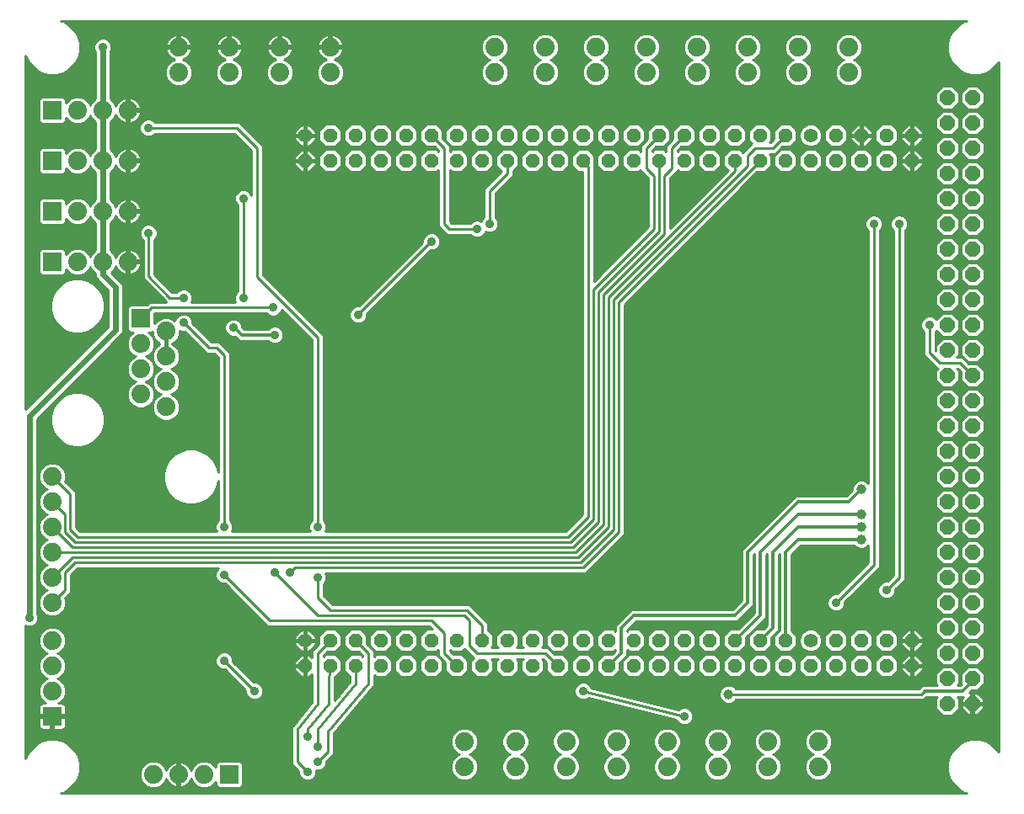
<source format=gbl>
G75*
G70*
%OFA0B0*%
%FSLAX24Y24*%
%IPPOS*%
%LPD*%
%AMOC8*
5,1,8,0,0,1.08239X$1,22.5*
%
%ADD10C,0.0560*%
%ADD11OC8,0.0560*%
%ADD12OC8,0.0594*%
%ADD13R,0.0740X0.0740*%
%ADD14C,0.0740*%
%ADD15C,0.0100*%
%ADD16C,0.0360*%
%ADD17C,0.0120*%
%ADD18C,0.0396*%
%ADD19C,0.0240*%
%ADD20C,0.0160*%
D10*
X013392Y006787D03*
X033392Y006787D03*
X033392Y026787D03*
X013392Y026787D03*
D11*
X014392Y026787D03*
X015392Y026787D03*
X016392Y026787D03*
X017392Y026787D03*
X018392Y026787D03*
X019392Y026787D03*
X020392Y026787D03*
X021392Y026787D03*
X022392Y026787D03*
X023392Y026787D03*
X024392Y026787D03*
X025392Y026787D03*
X026392Y026787D03*
X027392Y026787D03*
X028392Y026787D03*
X029392Y026787D03*
X030392Y026787D03*
X031392Y026787D03*
X032392Y026787D03*
X032392Y025787D03*
X033392Y025787D03*
X034392Y025787D03*
X034392Y026787D03*
X035392Y026787D03*
X036392Y026787D03*
X037392Y026787D03*
X037392Y025787D03*
X036392Y025787D03*
X035392Y025787D03*
X031392Y025787D03*
X030392Y025787D03*
X029392Y025787D03*
X028392Y025787D03*
X027392Y025787D03*
X026392Y025787D03*
X025392Y025787D03*
X024392Y025787D03*
X023392Y025787D03*
X022392Y025787D03*
X021392Y025787D03*
X020392Y025787D03*
X019392Y025787D03*
X018392Y025787D03*
X017392Y025787D03*
X016392Y025787D03*
X015392Y025787D03*
X014392Y025787D03*
X013392Y025787D03*
X014392Y006787D03*
X015392Y006787D03*
X016392Y006787D03*
X017392Y006787D03*
X018392Y006787D03*
X019392Y006787D03*
X020392Y006787D03*
X021392Y006787D03*
X022392Y006787D03*
X023392Y006787D03*
X024392Y006787D03*
X025392Y006787D03*
X026392Y006787D03*
X027392Y006787D03*
X028392Y006787D03*
X029392Y006787D03*
X030392Y006787D03*
X031392Y006787D03*
X032392Y006787D03*
X032392Y005787D03*
X033392Y005787D03*
X034392Y005787D03*
X034392Y006787D03*
X035392Y006787D03*
X036392Y006787D03*
X037392Y006787D03*
X037392Y005787D03*
X036392Y005787D03*
X035392Y005787D03*
X031392Y005787D03*
X030392Y005787D03*
X029392Y005787D03*
X028392Y005787D03*
X027392Y005787D03*
X026392Y005787D03*
X025392Y005787D03*
X024392Y005787D03*
X023392Y005787D03*
X022392Y005787D03*
X021392Y005787D03*
X020392Y005787D03*
X019392Y005787D03*
X018392Y005787D03*
X017392Y005787D03*
X016392Y005787D03*
X015392Y005787D03*
X014392Y005787D03*
X013392Y005787D03*
D12*
X038792Y006287D03*
X038792Y007287D03*
X038792Y008287D03*
X039792Y008287D03*
X039792Y007287D03*
X039792Y006287D03*
X039792Y005287D03*
X038792Y005287D03*
X038792Y004287D03*
X039792Y004287D03*
X039792Y009287D03*
X039792Y010287D03*
X039792Y011287D03*
X039792Y012287D03*
X039792Y013287D03*
X039792Y014287D03*
X039792Y015287D03*
X039792Y016287D03*
X038792Y016287D03*
X038792Y015287D03*
X038792Y014287D03*
X038792Y013287D03*
X038792Y012287D03*
X038792Y011287D03*
X038792Y010287D03*
X038792Y009287D03*
X038792Y017287D03*
X038792Y018287D03*
X038792Y019287D03*
X038792Y020287D03*
X038792Y021287D03*
X038792Y022287D03*
X038792Y023287D03*
X039792Y023287D03*
X039792Y022287D03*
X039792Y021287D03*
X039792Y020287D03*
X039792Y019287D03*
X039792Y018287D03*
X039792Y017287D03*
X039792Y024287D03*
X039792Y025287D03*
X039792Y026287D03*
X039792Y027287D03*
X039792Y028287D03*
X038792Y028287D03*
X038792Y027287D03*
X038792Y026287D03*
X038792Y025287D03*
X038792Y024287D03*
D13*
X010392Y001487D03*
X003392Y003787D03*
X006892Y019537D03*
X003392Y021787D03*
X003392Y023787D03*
X003392Y025787D03*
X003392Y027787D03*
D14*
X004392Y027787D03*
X005392Y027787D03*
X006392Y027787D03*
X008392Y029287D03*
X008392Y030287D03*
X010392Y030287D03*
X010392Y029287D03*
X012392Y029287D03*
X012392Y030287D03*
X014392Y030287D03*
X014392Y029287D03*
X020892Y029287D03*
X020892Y030287D03*
X022892Y030287D03*
X022892Y029287D03*
X024892Y029287D03*
X024892Y030287D03*
X026892Y030287D03*
X026892Y029287D03*
X028892Y029287D03*
X028892Y030287D03*
X030892Y030287D03*
X030892Y029287D03*
X032892Y029287D03*
X032892Y030287D03*
X034892Y030287D03*
X034892Y029287D03*
X007892Y019037D03*
X007892Y018037D03*
X007892Y017037D03*
X007892Y016037D03*
X006892Y016537D03*
X006892Y017537D03*
X006892Y018537D03*
X006392Y021787D03*
X005392Y021787D03*
X004392Y021787D03*
X004392Y023787D03*
X005392Y023787D03*
X006392Y023787D03*
X006392Y025787D03*
X005392Y025787D03*
X004392Y025787D03*
X003392Y013287D03*
X003392Y012287D03*
X003392Y011287D03*
X003392Y010287D03*
X003392Y009287D03*
X003392Y008287D03*
X003392Y006787D03*
X003392Y005787D03*
X003392Y004787D03*
X007392Y001487D03*
X008392Y001487D03*
X009392Y001487D03*
X019692Y001787D03*
X019692Y002787D03*
X021711Y002787D03*
X021711Y001787D03*
X023711Y001787D03*
X023711Y002787D03*
X025711Y002787D03*
X025711Y001787D03*
X027711Y001787D03*
X027711Y002787D03*
X029711Y002787D03*
X029711Y001787D03*
X031692Y001787D03*
X031692Y002787D03*
X033692Y002787D03*
X033692Y001787D03*
D15*
X002342Y002118D02*
X002342Y007370D01*
X002422Y007337D01*
X002562Y007337D01*
X002690Y007390D01*
X002789Y007488D01*
X002842Y007617D01*
X002842Y007756D01*
X002789Y007885D01*
X002782Y007892D01*
X002782Y015567D01*
X006138Y018922D01*
X006182Y019029D01*
X006182Y020844D01*
X006138Y020951D01*
X006056Y021033D01*
X005729Y021360D01*
X005850Y021481D01*
X005903Y021609D01*
X005910Y021587D01*
X005947Y021514D01*
X005995Y021448D01*
X006053Y021390D01*
X006119Y021342D01*
X006192Y021305D01*
X006270Y021279D01*
X006342Y021268D01*
X006342Y021737D01*
X006442Y021737D01*
X006442Y021837D01*
X006342Y021837D01*
X006342Y022305D01*
X006270Y022294D01*
X006192Y022269D01*
X006119Y022231D01*
X006053Y022183D01*
X005995Y022125D01*
X005947Y022059D01*
X005910Y021986D01*
X005903Y021964D01*
X005850Y022093D01*
X005698Y022244D01*
X005682Y022251D01*
X005682Y023322D01*
X005698Y023329D01*
X005850Y023481D01*
X005903Y023609D01*
X005910Y023587D01*
X005947Y023514D01*
X005995Y023448D01*
X006053Y023390D01*
X006119Y023342D01*
X006192Y023305D01*
X006270Y023279D01*
X006342Y023268D01*
X006342Y023737D01*
X006442Y023737D01*
X006442Y023837D01*
X006342Y023837D01*
X006342Y024305D01*
X006270Y024294D01*
X006192Y024269D01*
X006119Y024231D01*
X006053Y024183D01*
X005995Y024125D01*
X005947Y024059D01*
X005910Y023986D01*
X005903Y023964D01*
X005850Y024093D01*
X005698Y024244D01*
X005682Y024251D01*
X005682Y025322D01*
X005698Y025329D01*
X005850Y025481D01*
X005903Y025609D01*
X005910Y025587D01*
X005947Y025514D01*
X005995Y025448D01*
X006053Y025390D01*
X006119Y025342D01*
X006192Y025305D01*
X006270Y025279D01*
X006342Y025268D01*
X006342Y025737D01*
X006442Y025737D01*
X006442Y025837D01*
X006342Y025837D01*
X006342Y026305D01*
X006270Y026294D01*
X006192Y026269D01*
X006119Y026231D01*
X006053Y026183D01*
X005995Y026125D01*
X005947Y026059D01*
X005910Y025986D01*
X005903Y025964D01*
X005850Y026093D01*
X005698Y026244D01*
X005682Y026251D01*
X005682Y027322D01*
X005698Y027329D01*
X005850Y027481D01*
X005903Y027609D01*
X005910Y027587D01*
X005947Y027514D01*
X005995Y027448D01*
X006053Y027390D01*
X006119Y027342D01*
X006192Y027305D01*
X006270Y027279D01*
X006342Y027268D01*
X006342Y027737D01*
X006442Y027737D01*
X006442Y027837D01*
X006342Y027837D01*
X006342Y028305D01*
X006270Y028294D01*
X006192Y028269D01*
X006119Y028231D01*
X006053Y028183D01*
X005995Y028125D01*
X005947Y028059D01*
X005910Y027986D01*
X005903Y027964D01*
X005850Y028093D01*
X005698Y028244D01*
X005682Y028251D01*
X005682Y030082D01*
X005689Y030088D01*
X005742Y030217D01*
X005742Y030356D01*
X005689Y030485D01*
X005590Y030583D01*
X005462Y030637D01*
X005322Y030637D01*
X005194Y030583D01*
X005095Y030485D01*
X005042Y030356D01*
X005042Y030217D01*
X005095Y030088D01*
X005102Y030082D01*
X005102Y028251D01*
X005086Y028244D01*
X004934Y028093D01*
X004892Y027991D01*
X004850Y028093D01*
X004698Y028244D01*
X004499Y028327D01*
X004285Y028327D01*
X004086Y028244D01*
X003934Y028093D01*
X003932Y028087D01*
X003932Y028227D01*
X003832Y028327D01*
X002952Y028327D01*
X002852Y028227D01*
X002852Y027346D01*
X002952Y027247D01*
X003832Y027247D01*
X003932Y027346D01*
X003932Y027486D01*
X003934Y027481D01*
X004086Y027329D01*
X004285Y027247D01*
X004499Y027247D01*
X004698Y027329D01*
X004850Y027481D01*
X004892Y027583D01*
X004934Y027481D01*
X005086Y027329D01*
X005102Y027322D01*
X005102Y026251D01*
X005086Y026244D01*
X004934Y026093D01*
X004892Y025991D01*
X004850Y026093D01*
X004698Y026244D01*
X004499Y026327D01*
X004285Y026327D01*
X004086Y026244D01*
X003934Y026093D01*
X003932Y026087D01*
X003932Y026227D01*
X003832Y026327D01*
X002952Y026327D01*
X002852Y026227D01*
X002852Y025346D01*
X002952Y025247D01*
X003832Y025247D01*
X003932Y025346D01*
X003932Y025486D01*
X003934Y025481D01*
X004086Y025329D01*
X004285Y025247D01*
X004499Y025247D01*
X004698Y025329D01*
X004850Y025481D01*
X004892Y025583D01*
X004934Y025481D01*
X005086Y025329D01*
X005102Y025322D01*
X005102Y024251D01*
X005086Y024244D01*
X004934Y024093D01*
X004892Y023991D01*
X004850Y024093D01*
X004698Y024244D01*
X004499Y024327D01*
X004285Y024327D01*
X004086Y024244D01*
X003934Y024093D01*
X003932Y024087D01*
X003932Y024227D01*
X003832Y024327D01*
X002952Y024327D01*
X002852Y024227D01*
X002852Y023346D01*
X002952Y023247D01*
X003832Y023247D01*
X003932Y023346D01*
X003932Y023486D01*
X003934Y023481D01*
X004086Y023329D01*
X004285Y023247D01*
X004499Y023247D01*
X004698Y023329D01*
X004850Y023481D01*
X004892Y023583D01*
X004934Y023481D01*
X005086Y023329D01*
X005102Y023322D01*
X005102Y022251D01*
X005086Y022244D01*
X004934Y022093D01*
X004892Y021991D01*
X004850Y022093D01*
X004698Y022244D01*
X004499Y022327D01*
X004285Y022327D01*
X004086Y022244D01*
X003934Y022093D01*
X003932Y022087D01*
X003932Y022227D01*
X003832Y022327D01*
X002952Y022327D01*
X002852Y022227D01*
X002852Y021346D01*
X002952Y021247D01*
X003832Y021247D01*
X003932Y021346D01*
X003932Y021486D01*
X003934Y021481D01*
X004086Y021329D01*
X004285Y021247D01*
X004499Y021247D01*
X004698Y021329D01*
X004850Y021481D01*
X004892Y021583D01*
X004934Y021481D01*
X005086Y021329D01*
X005102Y021322D01*
X005102Y021229D01*
X005146Y021122D01*
X005602Y020667D01*
X005602Y019207D01*
X002342Y015947D01*
X002342Y029955D01*
X002367Y029862D01*
X002512Y029611D01*
X002717Y029406D01*
X002967Y029262D01*
X003247Y029187D01*
X003537Y029187D01*
X003817Y029262D01*
X004067Y029406D01*
X004272Y029611D01*
X004417Y029862D01*
X004492Y030142D01*
X004492Y030431D01*
X004417Y030711D01*
X004272Y030962D01*
X004067Y031167D01*
X003817Y031312D01*
X003738Y031333D01*
X039546Y031333D01*
X039467Y031312D01*
X039217Y031167D01*
X039012Y030962D01*
X038867Y030711D01*
X038792Y030431D01*
X038792Y030142D01*
X038867Y029862D01*
X039012Y029611D01*
X039217Y029406D01*
X039467Y029262D01*
X039747Y029187D01*
X040037Y029187D01*
X040317Y029262D01*
X040567Y029406D01*
X040772Y029611D01*
X040812Y029680D01*
X040812Y002393D01*
X040772Y002462D01*
X040567Y002667D01*
X040317Y002812D01*
X040037Y002887D01*
X039747Y002887D01*
X039467Y002812D01*
X039217Y002667D01*
X039012Y002462D01*
X038867Y002211D01*
X038792Y001931D01*
X038792Y001642D01*
X038867Y001362D01*
X039012Y001111D01*
X039217Y000906D01*
X039467Y000762D01*
X039561Y000737D01*
X003723Y000737D01*
X003817Y000762D01*
X004067Y000906D01*
X004272Y001111D01*
X004417Y001362D01*
X004492Y001642D01*
X004492Y001931D01*
X004417Y002211D01*
X004272Y002462D01*
X004067Y002667D01*
X003817Y002812D01*
X003537Y002887D01*
X003247Y002887D01*
X002967Y002812D01*
X002717Y002667D01*
X002512Y002462D01*
X002367Y002211D01*
X002342Y002118D01*
X002342Y002158D02*
X002353Y002158D01*
X002342Y002257D02*
X002393Y002257D01*
X002342Y002355D02*
X002450Y002355D01*
X002507Y002454D02*
X002342Y002454D01*
X002342Y002552D02*
X002602Y002552D01*
X002700Y002651D02*
X002342Y002651D01*
X002342Y002749D02*
X002859Y002749D01*
X003102Y002848D02*
X002342Y002848D01*
X002342Y002946D02*
X012872Y002946D01*
X012872Y002848D02*
X003682Y002848D01*
X003925Y002749D02*
X012872Y002749D01*
X012872Y002651D02*
X004084Y002651D01*
X004182Y002552D02*
X012872Y002552D01*
X012872Y002454D02*
X004277Y002454D01*
X004334Y002355D02*
X012872Y002355D01*
X012872Y002257D02*
X004391Y002257D01*
X004431Y002158D02*
X012872Y002158D01*
X012872Y002060D02*
X004458Y002060D01*
X004484Y001961D02*
X007126Y001961D01*
X007086Y001944D02*
X006934Y001793D01*
X006852Y001594D01*
X006852Y001379D01*
X006934Y001181D01*
X007086Y001029D01*
X007285Y000947D01*
X007499Y000947D01*
X007698Y001029D01*
X007850Y001181D01*
X007903Y001309D01*
X007910Y001287D01*
X007947Y001214D01*
X007995Y001148D01*
X008053Y001090D01*
X008119Y001042D01*
X008192Y001005D01*
X008270Y000979D01*
X008342Y000968D01*
X008342Y001437D01*
X008442Y001437D01*
X008442Y000968D01*
X008514Y000979D01*
X008592Y001005D01*
X008665Y001042D01*
X008731Y001090D01*
X008789Y001148D01*
X008837Y001214D01*
X008874Y001287D01*
X008881Y001309D01*
X008934Y001181D01*
X009086Y001029D01*
X009285Y000947D01*
X009499Y000947D01*
X009698Y001029D01*
X009850Y001181D01*
X009852Y001186D01*
X009852Y001046D01*
X009952Y000947D01*
X010832Y000947D01*
X010932Y001046D01*
X010932Y001927D01*
X010832Y002027D01*
X009952Y002027D01*
X009852Y001927D01*
X009852Y001787D01*
X009850Y001793D01*
X009698Y001944D01*
X009499Y002027D01*
X009285Y002027D01*
X009086Y001944D01*
X008934Y001793D01*
X008881Y001664D01*
X008874Y001686D01*
X008837Y001759D01*
X008789Y001825D01*
X008731Y001883D01*
X008665Y001931D01*
X008592Y001969D01*
X008514Y001994D01*
X008442Y002005D01*
X008442Y001537D01*
X008342Y001537D01*
X008342Y002005D01*
X008270Y001994D01*
X008192Y001969D01*
X008119Y001931D01*
X008053Y001883D01*
X007995Y001825D01*
X007947Y001759D01*
X007910Y001686D01*
X007903Y001664D01*
X007850Y001793D01*
X007698Y001944D01*
X007499Y002027D01*
X007285Y002027D01*
X007086Y001944D01*
X007004Y001863D02*
X004492Y001863D01*
X004492Y001764D02*
X006922Y001764D01*
X006882Y001666D02*
X004492Y001666D01*
X004472Y001567D02*
X006852Y001567D01*
X006852Y001469D02*
X004446Y001469D01*
X004419Y001370D02*
X006856Y001370D01*
X006897Y001272D02*
X004365Y001272D01*
X004308Y001173D02*
X006942Y001173D01*
X007040Y001075D02*
X004236Y001075D01*
X004137Y000976D02*
X007213Y000976D01*
X007571Y000976D02*
X008291Y000976D01*
X008342Y000976D02*
X008442Y000976D01*
X008493Y000976D02*
X009213Y000976D01*
X009040Y001075D02*
X008710Y001075D01*
X008807Y001173D02*
X008942Y001173D01*
X008897Y001272D02*
X008866Y001272D01*
X008442Y001272D02*
X008342Y001272D01*
X008342Y001370D02*
X008442Y001370D01*
X008442Y001173D02*
X008342Y001173D01*
X008342Y001075D02*
X008442Y001075D01*
X008074Y001075D02*
X007744Y001075D01*
X007842Y001173D02*
X007977Y001173D01*
X007918Y001272D02*
X007887Y001272D01*
X008342Y001567D02*
X008442Y001567D01*
X008442Y001666D02*
X008342Y001666D01*
X008342Y001764D02*
X008442Y001764D01*
X008442Y001863D02*
X008342Y001863D01*
X008342Y001961D02*
X008442Y001961D01*
X008606Y001961D02*
X009126Y001961D01*
X009004Y001863D02*
X008751Y001863D01*
X008833Y001764D02*
X008922Y001764D01*
X008882Y001666D02*
X008881Y001666D01*
X008178Y001961D02*
X007658Y001961D01*
X007780Y001863D02*
X008033Y001863D01*
X007951Y001764D02*
X007862Y001764D01*
X007902Y001666D02*
X007903Y001666D01*
X009571Y000976D02*
X009922Y000976D01*
X009852Y001075D02*
X009744Y001075D01*
X009842Y001173D02*
X009852Y001173D01*
X009852Y001863D02*
X009780Y001863D01*
X009886Y001961D02*
X009658Y001961D01*
X010898Y001961D02*
X012872Y001961D01*
X012872Y001896D02*
X013001Y001767D01*
X013142Y001626D01*
X013142Y001517D01*
X013195Y001388D01*
X013294Y001290D01*
X013422Y001237D01*
X013562Y001237D01*
X013690Y001290D01*
X013789Y001388D01*
X013842Y001517D01*
X013842Y001637D01*
X013962Y001637D01*
X014090Y001690D01*
X014189Y001788D01*
X014242Y001917D01*
X014242Y002026D01*
X014383Y002167D01*
X014512Y002296D01*
X014512Y003106D01*
X016054Y004938D01*
X016112Y004996D01*
X016112Y005006D01*
X016119Y005015D01*
X024125Y005015D01*
X024095Y004985D02*
X024042Y004856D01*
X024042Y004717D01*
X024095Y004588D01*
X024194Y004490D01*
X024322Y004437D01*
X024462Y004437D01*
X024590Y004490D01*
X024607Y004506D01*
X028074Y003639D01*
X028095Y003588D01*
X028194Y003490D01*
X028322Y003437D01*
X028462Y003437D01*
X028590Y003490D01*
X028689Y003588D01*
X028742Y003717D01*
X028742Y003856D01*
X028689Y003985D01*
X028590Y004083D01*
X028462Y004137D01*
X028322Y004137D01*
X028194Y004083D01*
X028177Y004067D01*
X024710Y004934D01*
X024689Y004985D01*
X024590Y005083D01*
X024462Y005137D01*
X024322Y005137D01*
X024194Y005083D01*
X024095Y004985D01*
X024067Y004916D02*
X016036Y004916D01*
X015953Y004818D02*
X024042Y004818D01*
X024042Y004719D02*
X015870Y004719D01*
X015787Y004621D02*
X024082Y004621D01*
X024161Y004522D02*
X015704Y004522D01*
X015621Y004424D02*
X024937Y004424D01*
X025331Y004325D02*
X015538Y004325D01*
X015455Y004227D02*
X025725Y004227D01*
X026119Y004128D02*
X015372Y004128D01*
X015289Y004030D02*
X026513Y004030D01*
X026907Y003931D02*
X015207Y003931D01*
X015124Y003833D02*
X027301Y003833D01*
X027695Y003734D02*
X015041Y003734D01*
X014958Y003636D02*
X028076Y003636D01*
X028146Y003537D02*
X014875Y003537D01*
X014792Y003439D02*
X028318Y003439D01*
X028466Y003439D02*
X040812Y003439D01*
X040812Y003537D02*
X028637Y003537D01*
X028708Y003636D02*
X040812Y003636D01*
X040812Y003734D02*
X028742Y003734D01*
X028742Y003833D02*
X038586Y003833D01*
X038599Y003820D02*
X038985Y003820D01*
X039259Y004093D01*
X039259Y004480D01*
X039182Y004557D01*
X039430Y004557D01*
X039345Y004472D01*
X039345Y004335D01*
X039744Y004335D01*
X039744Y004734D01*
X039664Y004734D01*
X039750Y004820D01*
X039985Y004820D01*
X040259Y005093D01*
X040259Y005480D01*
X039985Y005754D01*
X039599Y005754D01*
X039325Y005480D01*
X039325Y005093D01*
X039349Y005069D01*
X039297Y005017D01*
X039182Y005017D01*
X039259Y005093D01*
X039259Y005480D01*
X038985Y005754D01*
X038599Y005754D01*
X038325Y005480D01*
X038325Y005093D01*
X038402Y005017D01*
X037797Y005017D01*
X037662Y004882D01*
X037662Y004882D01*
X030443Y004882D01*
X030350Y004974D01*
X030215Y005030D01*
X030069Y005030D01*
X029933Y004974D01*
X029830Y004870D01*
X029774Y004735D01*
X029774Y004588D01*
X029830Y004453D01*
X029933Y004350D01*
X030069Y004294D01*
X030215Y004294D01*
X030350Y004350D01*
X030443Y004442D01*
X037858Y004442D01*
X037973Y004557D01*
X038402Y004557D01*
X038325Y004480D01*
X038325Y004093D01*
X038599Y003820D01*
X038487Y003931D02*
X028711Y003931D01*
X028644Y004030D02*
X038389Y004030D01*
X038325Y004128D02*
X028482Y004128D01*
X028302Y004128D02*
X027933Y004128D01*
X027539Y004227D02*
X038325Y004227D01*
X038325Y004325D02*
X030292Y004325D01*
X030425Y004424D02*
X038325Y004424D01*
X038367Y004522D02*
X037939Y004522D01*
X037767Y004662D02*
X037892Y004787D01*
X037767Y004662D02*
X030142Y004662D01*
X030408Y004916D02*
X037696Y004916D01*
X037795Y005015D02*
X030252Y005015D01*
X030032Y005015D02*
X024659Y005015D01*
X024781Y004916D02*
X029876Y004916D01*
X029808Y004818D02*
X025175Y004818D01*
X025569Y004719D02*
X029774Y004719D01*
X029774Y004621D02*
X025963Y004621D01*
X026357Y004522D02*
X029801Y004522D01*
X029859Y004424D02*
X026751Y004424D01*
X027145Y004325D02*
X029992Y004325D01*
X029818Y003327D02*
X029603Y003327D01*
X029405Y003244D01*
X029253Y003093D01*
X029171Y002894D01*
X029171Y002679D01*
X029253Y002481D01*
X029405Y002329D01*
X029507Y002287D01*
X029405Y002244D01*
X029253Y002093D01*
X029171Y001894D01*
X029171Y001679D01*
X029253Y001481D01*
X029405Y001329D01*
X029603Y001247D01*
X029818Y001247D01*
X030017Y001329D01*
X030169Y001481D01*
X030251Y001679D01*
X030251Y001894D01*
X030169Y002093D01*
X030017Y002244D01*
X029915Y002287D01*
X030017Y002329D01*
X030169Y002481D01*
X030251Y002679D01*
X030251Y002894D01*
X030169Y003093D01*
X030017Y003244D01*
X029818Y003327D01*
X030020Y003242D02*
X031383Y003242D01*
X031386Y003244D02*
X031234Y003093D01*
X031152Y002894D01*
X031152Y002679D01*
X031234Y002481D01*
X031386Y002329D01*
X031488Y002287D01*
X031386Y002244D01*
X031234Y002093D01*
X031152Y001894D01*
X031152Y001679D01*
X031234Y001481D01*
X031386Y001329D01*
X031585Y001247D01*
X031799Y001247D01*
X031998Y001329D01*
X032150Y001481D01*
X032232Y001679D01*
X032232Y001894D01*
X032150Y002093D01*
X031998Y002244D01*
X031896Y002287D01*
X031998Y002329D01*
X032150Y002481D01*
X032232Y002679D01*
X032232Y002894D01*
X032150Y003093D01*
X031998Y003244D01*
X031799Y003327D01*
X031585Y003327D01*
X031386Y003244D01*
X031285Y003143D02*
X030118Y003143D01*
X030188Y003045D02*
X031214Y003045D01*
X031174Y002946D02*
X030229Y002946D01*
X030251Y002848D02*
X031152Y002848D01*
X031152Y002749D02*
X030251Y002749D01*
X030239Y002651D02*
X031164Y002651D01*
X031205Y002552D02*
X030198Y002552D01*
X030142Y002454D02*
X031261Y002454D01*
X031360Y002355D02*
X030043Y002355D01*
X029987Y002257D02*
X031416Y002257D01*
X031300Y002158D02*
X030103Y002158D01*
X030182Y002060D02*
X031221Y002060D01*
X031180Y001961D02*
X030223Y001961D01*
X030251Y001863D02*
X031152Y001863D01*
X031152Y001764D02*
X030251Y001764D01*
X030245Y001666D02*
X031158Y001666D01*
X031198Y001567D02*
X030204Y001567D01*
X030157Y001469D02*
X031246Y001469D01*
X031345Y001370D02*
X030058Y001370D01*
X029879Y001272D02*
X031524Y001272D01*
X031860Y001272D02*
X033524Y001272D01*
X033585Y001247D02*
X033799Y001247D01*
X033998Y001329D01*
X034150Y001481D01*
X034232Y001679D01*
X034232Y001894D01*
X034150Y002093D01*
X033998Y002244D01*
X033896Y002287D01*
X033998Y002329D01*
X034150Y002481D01*
X034232Y002679D01*
X034232Y002894D01*
X034150Y003093D01*
X033998Y003244D01*
X033799Y003327D01*
X033585Y003327D01*
X033386Y003244D01*
X033234Y003093D01*
X033152Y002894D01*
X033152Y002679D01*
X033234Y002481D01*
X033386Y002329D01*
X033488Y002287D01*
X033386Y002244D01*
X033234Y002093D01*
X033152Y001894D01*
X033152Y001679D01*
X033234Y001481D01*
X033386Y001329D01*
X033585Y001247D01*
X033345Y001370D02*
X032039Y001370D01*
X032138Y001469D02*
X033246Y001469D01*
X033198Y001567D02*
X032186Y001567D01*
X032226Y001666D02*
X033158Y001666D01*
X033152Y001764D02*
X032232Y001764D01*
X032232Y001863D02*
X033152Y001863D01*
X033180Y001961D02*
X032204Y001961D01*
X032163Y002060D02*
X033221Y002060D01*
X033300Y002158D02*
X032084Y002158D01*
X031968Y002257D02*
X033416Y002257D01*
X033360Y002355D02*
X032024Y002355D01*
X032123Y002454D02*
X033261Y002454D01*
X033205Y002552D02*
X032179Y002552D01*
X032220Y002651D02*
X033164Y002651D01*
X033152Y002749D02*
X032232Y002749D01*
X032232Y002848D02*
X033152Y002848D01*
X033174Y002946D02*
X032210Y002946D01*
X032170Y003045D02*
X033214Y003045D01*
X033285Y003143D02*
X032099Y003143D01*
X032001Y003242D02*
X033383Y003242D01*
X034001Y003242D02*
X040812Y003242D01*
X040812Y003340D02*
X014709Y003340D01*
X014626Y003242D02*
X019383Y003242D01*
X019386Y003244D02*
X019234Y003093D01*
X019152Y002894D01*
X019152Y002679D01*
X019234Y002481D01*
X019386Y002329D01*
X019488Y002287D01*
X019386Y002244D01*
X019234Y002093D01*
X019152Y001894D01*
X019152Y001679D01*
X019234Y001481D01*
X019386Y001329D01*
X019585Y001247D01*
X019799Y001247D01*
X019998Y001329D01*
X020150Y001481D01*
X020232Y001679D01*
X020232Y001894D01*
X020150Y002093D01*
X019998Y002244D01*
X019896Y002287D01*
X019998Y002329D01*
X020150Y002481D01*
X020232Y002679D01*
X020232Y002894D01*
X020150Y003093D01*
X019998Y003244D01*
X019799Y003327D01*
X019585Y003327D01*
X019386Y003244D01*
X019285Y003143D02*
X014543Y003143D01*
X014512Y003045D02*
X019214Y003045D01*
X019174Y002946D02*
X014512Y002946D01*
X014512Y002848D02*
X019152Y002848D01*
X019152Y002749D02*
X014512Y002749D01*
X014512Y002651D02*
X019164Y002651D01*
X019205Y002552D02*
X014512Y002552D01*
X014512Y002454D02*
X019261Y002454D01*
X019360Y002355D02*
X014512Y002355D01*
X014473Y002257D02*
X019416Y002257D01*
X019300Y002158D02*
X014375Y002158D01*
X014276Y002060D02*
X019221Y002060D01*
X019180Y001961D02*
X014242Y001961D01*
X014219Y001863D02*
X019152Y001863D01*
X019152Y001764D02*
X014164Y001764D01*
X014032Y001666D02*
X019158Y001666D01*
X019198Y001567D02*
X013842Y001567D01*
X013822Y001469D02*
X019246Y001469D01*
X019345Y001370D02*
X013770Y001370D01*
X013646Y001272D02*
X019524Y001272D01*
X019860Y001272D02*
X021543Y001272D01*
X021603Y001247D02*
X021818Y001247D01*
X022017Y001329D01*
X022169Y001481D01*
X022251Y001679D01*
X022251Y001894D01*
X022169Y002093D01*
X022017Y002244D01*
X021915Y002287D01*
X022017Y002329D01*
X022169Y002481D01*
X022251Y002679D01*
X022251Y002894D01*
X022169Y003093D01*
X022017Y003244D01*
X021818Y003327D01*
X021603Y003327D01*
X021405Y003244D01*
X021253Y003093D01*
X021171Y002894D01*
X021171Y002679D01*
X021253Y002481D01*
X021405Y002329D01*
X021507Y002287D01*
X021405Y002244D01*
X021253Y002093D01*
X021171Y001894D01*
X021171Y001679D01*
X021253Y001481D01*
X021405Y001329D01*
X021603Y001247D01*
X021364Y001370D02*
X020039Y001370D01*
X020138Y001469D02*
X021265Y001469D01*
X021217Y001567D02*
X020186Y001567D01*
X020226Y001666D02*
X021176Y001666D01*
X021171Y001764D02*
X020232Y001764D01*
X020232Y001863D02*
X021171Y001863D01*
X021199Y001961D02*
X020204Y001961D01*
X020163Y002060D02*
X021239Y002060D01*
X021319Y002158D02*
X020084Y002158D01*
X019968Y002257D02*
X021434Y002257D01*
X021379Y002355D02*
X020024Y002355D01*
X020123Y002454D02*
X021280Y002454D01*
X021224Y002552D02*
X020179Y002552D01*
X020220Y002651D02*
X021183Y002651D01*
X021171Y002749D02*
X020232Y002749D01*
X020232Y002848D02*
X021171Y002848D01*
X021192Y002946D02*
X020210Y002946D01*
X020170Y003045D02*
X021233Y003045D01*
X021304Y003143D02*
X020099Y003143D01*
X020001Y003242D02*
X021402Y003242D01*
X022020Y003242D02*
X023402Y003242D01*
X023405Y003244D02*
X023253Y003093D01*
X023171Y002894D01*
X023171Y002679D01*
X023253Y002481D01*
X023405Y002329D01*
X023507Y002287D01*
X023405Y002244D01*
X023253Y002093D01*
X023171Y001894D01*
X023171Y001679D01*
X023253Y001481D01*
X023405Y001329D01*
X023603Y001247D01*
X023818Y001247D01*
X024017Y001329D01*
X024169Y001481D01*
X024251Y001679D01*
X024251Y001894D01*
X024169Y002093D01*
X024017Y002244D01*
X023915Y002287D01*
X024017Y002329D01*
X024169Y002481D01*
X024251Y002679D01*
X024251Y002894D01*
X024169Y003093D01*
X024017Y003244D01*
X023818Y003327D01*
X023603Y003327D01*
X023405Y003244D01*
X023304Y003143D02*
X022118Y003143D01*
X022188Y003045D02*
X023233Y003045D01*
X023192Y002946D02*
X022229Y002946D01*
X022251Y002848D02*
X023171Y002848D01*
X023171Y002749D02*
X022251Y002749D01*
X022239Y002651D02*
X023183Y002651D01*
X023224Y002552D02*
X022198Y002552D01*
X022142Y002454D02*
X023280Y002454D01*
X023379Y002355D02*
X022043Y002355D01*
X021987Y002257D02*
X023434Y002257D01*
X023319Y002158D02*
X022103Y002158D01*
X022182Y002060D02*
X023239Y002060D01*
X023199Y001961D02*
X022223Y001961D01*
X022251Y001863D02*
X023171Y001863D01*
X023171Y001764D02*
X022251Y001764D01*
X022245Y001666D02*
X023176Y001666D01*
X023217Y001567D02*
X022204Y001567D01*
X022157Y001469D02*
X023265Y001469D01*
X023364Y001370D02*
X022058Y001370D01*
X021879Y001272D02*
X023543Y001272D01*
X023879Y001272D02*
X025543Y001272D01*
X025603Y001247D02*
X025818Y001247D01*
X026017Y001329D01*
X026169Y001481D01*
X026251Y001679D01*
X026251Y001894D01*
X026169Y002093D01*
X026017Y002244D01*
X025915Y002287D01*
X026017Y002329D01*
X026169Y002481D01*
X026251Y002679D01*
X026251Y002894D01*
X026169Y003093D01*
X026017Y003244D01*
X025818Y003327D01*
X025603Y003327D01*
X025405Y003244D01*
X025253Y003093D01*
X025171Y002894D01*
X025171Y002679D01*
X025253Y002481D01*
X025405Y002329D01*
X025507Y002287D01*
X025405Y002244D01*
X025253Y002093D01*
X025171Y001894D01*
X025171Y001679D01*
X025253Y001481D01*
X025405Y001329D01*
X025603Y001247D01*
X025364Y001370D02*
X024058Y001370D01*
X024157Y001469D02*
X025265Y001469D01*
X025217Y001567D02*
X024204Y001567D01*
X024245Y001666D02*
X025176Y001666D01*
X025171Y001764D02*
X024251Y001764D01*
X024251Y001863D02*
X025171Y001863D01*
X025199Y001961D02*
X024223Y001961D01*
X024182Y002060D02*
X025239Y002060D01*
X025319Y002158D02*
X024103Y002158D01*
X023987Y002257D02*
X025434Y002257D01*
X025379Y002355D02*
X024043Y002355D01*
X024142Y002454D02*
X025280Y002454D01*
X025224Y002552D02*
X024198Y002552D01*
X024239Y002651D02*
X025183Y002651D01*
X025171Y002749D02*
X024251Y002749D01*
X024251Y002848D02*
X025171Y002848D01*
X025192Y002946D02*
X024229Y002946D01*
X024188Y003045D02*
X025233Y003045D01*
X025304Y003143D02*
X024118Y003143D01*
X024020Y003242D02*
X025402Y003242D01*
X026020Y003242D02*
X027402Y003242D01*
X027405Y003244D02*
X027253Y003093D01*
X027171Y002894D01*
X027171Y002679D01*
X027253Y002481D01*
X027405Y002329D01*
X027507Y002287D01*
X027405Y002244D01*
X027253Y002093D01*
X027171Y001894D01*
X027171Y001679D01*
X027253Y001481D01*
X027405Y001329D01*
X027603Y001247D01*
X027818Y001247D01*
X028017Y001329D01*
X028169Y001481D01*
X028251Y001679D01*
X028251Y001894D01*
X028169Y002093D01*
X028017Y002244D01*
X027915Y002287D01*
X028017Y002329D01*
X028169Y002481D01*
X028251Y002679D01*
X028251Y002894D01*
X028169Y003093D01*
X028017Y003244D01*
X027818Y003327D01*
X027603Y003327D01*
X027405Y003244D01*
X027304Y003143D02*
X026118Y003143D01*
X026188Y003045D02*
X027233Y003045D01*
X027192Y002946D02*
X026229Y002946D01*
X026251Y002848D02*
X027171Y002848D01*
X027171Y002749D02*
X026251Y002749D01*
X026239Y002651D02*
X027183Y002651D01*
X027224Y002552D02*
X026198Y002552D01*
X026142Y002454D02*
X027280Y002454D01*
X027379Y002355D02*
X026043Y002355D01*
X025987Y002257D02*
X027434Y002257D01*
X027319Y002158D02*
X026103Y002158D01*
X026182Y002060D02*
X027239Y002060D01*
X027199Y001961D02*
X026223Y001961D01*
X026251Y001863D02*
X027171Y001863D01*
X027171Y001764D02*
X026251Y001764D01*
X026245Y001666D02*
X027176Y001666D01*
X027217Y001567D02*
X026204Y001567D01*
X026157Y001469D02*
X027265Y001469D01*
X027364Y001370D02*
X026058Y001370D01*
X025879Y001272D02*
X027543Y001272D01*
X027879Y001272D02*
X029543Y001272D01*
X029364Y001370D02*
X028058Y001370D01*
X028157Y001469D02*
X029265Y001469D01*
X029217Y001567D02*
X028204Y001567D01*
X028245Y001666D02*
X029176Y001666D01*
X029171Y001764D02*
X028251Y001764D01*
X028251Y001863D02*
X029171Y001863D01*
X029199Y001961D02*
X028223Y001961D01*
X028182Y002060D02*
X029239Y002060D01*
X029319Y002158D02*
X028103Y002158D01*
X027987Y002257D02*
X029434Y002257D01*
X029379Y002355D02*
X028043Y002355D01*
X028142Y002454D02*
X029280Y002454D01*
X029224Y002552D02*
X028198Y002552D01*
X028239Y002651D02*
X029183Y002651D01*
X029171Y002749D02*
X028251Y002749D01*
X028251Y002848D02*
X029171Y002848D01*
X029192Y002946D02*
X028229Y002946D01*
X028188Y003045D02*
X029233Y003045D01*
X029304Y003143D02*
X028118Y003143D01*
X028020Y003242D02*
X029402Y003242D01*
X028392Y003787D02*
X024392Y004787D01*
X024518Y005113D02*
X038325Y005113D01*
X038325Y005212D02*
X016112Y005212D01*
X016112Y005310D02*
X038325Y005310D01*
X038325Y005409D02*
X037622Y005409D01*
X037570Y005357D02*
X037822Y005609D01*
X037822Y005747D01*
X037432Y005747D01*
X037432Y005827D01*
X037352Y005827D01*
X037352Y006217D01*
X037214Y006217D01*
X036962Y005965D01*
X036962Y005827D01*
X037352Y005827D01*
X037352Y005747D01*
X036962Y005747D01*
X036962Y005609D01*
X037214Y005357D01*
X037352Y005357D01*
X037352Y005747D01*
X037432Y005747D01*
X037432Y005357D01*
X037570Y005357D01*
X037432Y005409D02*
X037352Y005409D01*
X037352Y005507D02*
X037432Y005507D01*
X037432Y005606D02*
X037352Y005606D01*
X037352Y005704D02*
X037432Y005704D01*
X037432Y005803D02*
X040812Y005803D01*
X040812Y005901D02*
X040067Y005901D01*
X039985Y005820D02*
X040259Y006093D01*
X040259Y006480D01*
X039985Y006754D01*
X039599Y006754D01*
X039325Y006480D01*
X039325Y006093D01*
X039599Y005820D01*
X039985Y005820D01*
X040035Y005704D02*
X040812Y005704D01*
X040812Y005606D02*
X040133Y005606D01*
X040232Y005507D02*
X040812Y005507D01*
X040812Y005409D02*
X040259Y005409D01*
X040259Y005310D02*
X040812Y005310D01*
X040812Y005212D02*
X040259Y005212D01*
X040259Y005113D02*
X040812Y005113D01*
X040812Y005015D02*
X040180Y005015D01*
X040082Y004916D02*
X040812Y004916D01*
X040812Y004818D02*
X039748Y004818D01*
X039744Y004719D02*
X039840Y004719D01*
X039840Y004734D02*
X039840Y004335D01*
X039744Y004335D01*
X039744Y004238D01*
X039840Y004238D01*
X039840Y003840D01*
X039977Y003840D01*
X040239Y004102D01*
X040239Y004238D01*
X039840Y004238D01*
X039840Y004335D01*
X040239Y004335D01*
X040239Y004472D01*
X039977Y004734D01*
X039840Y004734D01*
X039840Y004621D02*
X039744Y004621D01*
X039744Y004522D02*
X039840Y004522D01*
X039840Y004424D02*
X039744Y004424D01*
X039744Y004325D02*
X039259Y004325D01*
X039259Y004227D02*
X039345Y004227D01*
X039345Y004238D02*
X039345Y004102D01*
X039607Y003840D01*
X039744Y003840D01*
X039744Y004238D01*
X039345Y004238D01*
X039345Y004128D02*
X039259Y004128D01*
X039195Y004030D02*
X039417Y004030D01*
X039516Y003931D02*
X039097Y003931D01*
X038998Y003833D02*
X040812Y003833D01*
X040812Y003931D02*
X040068Y003931D01*
X040167Y004030D02*
X040812Y004030D01*
X040812Y004128D02*
X040239Y004128D01*
X040239Y004227D02*
X040812Y004227D01*
X040812Y004325D02*
X039840Y004325D01*
X039840Y004227D02*
X039744Y004227D01*
X039744Y004128D02*
X039840Y004128D01*
X039840Y004030D02*
X039744Y004030D01*
X039744Y003931D02*
X039840Y003931D01*
X040239Y004424D02*
X040812Y004424D01*
X040812Y004522D02*
X040188Y004522D01*
X040090Y004621D02*
X040812Y004621D01*
X040812Y004719D02*
X039991Y004719D01*
X039396Y004522D02*
X039217Y004522D01*
X039259Y004424D02*
X039345Y004424D01*
X039325Y005113D02*
X039259Y005113D01*
X039259Y005212D02*
X039325Y005212D01*
X039325Y005310D02*
X039259Y005310D01*
X039259Y005409D02*
X039325Y005409D01*
X039352Y005507D02*
X039232Y005507D01*
X039133Y005606D02*
X039451Y005606D01*
X039549Y005704D02*
X039035Y005704D01*
X038985Y005820D02*
X038599Y005820D01*
X038325Y006093D01*
X038325Y006480D01*
X038599Y006754D01*
X038985Y006754D01*
X039259Y006480D01*
X039259Y006093D01*
X038985Y005820D01*
X039067Y005901D02*
X039517Y005901D01*
X039419Y006000D02*
X039165Y006000D01*
X039259Y006098D02*
X039325Y006098D01*
X039325Y006197D02*
X039259Y006197D01*
X039259Y006295D02*
X039325Y006295D01*
X039325Y006394D02*
X039259Y006394D01*
X039247Y006492D02*
X039337Y006492D01*
X039436Y006591D02*
X039148Y006591D01*
X039050Y006689D02*
X039534Y006689D01*
X039599Y006820D02*
X039985Y006820D01*
X040259Y007093D01*
X040259Y007480D01*
X039985Y007754D01*
X039599Y007754D01*
X039325Y007480D01*
X039325Y007093D01*
X039599Y006820D01*
X039532Y006886D02*
X039052Y006886D01*
X038985Y006820D02*
X039259Y007093D01*
X039259Y007480D01*
X038985Y007754D01*
X038599Y007754D01*
X038325Y007480D01*
X038325Y007093D01*
X038599Y006820D01*
X038985Y006820D01*
X039150Y006985D02*
X039434Y006985D01*
X039335Y007083D02*
X039249Y007083D01*
X039259Y007182D02*
X039325Y007182D01*
X039325Y007280D02*
X039259Y007280D01*
X039259Y007379D02*
X039325Y007379D01*
X039325Y007477D02*
X039259Y007477D01*
X039163Y007576D02*
X039421Y007576D01*
X039519Y007674D02*
X039065Y007674D01*
X038985Y007820D02*
X039259Y008093D01*
X039259Y008480D01*
X038985Y008754D01*
X038599Y008754D01*
X038325Y008480D01*
X038325Y008093D01*
X038599Y007820D01*
X038985Y007820D01*
X039037Y007871D02*
X039547Y007871D01*
X039599Y007820D02*
X039985Y007820D01*
X040259Y008093D01*
X040259Y008480D01*
X039985Y008754D01*
X039599Y008754D01*
X039325Y008480D01*
X039325Y008093D01*
X039599Y007820D01*
X039449Y007970D02*
X039135Y007970D01*
X039234Y008068D02*
X039350Y008068D01*
X039325Y008167D02*
X039259Y008167D01*
X039259Y008265D02*
X039325Y008265D01*
X039325Y008364D02*
X039259Y008364D01*
X039259Y008462D02*
X039325Y008462D01*
X039406Y008561D02*
X039178Y008561D01*
X039080Y008659D02*
X039504Y008659D01*
X039599Y008820D02*
X039985Y008820D01*
X040259Y009093D01*
X040259Y009480D01*
X039985Y009754D01*
X039599Y009754D01*
X039325Y009480D01*
X039325Y009093D01*
X039599Y008820D01*
X039562Y008856D02*
X039022Y008856D01*
X038985Y008820D02*
X039259Y009093D01*
X039259Y009480D01*
X038985Y009754D01*
X038599Y009754D01*
X038325Y009480D01*
X038325Y009093D01*
X038599Y008820D01*
X038985Y008820D01*
X039120Y008955D02*
X039464Y008955D01*
X039365Y009053D02*
X039219Y009053D01*
X039259Y009152D02*
X039325Y009152D01*
X039325Y009250D02*
X039259Y009250D01*
X039259Y009349D02*
X039325Y009349D01*
X039325Y009447D02*
X039259Y009447D01*
X039193Y009546D02*
X039391Y009546D01*
X039489Y009644D02*
X039095Y009644D01*
X038996Y009743D02*
X039588Y009743D01*
X039599Y009820D02*
X039985Y009820D01*
X040259Y010093D01*
X040259Y010480D01*
X039985Y010754D01*
X039599Y010754D01*
X039325Y010480D01*
X039325Y010093D01*
X039599Y009820D01*
X039577Y009841D02*
X039007Y009841D01*
X038985Y009820D02*
X039259Y010093D01*
X039259Y010480D01*
X038985Y010754D01*
X038599Y010754D01*
X038325Y010480D01*
X038325Y010093D01*
X038599Y009820D01*
X038985Y009820D01*
X039105Y009940D02*
X039479Y009940D01*
X039380Y010038D02*
X039204Y010038D01*
X039259Y010137D02*
X039325Y010137D01*
X039325Y010235D02*
X039259Y010235D01*
X039259Y010334D02*
X039325Y010334D01*
X039325Y010432D02*
X039259Y010432D01*
X039208Y010531D02*
X039376Y010531D01*
X039474Y010629D02*
X039110Y010629D01*
X039011Y010728D02*
X039573Y010728D01*
X039599Y010820D02*
X039985Y010820D01*
X040259Y011093D01*
X040259Y011480D01*
X039985Y011754D01*
X039599Y011754D01*
X039325Y011480D01*
X039325Y011093D01*
X039599Y010820D01*
X039592Y010826D02*
X038992Y010826D01*
X038985Y010820D02*
X039259Y011093D01*
X039259Y011480D01*
X038985Y011754D01*
X038599Y011754D01*
X038325Y011480D01*
X038325Y011093D01*
X038599Y010820D01*
X038985Y010820D01*
X039090Y010925D02*
X039494Y010925D01*
X039395Y011023D02*
X039189Y011023D01*
X039259Y011122D02*
X039325Y011122D01*
X039325Y011220D02*
X039259Y011220D01*
X039259Y011319D02*
X039325Y011319D01*
X039325Y011417D02*
X039259Y011417D01*
X039223Y011516D02*
X039361Y011516D01*
X039459Y011614D02*
X039125Y011614D01*
X039026Y011713D02*
X039558Y011713D01*
X039599Y011820D02*
X039985Y011820D01*
X040259Y012093D01*
X040259Y012480D01*
X039985Y012754D01*
X039599Y012754D01*
X039325Y012480D01*
X039325Y012093D01*
X039599Y011820D01*
X039509Y011910D02*
X039075Y011910D01*
X038985Y011820D02*
X039259Y012093D01*
X039259Y012480D01*
X038985Y012754D01*
X038599Y012754D01*
X038325Y012480D01*
X038325Y012093D01*
X038599Y011820D01*
X038985Y011820D01*
X039174Y012008D02*
X039410Y012008D01*
X039325Y012107D02*
X039259Y012107D01*
X039259Y012205D02*
X039325Y012205D01*
X039325Y012304D02*
X039259Y012304D01*
X039259Y012402D02*
X039325Y012402D01*
X039346Y012501D02*
X039238Y012501D01*
X039140Y012599D02*
X039444Y012599D01*
X039543Y012698D02*
X039041Y012698D01*
X038985Y012820D02*
X038599Y012820D01*
X038325Y013093D01*
X038325Y013480D01*
X038599Y013754D01*
X038985Y013754D01*
X039259Y013480D01*
X039259Y013093D01*
X038985Y012820D01*
X039060Y012895D02*
X039524Y012895D01*
X039599Y012820D02*
X039985Y012820D01*
X040259Y013093D01*
X040259Y013480D01*
X039985Y013754D01*
X039599Y013754D01*
X039325Y013480D01*
X039325Y013093D01*
X039599Y012820D01*
X039425Y012993D02*
X039159Y012993D01*
X039257Y013092D02*
X039327Y013092D01*
X039325Y013190D02*
X039259Y013190D01*
X039259Y013289D02*
X039325Y013289D01*
X039325Y013387D02*
X039259Y013387D01*
X039253Y013486D02*
X039331Y013486D01*
X039429Y013584D02*
X039155Y013584D01*
X039056Y013683D02*
X039528Y013683D01*
X039599Y013820D02*
X039985Y013820D01*
X040259Y014093D01*
X040259Y014480D01*
X039985Y014754D01*
X039599Y014754D01*
X039325Y014480D01*
X039325Y014093D01*
X039599Y013820D01*
X039539Y013880D02*
X039045Y013880D01*
X038985Y013820D02*
X039259Y014093D01*
X039259Y014480D01*
X038985Y014754D01*
X038599Y014754D01*
X038325Y014480D01*
X038325Y014093D01*
X038599Y013820D01*
X038985Y013820D01*
X039144Y013978D02*
X039440Y013978D01*
X039342Y014077D02*
X039242Y014077D01*
X039259Y014175D02*
X039325Y014175D01*
X039325Y014274D02*
X039259Y014274D01*
X039259Y014372D02*
X039325Y014372D01*
X039325Y014471D02*
X039259Y014471D01*
X039170Y014569D02*
X039414Y014569D01*
X039513Y014668D02*
X039071Y014668D01*
X038985Y014820D02*
X038599Y014820D01*
X038325Y015093D01*
X038325Y015480D01*
X038599Y015754D01*
X038985Y015754D01*
X039259Y015480D01*
X039259Y015093D01*
X038985Y014820D01*
X039030Y014865D02*
X039554Y014865D01*
X039599Y014820D02*
X039985Y014820D01*
X040259Y015093D01*
X040259Y015480D01*
X039985Y015754D01*
X039599Y015754D01*
X039325Y015480D01*
X039325Y015093D01*
X039599Y014820D01*
X039455Y014963D02*
X039129Y014963D01*
X039227Y015062D02*
X039357Y015062D01*
X039325Y015160D02*
X039259Y015160D01*
X039259Y015259D02*
X039325Y015259D01*
X039325Y015357D02*
X039259Y015357D01*
X039259Y015456D02*
X039325Y015456D01*
X039399Y015554D02*
X039185Y015554D01*
X039086Y015653D02*
X039498Y015653D01*
X039596Y015751D02*
X038988Y015751D01*
X038985Y015820D02*
X039259Y016093D01*
X039259Y016480D01*
X038985Y016754D01*
X038599Y016754D01*
X038325Y016480D01*
X038325Y016093D01*
X038599Y015820D01*
X038985Y015820D01*
X039015Y015850D02*
X039569Y015850D01*
X039599Y015820D02*
X039985Y015820D01*
X040259Y016093D01*
X040259Y016480D01*
X039985Y016754D01*
X039599Y016754D01*
X039325Y016480D01*
X039325Y016093D01*
X039599Y015820D01*
X039470Y015948D02*
X039114Y015948D01*
X039212Y016047D02*
X039372Y016047D01*
X039325Y016145D02*
X039259Y016145D01*
X039259Y016244D02*
X039325Y016244D01*
X039325Y016342D02*
X039259Y016342D01*
X039259Y016441D02*
X039325Y016441D01*
X039384Y016539D02*
X039200Y016539D01*
X039101Y016638D02*
X039483Y016638D01*
X039581Y016736D02*
X039003Y016736D01*
X038985Y016820D02*
X039259Y017093D01*
X039259Y017480D01*
X039172Y017567D01*
X039201Y017567D01*
X039325Y017442D01*
X039325Y017093D01*
X039599Y016820D01*
X039985Y016820D01*
X040259Y017093D01*
X040259Y017480D01*
X039985Y017754D01*
X039636Y017754D01*
X039512Y017878D01*
X039383Y018007D01*
X039172Y018007D01*
X039259Y018093D01*
X039259Y018480D01*
X038985Y018754D01*
X038599Y018754D01*
X038325Y018480D01*
X038325Y018265D01*
X038312Y018278D01*
X038312Y019012D01*
X038359Y019059D01*
X038599Y018820D01*
X038985Y018820D01*
X039259Y019093D01*
X039259Y019480D01*
X038985Y019754D01*
X038599Y019754D01*
X038359Y019514D01*
X038290Y019583D01*
X038162Y019637D01*
X038022Y019637D01*
X037894Y019583D01*
X037795Y019485D01*
X037742Y019356D01*
X037742Y019217D01*
X037795Y019088D01*
X037872Y019012D01*
X037872Y018096D01*
X038001Y017967D01*
X038401Y017567D01*
X038412Y017567D01*
X038325Y017480D01*
X038325Y017093D01*
X038599Y016820D01*
X038985Y016820D01*
X039000Y016835D02*
X039584Y016835D01*
X039485Y016933D02*
X039099Y016933D01*
X039197Y017032D02*
X039387Y017032D01*
X039325Y017130D02*
X039259Y017130D01*
X039259Y017229D02*
X039325Y017229D01*
X039325Y017327D02*
X039259Y017327D01*
X039259Y017426D02*
X039325Y017426D01*
X039243Y017524D02*
X039215Y017524D01*
X039292Y017787D02*
X038492Y017787D01*
X038092Y018187D01*
X038092Y019287D01*
X037742Y019297D02*
X037112Y019297D01*
X037112Y019199D02*
X037750Y019199D01*
X037790Y019100D02*
X037112Y019100D01*
X037112Y019002D02*
X037872Y019002D01*
X037872Y018903D02*
X037112Y018903D01*
X037112Y018805D02*
X037872Y018805D01*
X037872Y018706D02*
X037112Y018706D01*
X037112Y018608D02*
X037872Y018608D01*
X037872Y018509D02*
X037112Y018509D01*
X037112Y018411D02*
X037872Y018411D01*
X037872Y018312D02*
X037112Y018312D01*
X037112Y018214D02*
X037872Y018214D01*
X037872Y018115D02*
X037112Y018115D01*
X037112Y018017D02*
X037951Y018017D01*
X038049Y017918D02*
X037112Y017918D01*
X037112Y017820D02*
X038148Y017820D01*
X038246Y017721D02*
X037112Y017721D01*
X037112Y017623D02*
X038345Y017623D01*
X038369Y017524D02*
X037112Y017524D01*
X037112Y017426D02*
X038325Y017426D01*
X038325Y017327D02*
X037112Y017327D01*
X037112Y017229D02*
X038325Y017229D01*
X038325Y017130D02*
X037112Y017130D01*
X037112Y017032D02*
X038387Y017032D01*
X038485Y016933D02*
X037112Y016933D01*
X037112Y016835D02*
X038584Y016835D01*
X038581Y016736D02*
X037112Y016736D01*
X037112Y016638D02*
X038483Y016638D01*
X038384Y016539D02*
X037112Y016539D01*
X037112Y016441D02*
X038325Y016441D01*
X038325Y016342D02*
X037112Y016342D01*
X037112Y016244D02*
X038325Y016244D01*
X038325Y016145D02*
X037112Y016145D01*
X037112Y016047D02*
X038372Y016047D01*
X038470Y015948D02*
X037112Y015948D01*
X037112Y015850D02*
X038569Y015850D01*
X038596Y015751D02*
X037112Y015751D01*
X037112Y015653D02*
X038498Y015653D01*
X038399Y015554D02*
X037112Y015554D01*
X037112Y015456D02*
X038325Y015456D01*
X038325Y015357D02*
X037112Y015357D01*
X037112Y015259D02*
X038325Y015259D01*
X038325Y015160D02*
X037112Y015160D01*
X037112Y015062D02*
X038357Y015062D01*
X038455Y014963D02*
X037112Y014963D01*
X037112Y014865D02*
X038554Y014865D01*
X038513Y014668D02*
X037112Y014668D01*
X037112Y014766D02*
X040812Y014766D01*
X040812Y014668D02*
X040071Y014668D01*
X040170Y014569D02*
X040812Y014569D01*
X040812Y014471D02*
X040259Y014471D01*
X040259Y014372D02*
X040812Y014372D01*
X040812Y014274D02*
X040259Y014274D01*
X040259Y014175D02*
X040812Y014175D01*
X040812Y014077D02*
X040242Y014077D01*
X040144Y013978D02*
X040812Y013978D01*
X040812Y013880D02*
X040045Y013880D01*
X040056Y013683D02*
X040812Y013683D01*
X040812Y013781D02*
X037112Y013781D01*
X037112Y013683D02*
X038528Y013683D01*
X038429Y013584D02*
X037112Y013584D01*
X037112Y013486D02*
X038331Y013486D01*
X038325Y013387D02*
X037112Y013387D01*
X037112Y013289D02*
X038325Y013289D01*
X038325Y013190D02*
X037112Y013190D01*
X037112Y013092D02*
X038327Y013092D01*
X038425Y012993D02*
X037112Y012993D01*
X037112Y012895D02*
X038524Y012895D01*
X038543Y012698D02*
X037112Y012698D01*
X037112Y012796D02*
X040812Y012796D01*
X040812Y012698D02*
X040041Y012698D01*
X040140Y012599D02*
X040812Y012599D01*
X040812Y012501D02*
X040238Y012501D01*
X040259Y012402D02*
X040812Y012402D01*
X040812Y012304D02*
X040259Y012304D01*
X040259Y012205D02*
X040812Y012205D01*
X040812Y012107D02*
X040259Y012107D01*
X040174Y012008D02*
X040812Y012008D01*
X040812Y011910D02*
X040075Y011910D01*
X040026Y011713D02*
X040812Y011713D01*
X040812Y011811D02*
X037112Y011811D01*
X037112Y011713D02*
X038558Y011713D01*
X038459Y011614D02*
X037112Y011614D01*
X037112Y011516D02*
X038361Y011516D01*
X038325Y011417D02*
X037112Y011417D01*
X037112Y011319D02*
X038325Y011319D01*
X038325Y011220D02*
X037112Y011220D01*
X037112Y011122D02*
X038325Y011122D01*
X038395Y011023D02*
X037112Y011023D01*
X037112Y010925D02*
X038494Y010925D01*
X038592Y010826D02*
X037112Y010826D01*
X037112Y010728D02*
X038573Y010728D01*
X038474Y010629D02*
X037112Y010629D01*
X037112Y010531D02*
X038376Y010531D01*
X038325Y010432D02*
X037112Y010432D01*
X037112Y010334D02*
X038325Y010334D01*
X038325Y010235D02*
X037112Y010235D01*
X037112Y010137D02*
X038325Y010137D01*
X038380Y010038D02*
X037112Y010038D01*
X037112Y009940D02*
X038479Y009940D01*
X038577Y009841D02*
X037112Y009841D01*
X037112Y009743D02*
X038588Y009743D01*
X038489Y009644D02*
X037112Y009644D01*
X037112Y009546D02*
X038391Y009546D01*
X038325Y009447D02*
X037112Y009447D01*
X037112Y009349D02*
X038325Y009349D01*
X038325Y009250D02*
X037112Y009250D01*
X037112Y009196D02*
X037112Y023012D01*
X037189Y023088D01*
X037242Y023217D01*
X037242Y023356D01*
X037189Y023485D01*
X037090Y023583D01*
X036962Y023637D01*
X036822Y023637D01*
X036694Y023583D01*
X036595Y023485D01*
X036542Y023356D01*
X036542Y023217D01*
X036595Y023088D01*
X036672Y023012D01*
X036672Y009378D01*
X036431Y009137D01*
X036322Y009137D01*
X036194Y009083D01*
X036095Y008985D01*
X036042Y008856D01*
X035273Y008856D01*
X035371Y008955D02*
X036083Y008955D01*
X036042Y008856D02*
X036042Y008717D01*
X036095Y008588D01*
X036194Y008490D01*
X036322Y008437D01*
X036462Y008437D01*
X036590Y008490D01*
X036689Y008588D01*
X036742Y008717D01*
X036742Y008826D01*
X037112Y009196D01*
X037068Y009152D02*
X038325Y009152D01*
X038365Y009053D02*
X036970Y009053D01*
X036871Y008955D02*
X038464Y008955D01*
X038562Y008856D02*
X036773Y008856D01*
X036742Y008758D02*
X040812Y008758D01*
X040812Y008856D02*
X040022Y008856D01*
X040120Y008955D02*
X040812Y008955D01*
X040812Y009053D02*
X040219Y009053D01*
X040259Y009152D02*
X040812Y009152D01*
X040812Y009250D02*
X040259Y009250D01*
X040259Y009349D02*
X040812Y009349D01*
X040812Y009447D02*
X040259Y009447D01*
X040193Y009546D02*
X040812Y009546D01*
X040812Y009644D02*
X040095Y009644D01*
X039996Y009743D02*
X040812Y009743D01*
X040812Y009841D02*
X040007Y009841D01*
X040105Y009940D02*
X040812Y009940D01*
X040812Y010038D02*
X040204Y010038D01*
X040259Y010137D02*
X040812Y010137D01*
X040812Y010235D02*
X040259Y010235D01*
X040259Y010334D02*
X040812Y010334D01*
X040812Y010432D02*
X040259Y010432D01*
X040208Y010531D02*
X040812Y010531D01*
X040812Y010629D02*
X040110Y010629D01*
X040011Y010728D02*
X040812Y010728D01*
X040812Y010826D02*
X039992Y010826D01*
X040090Y010925D02*
X040812Y010925D01*
X040812Y011023D02*
X040189Y011023D01*
X040259Y011122D02*
X040812Y011122D01*
X040812Y011220D02*
X040259Y011220D01*
X040259Y011319D02*
X040812Y011319D01*
X040812Y011417D02*
X040259Y011417D01*
X040223Y011516D02*
X040812Y011516D01*
X040812Y011614D02*
X040125Y011614D01*
X038509Y011910D02*
X037112Y011910D01*
X037112Y012008D02*
X038410Y012008D01*
X038325Y012107D02*
X037112Y012107D01*
X037112Y012205D02*
X038325Y012205D01*
X038325Y012304D02*
X037112Y012304D01*
X037112Y012402D02*
X038325Y012402D01*
X038346Y012501D02*
X037112Y012501D01*
X037112Y012599D02*
X038444Y012599D01*
X038539Y013880D02*
X037112Y013880D01*
X037112Y013978D02*
X038440Y013978D01*
X038342Y014077D02*
X037112Y014077D01*
X037112Y014175D02*
X038325Y014175D01*
X038325Y014274D02*
X037112Y014274D01*
X037112Y014372D02*
X038325Y014372D01*
X038325Y014471D02*
X037112Y014471D01*
X037112Y014569D02*
X038414Y014569D01*
X040030Y014865D02*
X040812Y014865D01*
X040812Y014963D02*
X040129Y014963D01*
X040227Y015062D02*
X040812Y015062D01*
X040812Y015160D02*
X040259Y015160D01*
X040259Y015259D02*
X040812Y015259D01*
X040812Y015357D02*
X040259Y015357D01*
X040259Y015456D02*
X040812Y015456D01*
X040812Y015554D02*
X040185Y015554D01*
X040086Y015653D02*
X040812Y015653D01*
X040812Y015751D02*
X039988Y015751D01*
X040015Y015850D02*
X040812Y015850D01*
X040812Y015948D02*
X040114Y015948D01*
X040212Y016047D02*
X040812Y016047D01*
X040812Y016145D02*
X040259Y016145D01*
X040259Y016244D02*
X040812Y016244D01*
X040812Y016342D02*
X040259Y016342D01*
X040259Y016441D02*
X040812Y016441D01*
X040812Y016539D02*
X040200Y016539D01*
X040101Y016638D02*
X040812Y016638D01*
X040812Y016736D02*
X040003Y016736D01*
X040000Y016835D02*
X040812Y016835D01*
X040812Y016933D02*
X040099Y016933D01*
X040197Y017032D02*
X040812Y017032D01*
X040812Y017130D02*
X040259Y017130D01*
X040259Y017229D02*
X040812Y017229D01*
X040812Y017327D02*
X040259Y017327D01*
X040259Y017426D02*
X040812Y017426D01*
X040812Y017524D02*
X040215Y017524D01*
X040116Y017623D02*
X040812Y017623D01*
X040812Y017721D02*
X040018Y017721D01*
X039985Y017820D02*
X040259Y018093D01*
X040259Y018480D01*
X039985Y018754D01*
X039599Y018754D01*
X039325Y018480D01*
X039325Y018093D01*
X039599Y017820D01*
X039985Y017820D01*
X040084Y017918D02*
X040812Y017918D01*
X040812Y017820D02*
X039570Y017820D01*
X039500Y017918D02*
X039472Y017918D01*
X039402Y018017D02*
X039182Y018017D01*
X039259Y018115D02*
X039325Y018115D01*
X039325Y018214D02*
X039259Y018214D01*
X039259Y018312D02*
X039325Y018312D01*
X039325Y018411D02*
X039259Y018411D01*
X039230Y018509D02*
X039354Y018509D01*
X039453Y018608D02*
X039131Y018608D01*
X039033Y018706D02*
X039551Y018706D01*
X039599Y018820D02*
X039985Y018820D01*
X040259Y019093D01*
X040259Y019480D01*
X039985Y019754D01*
X039599Y019754D01*
X039325Y019480D01*
X039325Y019093D01*
X039599Y018820D01*
X039515Y018903D02*
X039069Y018903D01*
X039167Y019002D02*
X039417Y019002D01*
X039325Y019100D02*
X039259Y019100D01*
X039259Y019199D02*
X039325Y019199D01*
X039325Y019297D02*
X039259Y019297D01*
X039259Y019396D02*
X039325Y019396D01*
X039339Y019494D02*
X039245Y019494D01*
X039146Y019593D02*
X039438Y019593D01*
X039536Y019691D02*
X039048Y019691D01*
X038985Y019820D02*
X038599Y019820D01*
X038325Y020093D01*
X038325Y020480D01*
X038599Y020754D01*
X038985Y020754D01*
X039259Y020480D01*
X039259Y020093D01*
X038985Y019820D01*
X039054Y019888D02*
X039530Y019888D01*
X039599Y019820D02*
X039985Y019820D01*
X040259Y020093D01*
X040259Y020480D01*
X039985Y020754D01*
X039599Y020754D01*
X039325Y020480D01*
X039325Y020093D01*
X039599Y019820D01*
X039432Y019987D02*
X039152Y019987D01*
X039251Y020085D02*
X039333Y020085D01*
X039325Y020184D02*
X039259Y020184D01*
X039259Y020282D02*
X039325Y020282D01*
X039325Y020381D02*
X039259Y020381D01*
X039259Y020479D02*
X039325Y020479D01*
X039423Y020578D02*
X039161Y020578D01*
X039063Y020676D02*
X039521Y020676D01*
X039599Y020820D02*
X039985Y020820D01*
X040259Y021093D01*
X040259Y021480D01*
X039985Y021754D01*
X039599Y021754D01*
X039325Y021480D01*
X039325Y021093D01*
X039599Y020820D01*
X039545Y020873D02*
X039039Y020873D01*
X038985Y020820D02*
X039259Y021093D01*
X039259Y021480D01*
X038985Y021754D01*
X038599Y021754D01*
X038325Y021480D01*
X038325Y021093D01*
X038599Y020820D01*
X038985Y020820D01*
X039137Y020972D02*
X039447Y020972D01*
X039348Y021070D02*
X039236Y021070D01*
X039259Y021169D02*
X039325Y021169D01*
X039325Y021267D02*
X039259Y021267D01*
X039259Y021366D02*
X039325Y021366D01*
X039325Y021464D02*
X039259Y021464D01*
X039176Y021563D02*
X039408Y021563D01*
X039506Y021661D02*
X039078Y021661D01*
X038985Y021820D02*
X038599Y021820D01*
X038325Y022093D01*
X038325Y022480D01*
X038599Y022754D01*
X038985Y022754D01*
X039259Y022480D01*
X039259Y022093D01*
X038985Y021820D01*
X039024Y021858D02*
X039560Y021858D01*
X039599Y021820D02*
X039985Y021820D01*
X040259Y022093D01*
X040259Y022480D01*
X039985Y022754D01*
X039599Y022754D01*
X039325Y022480D01*
X039325Y022093D01*
X039599Y021820D01*
X039462Y021957D02*
X039122Y021957D01*
X039221Y022055D02*
X039363Y022055D01*
X039325Y022154D02*
X039259Y022154D01*
X039259Y022252D02*
X039325Y022252D01*
X039325Y022351D02*
X039259Y022351D01*
X039259Y022449D02*
X039325Y022449D01*
X039393Y022548D02*
X039191Y022548D01*
X039093Y022646D02*
X039491Y022646D01*
X039590Y022745D02*
X038994Y022745D01*
X038985Y022820D02*
X039259Y023093D01*
X039259Y023480D01*
X038985Y023754D01*
X038599Y023754D01*
X038325Y023480D01*
X038325Y023093D01*
X038599Y022820D01*
X038985Y022820D01*
X039009Y022843D02*
X039575Y022843D01*
X039599Y022820D02*
X039985Y022820D01*
X040259Y023093D01*
X040259Y023480D01*
X039985Y023754D01*
X039599Y023754D01*
X039325Y023480D01*
X039325Y023093D01*
X039599Y022820D01*
X039477Y022942D02*
X039107Y022942D01*
X039206Y023040D02*
X039378Y023040D01*
X039325Y023139D02*
X039259Y023139D01*
X039259Y023237D02*
X039325Y023237D01*
X039325Y023336D02*
X039259Y023336D01*
X039259Y023434D02*
X039325Y023434D01*
X039378Y023533D02*
X039206Y023533D01*
X039108Y023631D02*
X039476Y023631D01*
X039575Y023730D02*
X039009Y023730D01*
X038985Y023820D02*
X039259Y024093D01*
X039259Y024480D01*
X038985Y024754D01*
X038599Y024754D01*
X038325Y024480D01*
X038325Y024093D01*
X038599Y023820D01*
X038985Y023820D01*
X038994Y023828D02*
X039590Y023828D01*
X039599Y023820D02*
X039985Y023820D01*
X040259Y024093D01*
X040259Y024480D01*
X039985Y024754D01*
X039599Y024754D01*
X039325Y024480D01*
X039325Y024093D01*
X039599Y023820D01*
X039492Y023927D02*
X039092Y023927D01*
X039191Y024025D02*
X039393Y024025D01*
X039325Y024124D02*
X039259Y024124D01*
X039259Y024222D02*
X039325Y024222D01*
X039325Y024321D02*
X039259Y024321D01*
X039259Y024419D02*
X039325Y024419D01*
X039363Y024518D02*
X039221Y024518D01*
X039123Y024616D02*
X039461Y024616D01*
X039560Y024715D02*
X039024Y024715D01*
X038985Y024820D02*
X039259Y025093D01*
X039259Y025480D01*
X038985Y025754D01*
X038599Y025754D01*
X038325Y025480D01*
X038325Y025093D01*
X038599Y024820D01*
X038985Y024820D01*
X039077Y024912D02*
X039507Y024912D01*
X039599Y024820D02*
X039325Y025093D01*
X039325Y025480D01*
X039599Y025754D01*
X039985Y025754D01*
X040259Y025480D01*
X040259Y025093D01*
X039985Y024820D01*
X039599Y024820D01*
X039408Y025010D02*
X039176Y025010D01*
X039259Y025109D02*
X039325Y025109D01*
X039325Y025207D02*
X039259Y025207D01*
X039259Y025306D02*
X039325Y025306D01*
X039325Y025404D02*
X039259Y025404D01*
X039236Y025503D02*
X039348Y025503D01*
X039446Y025601D02*
X039138Y025601D01*
X039039Y025700D02*
X039545Y025700D01*
X039599Y025820D02*
X039985Y025820D01*
X040259Y026093D01*
X040259Y026480D01*
X039985Y026754D01*
X039599Y026754D01*
X039325Y026480D01*
X039325Y026093D01*
X039599Y025820D01*
X039522Y025897D02*
X039062Y025897D01*
X038985Y025820D02*
X039259Y026093D01*
X039259Y026480D01*
X038985Y026754D01*
X038599Y026754D01*
X038325Y026480D01*
X038325Y026093D01*
X038599Y025820D01*
X038985Y025820D01*
X039161Y025995D02*
X039423Y025995D01*
X039325Y026094D02*
X039259Y026094D01*
X039259Y026192D02*
X039325Y026192D01*
X039325Y026291D02*
X039259Y026291D01*
X039259Y026389D02*
X039325Y026389D01*
X039333Y026488D02*
X039251Y026488D01*
X039153Y026586D02*
X039431Y026586D01*
X039530Y026685D02*
X039054Y026685D01*
X038985Y026820D02*
X039259Y027093D01*
X039259Y027480D01*
X038985Y027754D01*
X038599Y027754D01*
X038325Y027480D01*
X038325Y027093D01*
X038599Y026820D01*
X038985Y026820D01*
X039047Y026882D02*
X039537Y026882D01*
X039599Y026820D02*
X039325Y027093D01*
X039325Y027480D01*
X039599Y027754D01*
X039985Y027754D01*
X040259Y027480D01*
X040259Y027093D01*
X039985Y026820D01*
X039599Y026820D01*
X039438Y026980D02*
X039146Y026980D01*
X039244Y027079D02*
X039340Y027079D01*
X039325Y027177D02*
X039259Y027177D01*
X039259Y027276D02*
X039325Y027276D01*
X039325Y027374D02*
X039259Y027374D01*
X039259Y027473D02*
X039325Y027473D01*
X039416Y027571D02*
X039168Y027571D01*
X039069Y027670D02*
X039515Y027670D01*
X039599Y027820D02*
X039985Y027820D01*
X040259Y028093D01*
X040259Y028480D01*
X039985Y028754D01*
X039599Y028754D01*
X039325Y028480D01*
X039325Y028093D01*
X039599Y027820D01*
X039552Y027867D02*
X039032Y027867D01*
X038985Y027820D02*
X039259Y028093D01*
X039259Y028480D01*
X038985Y028754D01*
X038599Y028754D01*
X038325Y028480D01*
X038325Y028093D01*
X038599Y027820D01*
X038985Y027820D01*
X039131Y027965D02*
X039453Y027965D01*
X039355Y028064D02*
X039229Y028064D01*
X039259Y028162D02*
X039325Y028162D01*
X039325Y028261D02*
X039259Y028261D01*
X039259Y028359D02*
X039325Y028359D01*
X039325Y028458D02*
X039259Y028458D01*
X039183Y028556D02*
X039401Y028556D01*
X039500Y028655D02*
X039084Y028655D01*
X038986Y028753D02*
X039598Y028753D01*
X039986Y028753D02*
X040812Y028753D01*
X040812Y028655D02*
X040084Y028655D01*
X040183Y028556D02*
X040812Y028556D01*
X040812Y028458D02*
X040259Y028458D01*
X040259Y028359D02*
X040812Y028359D01*
X040812Y028261D02*
X040259Y028261D01*
X040259Y028162D02*
X040812Y028162D01*
X040812Y028064D02*
X040229Y028064D01*
X040131Y027965D02*
X040812Y027965D01*
X040812Y027867D02*
X040032Y027867D01*
X040069Y027670D02*
X040812Y027670D01*
X040812Y027768D02*
X006442Y027768D01*
X006442Y027737D02*
X006911Y027737D01*
X006899Y027665D01*
X006874Y027587D01*
X006837Y027514D01*
X006789Y027448D01*
X006731Y027390D01*
X006665Y027342D01*
X006592Y027305D01*
X006514Y027279D01*
X006442Y027268D01*
X006442Y027737D01*
X006442Y027670D02*
X006342Y027670D01*
X006342Y027571D02*
X006442Y027571D01*
X006442Y027473D02*
X006342Y027473D01*
X006342Y027374D02*
X006442Y027374D01*
X006442Y027276D02*
X006342Y027276D01*
X006294Y027276D02*
X005682Y027276D01*
X005682Y027177D02*
X006851Y027177D01*
X006842Y027156D02*
X006842Y027017D01*
X006895Y026888D01*
X006994Y026790D01*
X007122Y026737D01*
X007262Y026737D01*
X007390Y026790D01*
X007467Y026867D01*
X010601Y026867D01*
X011272Y026196D01*
X011272Y024433D01*
X011244Y024501D01*
X011145Y024599D01*
X011017Y024652D01*
X010877Y024652D01*
X010749Y024599D01*
X010650Y024501D01*
X010597Y024372D01*
X010597Y024233D01*
X010650Y024104D01*
X010727Y024027D01*
X010727Y020640D01*
X010650Y020564D01*
X010597Y020435D01*
X010597Y020296D01*
X010640Y020192D01*
X008892Y020192D01*
X008935Y020296D01*
X008935Y020435D01*
X008882Y020564D01*
X008783Y020662D01*
X008655Y020715D01*
X008515Y020715D01*
X008387Y020662D01*
X008310Y020585D01*
X008136Y020585D01*
X007427Y021300D01*
X007427Y022649D01*
X007504Y022726D01*
X007557Y022855D01*
X007557Y022994D01*
X007504Y023123D01*
X007405Y023221D01*
X007277Y023274D01*
X007137Y023274D01*
X007009Y023221D01*
X006910Y023123D01*
X006857Y022994D01*
X006857Y022855D01*
X006910Y022726D01*
X006987Y022649D01*
X006987Y021209D01*
X006987Y021119D01*
X006987Y021118D01*
X007051Y021054D01*
X007824Y020275D01*
X007824Y020274D01*
X007889Y020210D01*
X007907Y020192D01*
X007236Y020192D01*
X007121Y020077D01*
X006452Y020077D01*
X006352Y019977D01*
X006352Y019096D01*
X006452Y018997D01*
X006591Y018997D01*
X006586Y018994D01*
X006434Y018843D01*
X006352Y018644D01*
X006352Y018429D01*
X006434Y018231D01*
X006586Y018079D01*
X006688Y018037D01*
X006586Y017994D01*
X006434Y017843D01*
X006352Y017644D01*
X006352Y017429D01*
X006434Y017231D01*
X006586Y017079D01*
X006688Y017037D01*
X006586Y016994D01*
X006434Y016843D01*
X006352Y016644D01*
X006352Y016429D01*
X006434Y016231D01*
X006586Y016079D01*
X006785Y015997D01*
X006999Y015997D01*
X007198Y016079D01*
X007350Y016231D01*
X007432Y016429D01*
X007432Y016644D01*
X007350Y016843D01*
X007198Y016994D01*
X007096Y017037D01*
X007198Y017079D01*
X007350Y017231D01*
X007432Y017429D01*
X007432Y017644D01*
X007350Y017843D01*
X007198Y017994D01*
X007096Y018037D01*
X007198Y018079D01*
X007350Y018231D01*
X007432Y018429D01*
X007432Y018644D01*
X007350Y018843D01*
X007198Y018994D01*
X007193Y018997D01*
X007332Y018997D01*
X007352Y019016D01*
X007352Y018929D01*
X007434Y018731D01*
X007586Y018579D01*
X007642Y018556D01*
X007642Y018518D01*
X007586Y018494D01*
X007434Y018343D01*
X007352Y018144D01*
X007352Y017929D01*
X007434Y017731D01*
X007586Y017579D01*
X007688Y017537D01*
X007586Y017494D01*
X007434Y017343D01*
X007352Y017144D01*
X007352Y016929D01*
X007434Y016731D01*
X007586Y016579D01*
X007688Y016537D01*
X007586Y016494D01*
X007434Y016343D01*
X007352Y016144D01*
X007352Y015929D01*
X007434Y015731D01*
X007586Y015579D01*
X007785Y015497D01*
X007999Y015497D01*
X008198Y015579D01*
X008350Y015731D01*
X008432Y015929D01*
X008432Y016144D01*
X008350Y016343D01*
X008198Y016494D01*
X008096Y016537D01*
X008198Y016579D01*
X008350Y016731D01*
X008432Y016929D01*
X008432Y017144D01*
X008350Y017343D01*
X008198Y017494D01*
X008096Y017537D01*
X008198Y017579D01*
X008350Y017731D01*
X008432Y017929D01*
X008432Y018144D01*
X008350Y018343D01*
X008198Y018494D01*
X008142Y018518D01*
X008142Y018556D01*
X008198Y018579D01*
X008350Y018731D01*
X008432Y018929D01*
X008432Y019066D01*
X008515Y019031D01*
X008626Y019031D01*
X009437Y018231D01*
X009501Y018167D01*
X009502Y018167D01*
X009502Y018166D01*
X009593Y018167D01*
X009801Y018167D01*
X009972Y017996D01*
X009972Y013442D01*
X009904Y013697D01*
X009759Y013948D01*
X009554Y014153D01*
X009303Y014298D01*
X009023Y014372D01*
X008734Y014372D01*
X008454Y014298D01*
X008203Y014153D01*
X007998Y013948D01*
X007854Y013697D01*
X007779Y013417D01*
X007779Y013128D01*
X007854Y012848D01*
X007998Y012597D01*
X008203Y012392D01*
X008454Y012247D01*
X008734Y012172D01*
X009023Y012172D01*
X009303Y012247D01*
X009554Y012392D01*
X009759Y012597D01*
X009904Y012848D01*
X009972Y013103D01*
X009972Y011562D01*
X009895Y011485D01*
X009842Y011356D01*
X009842Y011217D01*
X009888Y011107D01*
X004483Y011107D01*
X004312Y011278D01*
X004312Y012678D01*
X004183Y012807D01*
X003896Y013093D01*
X003932Y013179D01*
X003932Y013394D01*
X003850Y013593D01*
X003698Y013744D01*
X003499Y013827D01*
X003285Y013827D01*
X003086Y013744D01*
X002934Y013593D01*
X002852Y013394D01*
X002852Y013179D01*
X002934Y012981D01*
X003086Y012829D01*
X003188Y012787D01*
X003086Y012744D01*
X002934Y012593D01*
X002852Y012394D01*
X002852Y012179D01*
X002934Y011981D01*
X003086Y011829D01*
X003188Y011787D01*
X003086Y011744D01*
X002934Y011593D01*
X002852Y011394D01*
X002852Y011179D01*
X002934Y010981D01*
X003086Y010829D01*
X003188Y010787D01*
X003086Y010744D01*
X002934Y010593D01*
X002852Y010394D01*
X002852Y010179D01*
X002934Y009981D01*
X003086Y009829D01*
X003188Y009787D01*
X003086Y009744D01*
X002934Y009593D01*
X002852Y009394D01*
X002852Y009179D01*
X002934Y008981D01*
X003086Y008829D01*
X003188Y008787D01*
X003086Y008744D01*
X002934Y008593D01*
X002852Y008394D01*
X002852Y008179D01*
X002934Y007981D01*
X003086Y007829D01*
X003285Y007747D01*
X003499Y007747D01*
X003698Y007829D01*
X003850Y007981D01*
X003932Y008179D01*
X003932Y008394D01*
X003896Y008480D01*
X003983Y008567D01*
X004112Y008696D01*
X004112Y009396D01*
X004383Y009667D01*
X009977Y009667D01*
X009895Y009585D01*
X009842Y009456D01*
X009842Y009317D01*
X009895Y009188D01*
X009994Y009090D01*
X010122Y009037D01*
X010231Y009037D01*
X011772Y007496D01*
X011901Y007367D01*
X018301Y007367D01*
X018431Y007237D01*
X018206Y007237D01*
X017942Y006973D01*
X017942Y006600D01*
X018206Y006337D01*
X018578Y006337D01*
X018672Y006430D01*
X018672Y006196D01*
X018942Y005926D01*
X018942Y005600D01*
X019206Y005337D01*
X019578Y005337D01*
X019842Y005600D01*
X019842Y005973D01*
X019578Y006237D01*
X019253Y006237D01*
X019112Y006378D01*
X019112Y006430D01*
X019206Y006337D01*
X019578Y006337D01*
X019705Y006463D01*
X019801Y006367D01*
X020068Y006099D01*
X019942Y005973D01*
X019942Y005600D01*
X020206Y005337D01*
X020578Y005337D01*
X020842Y005600D01*
X020842Y005973D01*
X020748Y006067D01*
X021036Y006067D01*
X020942Y005973D01*
X020942Y005600D01*
X021206Y005337D01*
X021578Y005337D01*
X021842Y005600D01*
X021842Y005973D01*
X021748Y006067D01*
X022036Y006067D01*
X021942Y005973D01*
X021942Y005600D01*
X022206Y005337D01*
X022578Y005337D01*
X022842Y005600D01*
X022842Y005973D01*
X022748Y006067D01*
X022801Y006067D01*
X022942Y005926D01*
X022942Y005600D01*
X023206Y005337D01*
X023578Y005337D01*
X023842Y005600D01*
X023842Y005973D01*
X023578Y006237D01*
X023253Y006237D01*
X023112Y006378D01*
X022983Y006507D01*
X022748Y006507D01*
X022842Y006600D01*
X022842Y006973D01*
X022578Y007237D01*
X022206Y007237D01*
X021942Y006973D01*
X021942Y006600D01*
X022036Y006507D01*
X021748Y006507D01*
X021842Y006600D01*
X021842Y006973D01*
X021578Y007237D01*
X021206Y007237D01*
X020942Y006973D01*
X020942Y006600D01*
X021036Y006507D01*
X020748Y006507D01*
X020842Y006600D01*
X020842Y006973D01*
X020612Y007203D01*
X020612Y007478D01*
X020012Y008078D01*
X019883Y008207D01*
X014483Y008207D01*
X014112Y008578D01*
X014112Y009012D01*
X014189Y009088D01*
X014242Y009217D01*
X014242Y009356D01*
X014196Y009467D01*
X024483Y009467D01*
X024612Y009596D01*
X026012Y010996D01*
X026012Y020096D01*
X031253Y025337D01*
X031578Y025337D01*
X031842Y025600D01*
X031842Y025973D01*
X031748Y026067D01*
X031983Y026067D01*
X032253Y026337D01*
X032578Y026337D01*
X032842Y026600D01*
X032842Y026973D01*
X032578Y027237D01*
X032206Y027237D01*
X031942Y026973D01*
X031942Y026648D01*
X031801Y026507D01*
X031748Y026507D01*
X031842Y026600D01*
X031842Y026973D01*
X031578Y027237D01*
X031206Y027237D01*
X030942Y026973D01*
X030942Y026600D01*
X031068Y026474D01*
X030972Y026378D01*
X030705Y026110D01*
X030578Y026237D01*
X030206Y026237D01*
X029942Y025973D01*
X029942Y025600D01*
X030118Y025424D01*
X027812Y023118D01*
X027812Y025096D01*
X027983Y025267D01*
X028112Y025396D01*
X028112Y025430D01*
X028206Y025337D01*
X028578Y025337D01*
X028842Y025600D01*
X028842Y025973D01*
X028578Y026237D01*
X028206Y026237D01*
X028112Y026143D01*
X028112Y026196D01*
X028253Y026337D01*
X028578Y026337D01*
X028842Y026600D01*
X028842Y026973D01*
X028578Y027237D01*
X028206Y027237D01*
X027942Y026973D01*
X027942Y026648D01*
X027672Y026378D01*
X027672Y026143D01*
X027578Y026237D01*
X027206Y026237D01*
X027112Y026143D01*
X027112Y026196D01*
X027253Y026337D01*
X027578Y026337D01*
X027842Y026600D01*
X027842Y026973D01*
X027578Y027237D01*
X027206Y027237D01*
X026942Y026973D01*
X026942Y026648D01*
X026672Y026378D01*
X026672Y026143D01*
X026578Y026237D01*
X026206Y026237D01*
X025942Y025973D01*
X025942Y025600D01*
X026206Y025337D01*
X026578Y025337D01*
X026672Y025430D01*
X026672Y025396D01*
X026801Y025267D01*
X026972Y025096D01*
X026972Y023178D01*
X024812Y021018D01*
X024812Y025570D01*
X024842Y025600D01*
X024842Y025973D01*
X024578Y026237D01*
X024206Y026237D01*
X023942Y025973D01*
X023942Y025600D01*
X024206Y025337D01*
X024372Y025337D01*
X024372Y011778D01*
X023701Y011107D01*
X014196Y011107D01*
X014242Y011217D01*
X014242Y011356D01*
X014189Y011485D01*
X014112Y011562D01*
X014112Y018878D01*
X013983Y019007D01*
X011712Y021278D01*
X011712Y026378D01*
X011583Y026507D01*
X010783Y027307D01*
X007467Y027307D01*
X007390Y027383D01*
X007262Y027437D01*
X007122Y027437D01*
X006994Y027383D01*
X006895Y027285D01*
X006842Y027156D01*
X006842Y027079D02*
X005682Y027079D01*
X005682Y026980D02*
X006857Y026980D01*
X006902Y026882D02*
X005682Y026882D01*
X005682Y026783D02*
X007010Y026783D01*
X007192Y027087D02*
X010692Y027087D01*
X011492Y026287D01*
X011492Y021187D01*
X013892Y018787D01*
X013892Y011287D01*
X014217Y011417D02*
X024011Y011417D01*
X023913Y011319D02*
X014242Y011319D01*
X014242Y011220D02*
X023814Y011220D01*
X023716Y011122D02*
X014202Y011122D01*
X013588Y011107D02*
X010496Y011107D01*
X010542Y011217D01*
X010542Y011356D01*
X010489Y011485D01*
X010412Y011562D01*
X010412Y018178D01*
X010283Y018307D01*
X009983Y018607D01*
X009682Y018607D01*
X008935Y019345D01*
X008935Y019451D01*
X008882Y019579D01*
X008783Y019678D01*
X008655Y019731D01*
X008515Y019731D01*
X008387Y019678D01*
X008288Y019579D01*
X008237Y019455D01*
X008198Y019494D01*
X008253Y019494D01*
X008198Y019494D02*
X007999Y019577D01*
X007785Y019577D01*
X007586Y019494D01*
X007432Y019494D01*
X007432Y019396D02*
X007487Y019396D01*
X007434Y019343D02*
X007432Y019337D01*
X007432Y019752D01*
X011853Y019752D01*
X011930Y019675D01*
X012059Y019622D01*
X012198Y019622D01*
X012326Y019675D01*
X012425Y019773D01*
X012474Y019893D01*
X013672Y018696D01*
X013672Y011562D01*
X013595Y011485D01*
X013542Y011356D01*
X013542Y011217D01*
X013588Y011107D01*
X013581Y011122D02*
X010502Y011122D01*
X010542Y011220D02*
X013542Y011220D01*
X013542Y011319D02*
X010542Y011319D01*
X010517Y011417D02*
X013567Y011417D01*
X013626Y011516D02*
X010458Y011516D01*
X010412Y011614D02*
X013672Y011614D01*
X013672Y011713D02*
X010412Y011713D01*
X010412Y011811D02*
X013672Y011811D01*
X013672Y011910D02*
X010412Y011910D01*
X010412Y012008D02*
X013672Y012008D01*
X013672Y012107D02*
X010412Y012107D01*
X010412Y012205D02*
X013672Y012205D01*
X013672Y012304D02*
X010412Y012304D01*
X010412Y012402D02*
X013672Y012402D01*
X013672Y012501D02*
X010412Y012501D01*
X010412Y012599D02*
X013672Y012599D01*
X013672Y012698D02*
X010412Y012698D01*
X010412Y012796D02*
X013672Y012796D01*
X013672Y012895D02*
X010412Y012895D01*
X010412Y012993D02*
X013672Y012993D01*
X013672Y013092D02*
X010412Y013092D01*
X010412Y013190D02*
X013672Y013190D01*
X013672Y013289D02*
X010412Y013289D01*
X010412Y013387D02*
X013672Y013387D01*
X013672Y013486D02*
X010412Y013486D01*
X010412Y013584D02*
X013672Y013584D01*
X013672Y013683D02*
X010412Y013683D01*
X010412Y013781D02*
X013672Y013781D01*
X013672Y013880D02*
X010412Y013880D01*
X010412Y013978D02*
X013672Y013978D01*
X013672Y014077D02*
X010412Y014077D01*
X010412Y014175D02*
X013672Y014175D01*
X013672Y014274D02*
X010412Y014274D01*
X010412Y014372D02*
X013672Y014372D01*
X013672Y014471D02*
X010412Y014471D01*
X010412Y014569D02*
X013672Y014569D01*
X013672Y014668D02*
X010412Y014668D01*
X010412Y014766D02*
X013672Y014766D01*
X013672Y014865D02*
X010412Y014865D01*
X010412Y014963D02*
X013672Y014963D01*
X013672Y015062D02*
X010412Y015062D01*
X010412Y015160D02*
X013672Y015160D01*
X013672Y015259D02*
X010412Y015259D01*
X010412Y015357D02*
X013672Y015357D01*
X013672Y015456D02*
X010412Y015456D01*
X010412Y015554D02*
X013672Y015554D01*
X013672Y015653D02*
X010412Y015653D01*
X010412Y015751D02*
X013672Y015751D01*
X013672Y015850D02*
X010412Y015850D01*
X010412Y015948D02*
X013672Y015948D01*
X013672Y016047D02*
X010412Y016047D01*
X010412Y016145D02*
X013672Y016145D01*
X013672Y016244D02*
X010412Y016244D01*
X010412Y016342D02*
X013672Y016342D01*
X013672Y016441D02*
X010412Y016441D01*
X010412Y016539D02*
X013672Y016539D01*
X013672Y016638D02*
X010412Y016638D01*
X010412Y016736D02*
X013672Y016736D01*
X013672Y016835D02*
X010412Y016835D01*
X010412Y016933D02*
X013672Y016933D01*
X013672Y017032D02*
X010412Y017032D01*
X010412Y017130D02*
X013672Y017130D01*
X013672Y017229D02*
X010412Y017229D01*
X010412Y017327D02*
X013672Y017327D01*
X013672Y017426D02*
X010412Y017426D01*
X010412Y017524D02*
X013672Y017524D01*
X013672Y017623D02*
X010412Y017623D01*
X010412Y017721D02*
X013672Y017721D01*
X013672Y017820D02*
X010412Y017820D01*
X010412Y017918D02*
X013672Y017918D01*
X013672Y018017D02*
X010412Y018017D01*
X010412Y018115D02*
X013672Y018115D01*
X013672Y018214D02*
X010376Y018214D01*
X010278Y018312D02*
X013672Y018312D01*
X013672Y018411D02*
X010179Y018411D01*
X010081Y018509D02*
X013672Y018509D01*
X013672Y018608D02*
X012408Y018608D01*
X012390Y018590D02*
X012489Y018688D01*
X012542Y018817D01*
X012542Y018956D01*
X012489Y019085D01*
X012390Y019183D01*
X012262Y019237D01*
X012122Y019237D01*
X011994Y019183D01*
X011927Y019117D01*
X010987Y019117D01*
X010903Y019201D01*
X010903Y019254D01*
X010850Y019383D01*
X010752Y019481D01*
X010623Y019534D01*
X010484Y019534D01*
X010355Y019481D01*
X010257Y019383D01*
X010203Y019254D01*
X010203Y019115D01*
X010257Y018986D01*
X010355Y018888D01*
X010484Y018834D01*
X010619Y018834D01*
X010797Y018657D01*
X011927Y018657D01*
X011994Y018590D01*
X012122Y018537D01*
X012262Y018537D01*
X012390Y018590D01*
X012496Y018706D02*
X013661Y018706D01*
X013563Y018805D02*
X012537Y018805D01*
X012542Y018903D02*
X013464Y018903D01*
X013366Y019002D02*
X012523Y019002D01*
X012473Y019100D02*
X013267Y019100D01*
X013169Y019199D02*
X012353Y019199D01*
X012031Y019199D02*
X010905Y019199D01*
X010885Y019297D02*
X013070Y019297D01*
X012972Y019396D02*
X010837Y019396D01*
X010720Y019494D02*
X012873Y019494D01*
X012775Y019593D02*
X008868Y019593D01*
X008917Y019494D02*
X010387Y019494D01*
X010270Y019396D02*
X008935Y019396D01*
X008983Y019297D02*
X010221Y019297D01*
X010203Y019199D02*
X009083Y019199D01*
X009182Y019100D02*
X010209Y019100D01*
X010250Y019002D02*
X009282Y019002D01*
X009382Y018903D02*
X010340Y018903D01*
X010649Y018805D02*
X009482Y018805D01*
X009581Y018706D02*
X010747Y018706D01*
X010192Y018087D02*
X010192Y011287D01*
X009867Y011417D02*
X004312Y011417D01*
X004312Y011319D02*
X009842Y011319D01*
X009842Y011220D02*
X004370Y011220D01*
X004468Y011122D02*
X009881Y011122D01*
X009926Y011516D02*
X004312Y011516D01*
X004312Y011614D02*
X009972Y011614D01*
X009972Y011713D02*
X004312Y011713D01*
X004312Y011811D02*
X009972Y011811D01*
X009972Y011910D02*
X004312Y011910D01*
X004312Y012008D02*
X009972Y012008D01*
X009972Y012107D02*
X004312Y012107D01*
X004312Y012205D02*
X008612Y012205D01*
X008357Y012304D02*
X004312Y012304D01*
X004312Y012402D02*
X008193Y012402D01*
X008095Y012501D02*
X004312Y012501D01*
X004312Y012599D02*
X007997Y012599D01*
X007940Y012698D02*
X004292Y012698D01*
X004194Y012796D02*
X007883Y012796D01*
X007841Y012895D02*
X004095Y012895D01*
X003997Y012993D02*
X007815Y012993D01*
X007788Y013092D02*
X003898Y013092D01*
X003932Y013190D02*
X007779Y013190D01*
X007779Y013289D02*
X003932Y013289D01*
X003932Y013387D02*
X007779Y013387D01*
X007797Y013486D02*
X003894Y013486D01*
X003853Y013584D02*
X007823Y013584D01*
X007850Y013683D02*
X003760Y013683D01*
X003609Y013781D02*
X007902Y013781D01*
X007959Y013880D02*
X002782Y013880D01*
X002782Y013978D02*
X008029Y013978D01*
X008127Y014077D02*
X002782Y014077D01*
X002782Y014175D02*
X008242Y014175D01*
X008413Y014274D02*
X002782Y014274D01*
X002782Y014372D02*
X008733Y014372D01*
X009024Y014372D02*
X009972Y014372D01*
X009972Y014274D02*
X009344Y014274D01*
X009515Y014175D02*
X009972Y014175D01*
X009972Y014077D02*
X009630Y014077D01*
X009729Y013978D02*
X009972Y013978D01*
X009972Y013880D02*
X009798Y013880D01*
X009855Y013781D02*
X009972Y013781D01*
X009972Y013683D02*
X009907Y013683D01*
X009934Y013584D02*
X009972Y013584D01*
X009960Y013486D02*
X009972Y013486D01*
X009969Y013092D02*
X009972Y013092D01*
X009972Y012993D02*
X009943Y012993D01*
X009916Y012895D02*
X009972Y012895D01*
X009972Y012796D02*
X009874Y012796D01*
X009817Y012698D02*
X009972Y012698D01*
X009972Y012599D02*
X009760Y012599D01*
X009662Y012501D02*
X009972Y012501D01*
X009972Y012402D02*
X009564Y012402D01*
X009401Y012304D02*
X009972Y012304D01*
X009972Y012205D02*
X009145Y012205D01*
X009972Y014471D02*
X004586Y014471D01*
X004534Y014457D02*
X004809Y014530D01*
X005055Y014673D01*
X005256Y014874D01*
X005398Y015120D01*
X005472Y015394D01*
X005472Y015679D01*
X005398Y015953D01*
X005256Y016200D01*
X005055Y016401D01*
X004809Y016543D01*
X004534Y016617D01*
X004250Y016617D01*
X003975Y016543D01*
X003729Y016401D01*
X003528Y016200D01*
X003386Y015953D01*
X003312Y015679D01*
X003312Y015394D01*
X003386Y015120D01*
X003528Y014874D01*
X003729Y014673D01*
X003975Y014530D01*
X004250Y014457D01*
X004534Y014457D01*
X004198Y014471D02*
X002782Y014471D01*
X002782Y014569D02*
X003908Y014569D01*
X003737Y014668D02*
X002782Y014668D01*
X002782Y014766D02*
X003635Y014766D01*
X003537Y014865D02*
X002782Y014865D01*
X002782Y014963D02*
X003476Y014963D01*
X003419Y015062D02*
X002782Y015062D01*
X002782Y015160D02*
X003375Y015160D01*
X003348Y015259D02*
X002782Y015259D01*
X002782Y015357D02*
X003322Y015357D01*
X003312Y015456D02*
X002782Y015456D01*
X002782Y015554D02*
X003312Y015554D01*
X003312Y015653D02*
X002868Y015653D01*
X002967Y015751D02*
X003331Y015751D01*
X003358Y015850D02*
X003065Y015850D01*
X003164Y015948D02*
X003384Y015948D01*
X003439Y016047D02*
X003262Y016047D01*
X003361Y016145D02*
X003496Y016145D01*
X003459Y016244D02*
X003572Y016244D01*
X003558Y016342D02*
X003670Y016342D01*
X003656Y016441D02*
X003798Y016441D01*
X003755Y016539D02*
X003969Y016539D01*
X003853Y016638D02*
X006352Y016638D01*
X006352Y016539D02*
X004815Y016539D01*
X004986Y016441D02*
X006352Y016441D01*
X006388Y016342D02*
X005114Y016342D01*
X005212Y016244D02*
X006429Y016244D01*
X006520Y016145D02*
X005288Y016145D01*
X005344Y016047D02*
X006664Y016047D01*
X007120Y016047D02*
X007352Y016047D01*
X007352Y016145D02*
X007264Y016145D01*
X007355Y016244D02*
X007393Y016244D01*
X007396Y016342D02*
X007434Y016342D01*
X007432Y016441D02*
X007532Y016441D01*
X007432Y016539D02*
X007682Y016539D01*
X007527Y016638D02*
X007432Y016638D01*
X007432Y016736D02*
X007394Y016736D01*
X007391Y016835D02*
X007353Y016835D01*
X007352Y016933D02*
X007259Y016933D01*
X007352Y017032D02*
X007108Y017032D01*
X007249Y017130D02*
X007352Y017130D01*
X007348Y017229D02*
X007387Y017229D01*
X007390Y017327D02*
X007428Y017327D01*
X007430Y017426D02*
X007517Y017426D01*
X007432Y017524D02*
X007658Y017524D01*
X007542Y017623D02*
X007432Y017623D01*
X007444Y017721D02*
X007400Y017721D01*
X007397Y017820D02*
X007359Y017820D01*
X007357Y017918D02*
X007274Y017918D01*
X007352Y018017D02*
X007144Y018017D01*
X007234Y018115D02*
X007352Y018115D01*
X007333Y018214D02*
X007381Y018214D01*
X007383Y018312D02*
X007422Y018312D01*
X007424Y018411D02*
X007502Y018411D01*
X007432Y018509D02*
X007622Y018509D01*
X007557Y018608D02*
X007432Y018608D01*
X007406Y018706D02*
X007459Y018706D01*
X007404Y018805D02*
X007365Y018805D01*
X007363Y018903D02*
X007289Y018903D01*
X007337Y019002D02*
X007352Y019002D01*
X007434Y019343D02*
X007586Y019494D01*
X007432Y019593D02*
X008301Y019593D01*
X008419Y019691D02*
X007432Y019691D01*
X007327Y019972D02*
X006892Y019537D01*
X006352Y019494D02*
X006182Y019494D01*
X006182Y019396D02*
X006352Y019396D01*
X006352Y019297D02*
X006182Y019297D01*
X006182Y019199D02*
X006352Y019199D01*
X006352Y019100D02*
X006182Y019100D01*
X006171Y019002D02*
X006447Y019002D01*
X006495Y018903D02*
X006119Y018903D01*
X006020Y018805D02*
X006419Y018805D01*
X006378Y018706D02*
X005922Y018706D01*
X005823Y018608D02*
X006352Y018608D01*
X006352Y018509D02*
X005725Y018509D01*
X005626Y018411D02*
X006360Y018411D01*
X006400Y018312D02*
X005528Y018312D01*
X005429Y018214D02*
X006451Y018214D01*
X006550Y018115D02*
X005331Y018115D01*
X005232Y018017D02*
X006640Y018017D01*
X006510Y017918D02*
X005134Y017918D01*
X005035Y017820D02*
X006425Y017820D01*
X006384Y017721D02*
X004937Y017721D01*
X004838Y017623D02*
X006352Y017623D01*
X006352Y017524D02*
X004740Y017524D01*
X004641Y017426D02*
X006353Y017426D01*
X006394Y017327D02*
X004543Y017327D01*
X004444Y017229D02*
X006436Y017229D01*
X006535Y017130D02*
X004346Y017130D01*
X004247Y017032D02*
X006676Y017032D01*
X006525Y016933D02*
X004149Y016933D01*
X004050Y016835D02*
X006431Y016835D01*
X006390Y016736D02*
X003952Y016736D01*
X003525Y017130D02*
X002342Y017130D01*
X002342Y017032D02*
X003427Y017032D01*
X003328Y016933D02*
X002342Y016933D01*
X002342Y016835D02*
X003230Y016835D01*
X003131Y016736D02*
X002342Y016736D01*
X002342Y016638D02*
X003033Y016638D01*
X002934Y016539D02*
X002342Y016539D01*
X002342Y016441D02*
X002836Y016441D01*
X002737Y016342D02*
X002342Y016342D01*
X002342Y016244D02*
X002639Y016244D01*
X002540Y016145D02*
X002342Y016145D01*
X002342Y016047D02*
X002442Y016047D01*
X002342Y015948D02*
X002343Y015948D01*
X002342Y017229D02*
X003624Y017229D01*
X003722Y017327D02*
X002342Y017327D01*
X002342Y017426D02*
X003821Y017426D01*
X003919Y017524D02*
X002342Y017524D01*
X002342Y017623D02*
X004018Y017623D01*
X004116Y017721D02*
X002342Y017721D01*
X002342Y017820D02*
X004215Y017820D01*
X004313Y017918D02*
X002342Y017918D01*
X002342Y018017D02*
X004412Y018017D01*
X004510Y018115D02*
X002342Y018115D01*
X002342Y018214D02*
X004609Y018214D01*
X004707Y018312D02*
X002342Y018312D01*
X002342Y018411D02*
X004806Y018411D01*
X004904Y018509D02*
X002342Y018509D01*
X002342Y018608D02*
X005003Y018608D01*
X005101Y018706D02*
X002342Y018706D01*
X002342Y018805D02*
X005200Y018805D01*
X005298Y018903D02*
X002342Y018903D01*
X002342Y019002D02*
X004082Y019002D01*
X003975Y019030D02*
X004250Y018957D01*
X004534Y018957D01*
X004809Y019030D01*
X005055Y019173D01*
X005256Y019374D01*
X005398Y019620D01*
X005472Y019894D01*
X005472Y020179D01*
X005398Y020453D01*
X005256Y020700D01*
X005055Y020901D01*
X004809Y021043D01*
X004534Y021117D01*
X004250Y021117D01*
X003975Y021043D01*
X003729Y020901D01*
X003528Y020700D01*
X003386Y020453D01*
X003312Y020179D01*
X003312Y019894D01*
X003386Y019620D01*
X003528Y019374D01*
X003729Y019173D01*
X003975Y019030D01*
X003854Y019100D02*
X002342Y019100D01*
X002342Y019199D02*
X003703Y019199D01*
X003604Y019297D02*
X002342Y019297D01*
X002342Y019396D02*
X003515Y019396D01*
X003458Y019494D02*
X002342Y019494D01*
X002342Y019593D02*
X003401Y019593D01*
X003367Y019691D02*
X002342Y019691D01*
X002342Y019790D02*
X003340Y019790D01*
X003314Y019888D02*
X002342Y019888D01*
X002342Y019987D02*
X003312Y019987D01*
X003312Y020085D02*
X002342Y020085D01*
X002342Y020184D02*
X003313Y020184D01*
X003340Y020282D02*
X002342Y020282D01*
X002342Y020381D02*
X003366Y020381D01*
X003400Y020479D02*
X002342Y020479D01*
X002342Y020578D02*
X003457Y020578D01*
X003514Y020676D02*
X002342Y020676D01*
X002342Y020775D02*
X003603Y020775D01*
X003701Y020873D02*
X002342Y020873D01*
X002342Y020972D02*
X003852Y020972D01*
X004077Y021070D02*
X002342Y021070D01*
X002342Y021169D02*
X005127Y021169D01*
X005102Y021267D02*
X004549Y021267D01*
X004735Y021366D02*
X005049Y021366D01*
X004951Y021464D02*
X004833Y021464D01*
X004884Y021563D02*
X004900Y021563D01*
X004919Y022055D02*
X004865Y022055D01*
X004789Y022154D02*
X004995Y022154D01*
X005102Y022252D02*
X004679Y022252D01*
X005102Y022351D02*
X002342Y022351D01*
X002342Y022449D02*
X005102Y022449D01*
X005102Y022548D02*
X002342Y022548D01*
X002342Y022646D02*
X005102Y022646D01*
X005102Y022745D02*
X002342Y022745D01*
X002342Y022843D02*
X005102Y022843D01*
X005102Y022942D02*
X002342Y022942D01*
X002342Y023040D02*
X005102Y023040D01*
X005102Y023139D02*
X002342Y023139D01*
X002342Y023237D02*
X005102Y023237D01*
X005079Y023336D02*
X004705Y023336D01*
X004803Y023434D02*
X004981Y023434D01*
X004913Y023533D02*
X004871Y023533D01*
X004878Y024025D02*
X004906Y024025D01*
X004965Y024124D02*
X004819Y024124D01*
X004720Y024222D02*
X005064Y024222D01*
X005102Y024321D02*
X004514Y024321D01*
X004270Y024321D02*
X003838Y024321D01*
X003932Y024222D02*
X004064Y024222D01*
X003965Y024124D02*
X003932Y024124D01*
X003932Y023434D02*
X003981Y023434D01*
X003921Y023336D02*
X004079Y023336D01*
X002862Y023336D02*
X002342Y023336D01*
X002342Y023434D02*
X002852Y023434D01*
X002852Y023533D02*
X002342Y023533D01*
X002342Y023631D02*
X002852Y023631D01*
X002852Y023730D02*
X002342Y023730D01*
X002342Y023828D02*
X002852Y023828D01*
X002852Y023927D02*
X002342Y023927D01*
X002342Y024025D02*
X002852Y024025D01*
X002852Y024124D02*
X002342Y024124D01*
X002342Y024222D02*
X002852Y024222D01*
X002946Y024321D02*
X002342Y024321D01*
X002342Y024419D02*
X005102Y024419D01*
X005102Y024518D02*
X002342Y024518D01*
X002342Y024616D02*
X005102Y024616D01*
X005102Y024715D02*
X002342Y024715D01*
X002342Y024813D02*
X005102Y024813D01*
X005102Y024912D02*
X002342Y024912D01*
X002342Y025010D02*
X005102Y025010D01*
X005102Y025109D02*
X002342Y025109D01*
X002342Y025207D02*
X005102Y025207D01*
X005102Y025306D02*
X004642Y025306D01*
X004773Y025404D02*
X005011Y025404D01*
X004925Y025503D02*
X004859Y025503D01*
X004890Y025995D02*
X004894Y025995D01*
X004935Y026094D02*
X004849Y026094D01*
X004750Y026192D02*
X005034Y026192D01*
X005102Y026291D02*
X004586Y026291D01*
X004198Y026291D02*
X003868Y026291D01*
X003932Y026192D02*
X004034Y026192D01*
X003935Y026094D02*
X003932Y026094D01*
X003932Y025404D02*
X004011Y025404D01*
X003891Y025306D02*
X004142Y025306D01*
X002892Y025306D02*
X002342Y025306D01*
X002342Y025404D02*
X002852Y025404D01*
X002852Y025503D02*
X002342Y025503D01*
X002342Y025601D02*
X002852Y025601D01*
X002852Y025700D02*
X002342Y025700D01*
X002342Y025798D02*
X002852Y025798D01*
X002852Y025897D02*
X002342Y025897D01*
X002342Y025995D02*
X002852Y025995D01*
X002852Y026094D02*
X002342Y026094D01*
X002342Y026192D02*
X002852Y026192D01*
X002916Y026291D02*
X002342Y026291D01*
X002342Y026389D02*
X005102Y026389D01*
X005102Y026488D02*
X002342Y026488D01*
X002342Y026586D02*
X005102Y026586D01*
X005102Y026685D02*
X002342Y026685D01*
X002342Y026783D02*
X005102Y026783D01*
X005102Y026882D02*
X002342Y026882D01*
X002342Y026980D02*
X005102Y026980D01*
X005102Y027079D02*
X002342Y027079D01*
X002342Y027177D02*
X005102Y027177D01*
X005102Y027276D02*
X004570Y027276D01*
X004743Y027374D02*
X005041Y027374D01*
X004942Y027473D02*
X004842Y027473D01*
X004887Y027571D02*
X004897Y027571D01*
X004922Y028064D02*
X004862Y028064D01*
X004780Y028162D02*
X005004Y028162D01*
X005102Y028261D02*
X004659Y028261D01*
X005102Y028359D02*
X002342Y028359D01*
X002342Y028261D02*
X002886Y028261D01*
X002852Y028162D02*
X002342Y028162D01*
X002342Y028064D02*
X002852Y028064D01*
X002852Y027965D02*
X002342Y027965D01*
X002342Y027867D02*
X002852Y027867D01*
X002852Y027768D02*
X002342Y027768D01*
X002342Y027670D02*
X002852Y027670D01*
X002852Y027571D02*
X002342Y027571D01*
X002342Y027473D02*
X002852Y027473D01*
X002852Y027374D02*
X002342Y027374D01*
X002342Y027276D02*
X002922Y027276D01*
X003861Y027276D02*
X004214Y027276D01*
X004041Y027374D02*
X003932Y027374D01*
X003932Y027473D02*
X003942Y027473D01*
X003932Y028162D02*
X004004Y028162D01*
X003898Y028261D02*
X004125Y028261D01*
X005102Y028458D02*
X002342Y028458D01*
X002342Y028556D02*
X005102Y028556D01*
X005102Y028655D02*
X002342Y028655D01*
X002342Y028753D02*
X005102Y028753D01*
X005102Y028852D02*
X002342Y028852D01*
X002342Y028950D02*
X005102Y028950D01*
X005102Y029049D02*
X002342Y029049D01*
X002342Y029147D02*
X005102Y029147D01*
X005102Y029246D02*
X003757Y029246D01*
X003960Y029344D02*
X005102Y029344D01*
X005102Y029443D02*
X004104Y029443D01*
X004202Y029541D02*
X005102Y029541D01*
X005102Y029640D02*
X004289Y029640D01*
X004346Y029738D02*
X005102Y029738D01*
X005102Y029837D02*
X004402Y029837D01*
X004437Y029935D02*
X005102Y029935D01*
X005102Y030034D02*
X004463Y030034D01*
X004489Y030132D02*
X005077Y030132D01*
X005042Y030231D02*
X004492Y030231D01*
X004492Y030329D02*
X005042Y030329D01*
X005072Y030428D02*
X004492Y030428D01*
X004467Y030526D02*
X005137Y030526D01*
X005294Y030625D02*
X004440Y030625D01*
X004410Y030723D02*
X008108Y030723D01*
X008119Y030731D02*
X008053Y030683D01*
X007995Y030625D01*
X005490Y030625D01*
X005647Y030526D02*
X007930Y030526D01*
X007947Y030559D02*
X007910Y030486D01*
X007885Y030408D01*
X007873Y030337D01*
X008342Y030337D01*
X008342Y030805D01*
X008270Y030794D01*
X008192Y030769D01*
X008119Y030731D01*
X007995Y030625D02*
X007947Y030559D01*
X007891Y030428D02*
X005712Y030428D01*
X005742Y030329D02*
X008342Y030329D01*
X008342Y030337D02*
X008342Y030237D01*
X007873Y030237D01*
X007885Y030165D01*
X007910Y030087D01*
X007947Y030014D01*
X007995Y029948D01*
X008053Y029890D01*
X008119Y029842D01*
X008192Y029805D01*
X008214Y029798D01*
X008086Y029744D01*
X007934Y029593D01*
X007852Y029394D01*
X007852Y029179D01*
X007934Y028981D01*
X008086Y028829D01*
X008285Y028747D01*
X008499Y028747D01*
X008698Y028829D01*
X008850Y028981D01*
X008932Y029179D01*
X008932Y029394D01*
X008850Y029593D01*
X008698Y029744D01*
X008570Y029798D01*
X008592Y029805D01*
X008665Y029842D01*
X008731Y029890D01*
X008789Y029948D01*
X008837Y030014D01*
X008874Y030087D01*
X008899Y030165D01*
X008911Y030237D01*
X008442Y030237D01*
X008442Y030337D01*
X008342Y030337D01*
X008342Y030428D02*
X008442Y030428D01*
X008442Y030337D02*
X008442Y030805D01*
X008514Y030794D01*
X008592Y030769D01*
X008665Y030731D01*
X008731Y030683D01*
X008789Y030625D01*
X009995Y030625D01*
X009947Y030559D01*
X009910Y030486D01*
X009885Y030408D01*
X009873Y030337D01*
X010342Y030337D01*
X010342Y030805D01*
X010270Y030794D01*
X010192Y030769D01*
X010119Y030731D01*
X010053Y030683D01*
X009995Y030625D01*
X009930Y030526D02*
X008854Y030526D01*
X008837Y030559D02*
X008789Y030625D01*
X008837Y030559D02*
X008874Y030486D01*
X008899Y030408D01*
X008911Y030337D01*
X008442Y030337D01*
X008442Y030329D02*
X010342Y030329D01*
X010342Y030337D02*
X010342Y030237D01*
X009873Y030237D01*
X009885Y030165D01*
X009910Y030087D01*
X009947Y030014D01*
X009995Y029948D01*
X010053Y029890D01*
X010119Y029842D01*
X010192Y029805D01*
X010214Y029798D01*
X010086Y029744D01*
X009934Y029593D01*
X009852Y029394D01*
X009852Y029179D01*
X009934Y028981D01*
X010086Y028829D01*
X010285Y028747D01*
X010499Y028747D01*
X010698Y028829D01*
X010850Y028981D01*
X010932Y029179D01*
X010932Y029394D01*
X010850Y029593D01*
X010698Y029744D01*
X010570Y029798D01*
X010592Y029805D01*
X010665Y029842D01*
X010731Y029890D01*
X010789Y029948D01*
X010837Y030014D01*
X010874Y030087D01*
X010899Y030165D01*
X010911Y030237D01*
X010442Y030237D01*
X010442Y030337D01*
X010342Y030337D01*
X010342Y030428D02*
X010442Y030428D01*
X010442Y030337D02*
X010442Y030805D01*
X010514Y030794D01*
X010592Y030769D01*
X010665Y030731D01*
X010731Y030683D01*
X010789Y030625D01*
X011995Y030625D01*
X011947Y030559D01*
X011910Y030486D01*
X011885Y030408D01*
X011873Y030337D01*
X012342Y030337D01*
X012342Y030805D01*
X012270Y030794D01*
X012192Y030769D01*
X012119Y030731D01*
X012053Y030683D01*
X011995Y030625D01*
X011930Y030526D02*
X010854Y030526D01*
X010837Y030559D02*
X010789Y030625D01*
X010837Y030559D02*
X010874Y030486D01*
X010899Y030408D01*
X010911Y030337D01*
X010442Y030337D01*
X010442Y030329D02*
X012342Y030329D01*
X012342Y030337D02*
X012342Y030237D01*
X011873Y030237D01*
X011885Y030165D01*
X011910Y030087D01*
X011947Y030014D01*
X011995Y029948D01*
X012053Y029890D01*
X012119Y029842D01*
X012192Y029805D01*
X012214Y029798D01*
X012086Y029744D01*
X011934Y029593D01*
X011852Y029394D01*
X011852Y029179D01*
X011934Y028981D01*
X012086Y028829D01*
X012285Y028747D01*
X012499Y028747D01*
X012698Y028829D01*
X012850Y028981D01*
X012932Y029179D01*
X012932Y029394D01*
X012850Y029593D01*
X012698Y029744D01*
X012570Y029798D01*
X012592Y029805D01*
X012665Y029842D01*
X012731Y029890D01*
X012789Y029948D01*
X012837Y030014D01*
X012874Y030087D01*
X012899Y030165D01*
X012911Y030237D01*
X012442Y030237D01*
X012442Y030337D01*
X012342Y030337D01*
X012342Y030428D02*
X012442Y030428D01*
X012442Y030337D02*
X012442Y030805D01*
X012514Y030794D01*
X012592Y030769D01*
X012665Y030731D01*
X012731Y030683D01*
X012789Y030625D01*
X013995Y030625D01*
X013947Y030559D01*
X013910Y030486D01*
X013885Y030408D01*
X013873Y030337D01*
X014342Y030337D01*
X014342Y030805D01*
X014270Y030794D01*
X014192Y030769D01*
X014119Y030731D01*
X014053Y030683D01*
X013995Y030625D01*
X013930Y030526D02*
X012854Y030526D01*
X012837Y030559D02*
X012789Y030625D01*
X012837Y030559D02*
X012874Y030486D01*
X012899Y030408D01*
X012911Y030337D01*
X012442Y030337D01*
X012442Y030329D02*
X014342Y030329D01*
X014342Y030337D02*
X014342Y030237D01*
X013873Y030237D01*
X013885Y030165D01*
X013910Y030087D01*
X013947Y030014D01*
X013995Y029948D01*
X014053Y029890D01*
X014119Y029842D01*
X014192Y029805D01*
X014214Y029798D01*
X014086Y029744D01*
X013934Y029593D01*
X013852Y029394D01*
X013852Y029179D01*
X013934Y028981D01*
X014086Y028829D01*
X014285Y028747D01*
X014499Y028747D01*
X014698Y028829D01*
X014850Y028981D01*
X014932Y029179D01*
X014932Y029394D01*
X014850Y029593D01*
X014698Y029744D01*
X014570Y029798D01*
X014592Y029805D01*
X014665Y029842D01*
X014731Y029890D01*
X014789Y029948D01*
X014837Y030014D01*
X014874Y030087D01*
X014899Y030165D01*
X014911Y030237D01*
X014442Y030237D01*
X014442Y030337D01*
X014342Y030337D01*
X014342Y030428D02*
X014442Y030428D01*
X014442Y030337D02*
X014442Y030805D01*
X014514Y030794D01*
X014592Y030769D01*
X014665Y030731D01*
X014731Y030683D01*
X014789Y030625D01*
X020466Y030625D01*
X020434Y030593D02*
X020352Y030394D01*
X020352Y030179D01*
X020434Y029981D01*
X020586Y029829D01*
X020688Y029787D01*
X020586Y029744D01*
X020434Y029593D01*
X020352Y029394D01*
X020352Y029179D01*
X020434Y028981D01*
X020586Y028829D01*
X020785Y028747D01*
X020999Y028747D01*
X021198Y028829D01*
X021350Y028981D01*
X021432Y029179D01*
X021432Y029394D01*
X021350Y029593D01*
X021198Y029744D01*
X021096Y029787D01*
X021198Y029829D01*
X021350Y029981D01*
X021432Y030179D01*
X021432Y030394D01*
X021350Y030593D01*
X021198Y030744D01*
X020999Y030827D01*
X020785Y030827D01*
X020586Y030744D01*
X020434Y030593D01*
X020407Y030526D02*
X014854Y030526D01*
X014837Y030559D02*
X014789Y030625D01*
X014837Y030559D02*
X014874Y030486D01*
X014899Y030408D01*
X014911Y030337D01*
X014442Y030337D01*
X014442Y030329D02*
X020352Y030329D01*
X020352Y030231D02*
X014910Y030231D01*
X014889Y030132D02*
X020371Y030132D01*
X020412Y030034D02*
X014847Y030034D01*
X014776Y029935D02*
X020480Y029935D01*
X020578Y029837D02*
X014654Y029837D01*
X014704Y029738D02*
X020580Y029738D01*
X020481Y029640D02*
X014803Y029640D01*
X014871Y029541D02*
X020413Y029541D01*
X020372Y029443D02*
X014912Y029443D01*
X014932Y029344D02*
X020352Y029344D01*
X020352Y029246D02*
X014932Y029246D01*
X014919Y029147D02*
X020365Y029147D01*
X020406Y029049D02*
X014878Y029049D01*
X014819Y028950D02*
X020465Y028950D01*
X020563Y028852D02*
X014721Y028852D01*
X014515Y028753D02*
X020769Y028753D01*
X021015Y028753D02*
X022769Y028753D01*
X022785Y028747D02*
X022999Y028747D01*
X023198Y028829D01*
X023350Y028981D01*
X023432Y029179D01*
X023432Y029394D01*
X023350Y029593D01*
X023198Y029744D01*
X023096Y029787D01*
X023198Y029829D01*
X023350Y029981D01*
X023432Y030179D01*
X023432Y030394D01*
X023350Y030593D01*
X023198Y030744D01*
X022999Y030827D01*
X022785Y030827D01*
X022586Y030744D01*
X022434Y030593D01*
X022352Y030394D01*
X022352Y030179D01*
X022434Y029981D01*
X022586Y029829D01*
X022688Y029787D01*
X022586Y029744D01*
X022434Y029593D01*
X022352Y029394D01*
X022352Y029179D01*
X022434Y028981D01*
X022586Y028829D01*
X022785Y028747D01*
X023015Y028753D02*
X024769Y028753D01*
X024785Y028747D02*
X024999Y028747D01*
X025198Y028829D01*
X025350Y028981D01*
X025432Y029179D01*
X025432Y029394D01*
X025350Y029593D01*
X025198Y029744D01*
X025096Y029787D01*
X025198Y029829D01*
X025350Y029981D01*
X025432Y030179D01*
X025432Y030394D01*
X025350Y030593D01*
X025198Y030744D01*
X024999Y030827D01*
X024785Y030827D01*
X024586Y030744D01*
X024434Y030593D01*
X024352Y030394D01*
X024352Y030179D01*
X024434Y029981D01*
X024586Y029829D01*
X024688Y029787D01*
X024586Y029744D01*
X024434Y029593D01*
X024352Y029394D01*
X024352Y029179D01*
X024434Y028981D01*
X024586Y028829D01*
X024785Y028747D01*
X025015Y028753D02*
X026769Y028753D01*
X026785Y028747D02*
X026999Y028747D01*
X027198Y028829D01*
X027350Y028981D01*
X027432Y029179D01*
X027432Y029394D01*
X027350Y029593D01*
X027198Y029744D01*
X027096Y029787D01*
X027198Y029829D01*
X027350Y029981D01*
X027432Y030179D01*
X027432Y030394D01*
X027350Y030593D01*
X027198Y030744D01*
X026999Y030827D01*
X026785Y030827D01*
X026586Y030744D01*
X026434Y030593D01*
X026352Y030394D01*
X026352Y030179D01*
X026434Y029981D01*
X026586Y029829D01*
X026688Y029787D01*
X026586Y029744D01*
X026434Y029593D01*
X026352Y029394D01*
X026352Y029179D01*
X026434Y028981D01*
X026586Y028829D01*
X026785Y028747D01*
X027015Y028753D02*
X028769Y028753D01*
X028785Y028747D02*
X028999Y028747D01*
X029198Y028829D01*
X029350Y028981D01*
X029432Y029179D01*
X029432Y029394D01*
X029350Y029593D01*
X029198Y029744D01*
X029096Y029787D01*
X029198Y029829D01*
X029350Y029981D01*
X029432Y030179D01*
X029432Y030394D01*
X029350Y030593D01*
X029198Y030744D01*
X028999Y030827D01*
X028785Y030827D01*
X028586Y030744D01*
X028434Y030593D01*
X028352Y030394D01*
X028352Y030179D01*
X028434Y029981D01*
X028586Y029829D01*
X028688Y029787D01*
X028586Y029744D01*
X028434Y029593D01*
X028352Y029394D01*
X028352Y029179D01*
X028434Y028981D01*
X028586Y028829D01*
X028785Y028747D01*
X029015Y028753D02*
X030769Y028753D01*
X030785Y028747D02*
X030999Y028747D01*
X031198Y028829D01*
X031350Y028981D01*
X031432Y029179D01*
X031432Y029394D01*
X031350Y029593D01*
X031198Y029744D01*
X031096Y029787D01*
X031198Y029829D01*
X031350Y029981D01*
X031432Y030179D01*
X031432Y030394D01*
X031350Y030593D01*
X031198Y030744D01*
X030999Y030827D01*
X030785Y030827D01*
X030586Y030744D01*
X030434Y030593D01*
X030352Y030394D01*
X030352Y030179D01*
X030434Y029981D01*
X030586Y029829D01*
X030688Y029787D01*
X030586Y029744D01*
X030434Y029593D01*
X030352Y029394D01*
X030352Y029179D01*
X030434Y028981D01*
X030586Y028829D01*
X030785Y028747D01*
X031015Y028753D02*
X032769Y028753D01*
X032785Y028747D02*
X032999Y028747D01*
X033198Y028829D01*
X033350Y028981D01*
X033432Y029179D01*
X033432Y029394D01*
X033350Y029593D01*
X033198Y029744D01*
X033096Y029787D01*
X033198Y029829D01*
X033350Y029981D01*
X033432Y030179D01*
X033432Y030394D01*
X033350Y030593D01*
X033198Y030744D01*
X032999Y030827D01*
X032785Y030827D01*
X032586Y030744D01*
X032434Y030593D01*
X032352Y030394D01*
X032352Y030179D01*
X032434Y029981D01*
X032586Y029829D01*
X032688Y029787D01*
X032586Y029744D01*
X032434Y029593D01*
X032352Y029394D01*
X032352Y029179D01*
X032434Y028981D01*
X032586Y028829D01*
X032785Y028747D01*
X033015Y028753D02*
X034769Y028753D01*
X034785Y028747D02*
X034999Y028747D01*
X035198Y028829D01*
X035350Y028981D01*
X035432Y029179D01*
X035432Y029394D01*
X035350Y029593D01*
X035198Y029744D01*
X035096Y029787D01*
X035198Y029829D01*
X035350Y029981D01*
X035432Y030179D01*
X035432Y030394D01*
X035350Y030593D01*
X035198Y030744D01*
X034999Y030827D01*
X034785Y030827D01*
X034586Y030744D01*
X034434Y030593D01*
X034352Y030394D01*
X034352Y030179D01*
X034434Y029981D01*
X034586Y029829D01*
X034688Y029787D01*
X034586Y029744D01*
X034434Y029593D01*
X034352Y029394D01*
X034352Y029179D01*
X034434Y028981D01*
X034586Y028829D01*
X034785Y028747D01*
X035015Y028753D02*
X038598Y028753D01*
X038500Y028655D02*
X005682Y028655D01*
X005682Y028753D02*
X008269Y028753D01*
X008063Y028852D02*
X005682Y028852D01*
X005682Y028950D02*
X007965Y028950D01*
X007906Y029049D02*
X005682Y029049D01*
X005682Y029147D02*
X007865Y029147D01*
X007852Y029246D02*
X005682Y029246D01*
X005682Y029344D02*
X007852Y029344D01*
X007872Y029443D02*
X005682Y029443D01*
X005682Y029541D02*
X007913Y029541D01*
X007981Y029640D02*
X005682Y029640D01*
X005682Y029738D02*
X008080Y029738D01*
X008130Y029837D02*
X005682Y029837D01*
X005682Y029935D02*
X008008Y029935D01*
X007937Y030034D02*
X005682Y030034D01*
X005707Y030132D02*
X007895Y030132D01*
X007874Y030231D02*
X005742Y030231D01*
X004353Y030822D02*
X020773Y030822D01*
X020565Y030723D02*
X014676Y030723D01*
X014442Y030723D02*
X014342Y030723D01*
X014342Y030625D02*
X014442Y030625D01*
X014442Y030526D02*
X014342Y030526D01*
X014108Y030723D02*
X012676Y030723D01*
X012442Y030723D02*
X012342Y030723D01*
X012342Y030625D02*
X012442Y030625D01*
X012442Y030526D02*
X012342Y030526D01*
X012108Y030723D02*
X010676Y030723D01*
X010442Y030723D02*
X010342Y030723D01*
X010342Y030625D02*
X010442Y030625D01*
X010442Y030526D02*
X010342Y030526D01*
X010108Y030723D02*
X008676Y030723D01*
X008442Y030723D02*
X008342Y030723D01*
X008342Y030625D02*
X008442Y030625D01*
X008442Y030526D02*
X008342Y030526D01*
X008893Y030428D02*
X009891Y030428D01*
X009874Y030231D02*
X008910Y030231D01*
X008889Y030132D02*
X009895Y030132D01*
X009937Y030034D02*
X008847Y030034D01*
X008776Y029935D02*
X010008Y029935D01*
X010130Y029837D02*
X008654Y029837D01*
X008704Y029738D02*
X010080Y029738D01*
X009981Y029640D02*
X008803Y029640D01*
X008871Y029541D02*
X009913Y029541D01*
X009872Y029443D02*
X008912Y029443D01*
X008932Y029344D02*
X009852Y029344D01*
X009852Y029246D02*
X008932Y029246D01*
X008919Y029147D02*
X009865Y029147D01*
X009906Y029049D02*
X008878Y029049D01*
X008819Y028950D02*
X009965Y028950D01*
X010063Y028852D02*
X008721Y028852D01*
X008515Y028753D02*
X010269Y028753D01*
X010515Y028753D02*
X012269Y028753D01*
X012063Y028852D02*
X010721Y028852D01*
X010819Y028950D02*
X011965Y028950D01*
X011906Y029049D02*
X010878Y029049D01*
X010919Y029147D02*
X011865Y029147D01*
X011852Y029246D02*
X010932Y029246D01*
X010932Y029344D02*
X011852Y029344D01*
X011872Y029443D02*
X010912Y029443D01*
X010871Y029541D02*
X011913Y029541D01*
X011981Y029640D02*
X010803Y029640D01*
X010704Y029738D02*
X012080Y029738D01*
X012130Y029837D02*
X010654Y029837D01*
X010776Y029935D02*
X012008Y029935D01*
X011937Y030034D02*
X010847Y030034D01*
X010889Y030132D02*
X011895Y030132D01*
X011874Y030231D02*
X010910Y030231D01*
X010893Y030428D02*
X011891Y030428D01*
X012654Y029837D02*
X014130Y029837D01*
X014080Y029738D02*
X012704Y029738D01*
X012803Y029640D02*
X013981Y029640D01*
X013913Y029541D02*
X012871Y029541D01*
X012912Y029443D02*
X013872Y029443D01*
X013852Y029344D02*
X012932Y029344D01*
X012932Y029246D02*
X013852Y029246D01*
X013865Y029147D02*
X012919Y029147D01*
X012878Y029049D02*
X013906Y029049D01*
X013965Y028950D02*
X012819Y028950D01*
X012721Y028852D02*
X014063Y028852D01*
X014269Y028753D02*
X012515Y028753D01*
X012776Y029935D02*
X014008Y029935D01*
X013937Y030034D02*
X012847Y030034D01*
X012889Y030132D02*
X013895Y030132D01*
X013874Y030231D02*
X012910Y030231D01*
X012893Y030428D02*
X013891Y030428D01*
X014893Y030428D02*
X020366Y030428D01*
X021011Y030822D02*
X022773Y030822D01*
X022565Y030723D02*
X021219Y030723D01*
X021318Y030625D02*
X022466Y030625D01*
X022407Y030526D02*
X021377Y030526D01*
X021418Y030428D02*
X022366Y030428D01*
X022352Y030329D02*
X021432Y030329D01*
X021432Y030231D02*
X022352Y030231D01*
X022371Y030132D02*
X021412Y030132D01*
X021372Y030034D02*
X022412Y030034D01*
X022480Y029935D02*
X021304Y029935D01*
X021206Y029837D02*
X022578Y029837D01*
X022580Y029738D02*
X021204Y029738D01*
X021303Y029640D02*
X022481Y029640D01*
X022413Y029541D02*
X021371Y029541D01*
X021412Y029443D02*
X022372Y029443D01*
X022352Y029344D02*
X021432Y029344D01*
X021432Y029246D02*
X022352Y029246D01*
X022365Y029147D02*
X021419Y029147D01*
X021378Y029049D02*
X022406Y029049D01*
X022465Y028950D02*
X021319Y028950D01*
X021221Y028852D02*
X022563Y028852D01*
X023221Y028852D02*
X024563Y028852D01*
X024465Y028950D02*
X023319Y028950D01*
X023378Y029049D02*
X024406Y029049D01*
X024365Y029147D02*
X023419Y029147D01*
X023432Y029246D02*
X024352Y029246D01*
X024352Y029344D02*
X023432Y029344D01*
X023412Y029443D02*
X024372Y029443D01*
X024413Y029541D02*
X023371Y029541D01*
X023303Y029640D02*
X024481Y029640D01*
X024580Y029738D02*
X023204Y029738D01*
X023206Y029837D02*
X024578Y029837D01*
X024480Y029935D02*
X023304Y029935D01*
X023372Y030034D02*
X024412Y030034D01*
X024371Y030132D02*
X023412Y030132D01*
X023432Y030231D02*
X024352Y030231D01*
X024352Y030329D02*
X023432Y030329D01*
X023418Y030428D02*
X024366Y030428D01*
X024407Y030526D02*
X023377Y030526D01*
X023318Y030625D02*
X024466Y030625D01*
X024565Y030723D02*
X023219Y030723D01*
X023011Y030822D02*
X024773Y030822D01*
X025011Y030822D02*
X026773Y030822D01*
X026565Y030723D02*
X025219Y030723D01*
X025318Y030625D02*
X026466Y030625D01*
X026407Y030526D02*
X025377Y030526D01*
X025418Y030428D02*
X026366Y030428D01*
X026352Y030329D02*
X025432Y030329D01*
X025432Y030231D02*
X026352Y030231D01*
X026371Y030132D02*
X025412Y030132D01*
X025372Y030034D02*
X026412Y030034D01*
X026480Y029935D02*
X025304Y029935D01*
X025206Y029837D02*
X026578Y029837D01*
X026580Y029738D02*
X025204Y029738D01*
X025303Y029640D02*
X026481Y029640D01*
X026413Y029541D02*
X025371Y029541D01*
X025412Y029443D02*
X026372Y029443D01*
X026352Y029344D02*
X025432Y029344D01*
X025432Y029246D02*
X026352Y029246D01*
X026365Y029147D02*
X025419Y029147D01*
X025378Y029049D02*
X026406Y029049D01*
X026465Y028950D02*
X025319Y028950D01*
X025221Y028852D02*
X026563Y028852D01*
X027221Y028852D02*
X028563Y028852D01*
X028465Y028950D02*
X027319Y028950D01*
X027378Y029049D02*
X028406Y029049D01*
X028365Y029147D02*
X027419Y029147D01*
X027432Y029246D02*
X028352Y029246D01*
X028352Y029344D02*
X027432Y029344D01*
X027412Y029443D02*
X028372Y029443D01*
X028413Y029541D02*
X027371Y029541D01*
X027303Y029640D02*
X028481Y029640D01*
X028580Y029738D02*
X027204Y029738D01*
X027206Y029837D02*
X028578Y029837D01*
X028480Y029935D02*
X027304Y029935D01*
X027372Y030034D02*
X028412Y030034D01*
X028371Y030132D02*
X027412Y030132D01*
X027432Y030231D02*
X028352Y030231D01*
X028352Y030329D02*
X027432Y030329D01*
X027418Y030428D02*
X028366Y030428D01*
X028407Y030526D02*
X027377Y030526D01*
X027318Y030625D02*
X028466Y030625D01*
X028565Y030723D02*
X027219Y030723D01*
X027011Y030822D02*
X028773Y030822D01*
X029011Y030822D02*
X030773Y030822D01*
X030565Y030723D02*
X029219Y030723D01*
X029318Y030625D02*
X030466Y030625D01*
X030407Y030526D02*
X029377Y030526D01*
X029418Y030428D02*
X030366Y030428D01*
X030352Y030329D02*
X029432Y030329D01*
X029432Y030231D02*
X030352Y030231D01*
X030371Y030132D02*
X029412Y030132D01*
X029372Y030034D02*
X030412Y030034D01*
X030480Y029935D02*
X029304Y029935D01*
X029206Y029837D02*
X030578Y029837D01*
X030580Y029738D02*
X029204Y029738D01*
X029303Y029640D02*
X030481Y029640D01*
X030413Y029541D02*
X029371Y029541D01*
X029412Y029443D02*
X030372Y029443D01*
X030352Y029344D02*
X029432Y029344D01*
X029432Y029246D02*
X030352Y029246D01*
X030365Y029147D02*
X029419Y029147D01*
X029378Y029049D02*
X030406Y029049D01*
X030465Y028950D02*
X029319Y028950D01*
X029221Y028852D02*
X030563Y028852D01*
X031221Y028852D02*
X032563Y028852D01*
X032465Y028950D02*
X031319Y028950D01*
X031378Y029049D02*
X032406Y029049D01*
X032365Y029147D02*
X031419Y029147D01*
X031432Y029246D02*
X032352Y029246D01*
X032352Y029344D02*
X031432Y029344D01*
X031412Y029443D02*
X032372Y029443D01*
X032413Y029541D02*
X031371Y029541D01*
X031303Y029640D02*
X032481Y029640D01*
X032580Y029738D02*
X031204Y029738D01*
X031206Y029837D02*
X032578Y029837D01*
X032480Y029935D02*
X031304Y029935D01*
X031372Y030034D02*
X032412Y030034D01*
X032371Y030132D02*
X031412Y030132D01*
X031432Y030231D02*
X032352Y030231D01*
X032352Y030329D02*
X031432Y030329D01*
X031418Y030428D02*
X032366Y030428D01*
X032407Y030526D02*
X031377Y030526D01*
X031318Y030625D02*
X032466Y030625D01*
X032565Y030723D02*
X031219Y030723D01*
X031011Y030822D02*
X032773Y030822D01*
X033011Y030822D02*
X034773Y030822D01*
X034565Y030723D02*
X033219Y030723D01*
X033318Y030625D02*
X034466Y030625D01*
X034407Y030526D02*
X033377Y030526D01*
X033418Y030428D02*
X034366Y030428D01*
X034352Y030329D02*
X033432Y030329D01*
X033432Y030231D02*
X034352Y030231D01*
X034371Y030132D02*
X033412Y030132D01*
X033372Y030034D02*
X034412Y030034D01*
X034480Y029935D02*
X033304Y029935D01*
X033206Y029837D02*
X034578Y029837D01*
X034580Y029738D02*
X033204Y029738D01*
X033303Y029640D02*
X034481Y029640D01*
X034413Y029541D02*
X033371Y029541D01*
X033412Y029443D02*
X034372Y029443D01*
X034352Y029344D02*
X033432Y029344D01*
X033432Y029246D02*
X034352Y029246D01*
X034365Y029147D02*
X033419Y029147D01*
X033378Y029049D02*
X034406Y029049D01*
X034465Y028950D02*
X033319Y028950D01*
X033221Y028852D02*
X034563Y028852D01*
X035221Y028852D02*
X040812Y028852D01*
X040812Y028950D02*
X035319Y028950D01*
X035378Y029049D02*
X040812Y029049D01*
X040812Y029147D02*
X035419Y029147D01*
X035432Y029246D02*
X039527Y029246D01*
X039324Y029344D02*
X035432Y029344D01*
X035412Y029443D02*
X039180Y029443D01*
X039082Y029541D02*
X035371Y029541D01*
X035303Y029640D02*
X038995Y029640D01*
X038938Y029738D02*
X035204Y029738D01*
X035206Y029837D02*
X038882Y029837D01*
X038847Y029935D02*
X035304Y029935D01*
X035372Y030034D02*
X038821Y030034D01*
X038795Y030132D02*
X035412Y030132D01*
X035432Y030231D02*
X038792Y030231D01*
X038792Y030329D02*
X035432Y030329D01*
X035418Y030428D02*
X038792Y030428D01*
X038817Y030526D02*
X035377Y030526D01*
X035318Y030625D02*
X038844Y030625D01*
X038874Y030723D02*
X035219Y030723D01*
X035011Y030822D02*
X038931Y030822D01*
X038988Y030920D02*
X004296Y030920D01*
X004216Y031019D02*
X039068Y031019D01*
X039167Y031117D02*
X004117Y031117D01*
X003983Y031216D02*
X039301Y031216D01*
X039477Y031314D02*
X003807Y031314D01*
X002347Y029935D02*
X002342Y029935D01*
X002342Y029837D02*
X002382Y029837D01*
X002342Y029738D02*
X002438Y029738D01*
X002495Y029640D02*
X002342Y029640D01*
X002342Y029541D02*
X002582Y029541D01*
X002680Y029443D02*
X002342Y029443D01*
X002342Y029344D02*
X002824Y029344D01*
X003027Y029246D02*
X002342Y029246D01*
X005682Y028556D02*
X038401Y028556D01*
X038325Y028458D02*
X005682Y028458D01*
X005682Y028359D02*
X038325Y028359D01*
X038325Y028261D02*
X006607Y028261D01*
X006592Y028269D02*
X006514Y028294D01*
X006442Y028305D01*
X006442Y027837D01*
X006911Y027837D01*
X006899Y027908D01*
X006874Y027986D01*
X006837Y028059D01*
X006789Y028125D01*
X006731Y028183D01*
X006665Y028231D01*
X006592Y028269D01*
X006442Y028261D02*
X006342Y028261D01*
X006342Y028162D02*
X006442Y028162D01*
X006442Y028064D02*
X006342Y028064D01*
X006342Y027965D02*
X006442Y027965D01*
X006442Y027867D02*
X006342Y027867D01*
X006177Y028261D02*
X005682Y028261D01*
X005780Y028162D02*
X006032Y028162D01*
X005951Y028064D02*
X005862Y028064D01*
X005902Y027965D02*
X005903Y027965D01*
X005887Y027571D02*
X005918Y027571D01*
X005977Y027473D02*
X005842Y027473D01*
X005743Y027374D02*
X006075Y027374D01*
X006490Y027276D02*
X006891Y027276D01*
X006985Y027374D02*
X006709Y027374D01*
X006807Y027473D02*
X038325Y027473D01*
X038325Y027374D02*
X007399Y027374D01*
X006866Y027571D02*
X038416Y027571D01*
X038515Y027670D02*
X006900Y027670D01*
X006906Y027867D02*
X038552Y027867D01*
X038453Y027965D02*
X006881Y027965D01*
X006833Y028064D02*
X038355Y028064D01*
X038325Y028162D02*
X006752Y028162D01*
X007374Y026783D02*
X010684Y026783D01*
X010783Y026685D02*
X005682Y026685D01*
X005682Y026586D02*
X010881Y026586D01*
X010980Y026488D02*
X005682Y026488D01*
X005682Y026389D02*
X011078Y026389D01*
X011177Y026291D02*
X006523Y026291D01*
X006514Y026294D02*
X006442Y026305D01*
X006442Y025837D01*
X006911Y025837D01*
X006899Y025908D01*
X006874Y025986D01*
X006837Y026059D01*
X006789Y026125D01*
X006731Y026183D01*
X006665Y026231D01*
X006592Y026269D01*
X006514Y026294D01*
X006442Y026291D02*
X006342Y026291D01*
X006261Y026291D02*
X005682Y026291D01*
X005750Y026192D02*
X006066Y026192D01*
X005972Y026094D02*
X005849Y026094D01*
X005890Y025995D02*
X005915Y025995D01*
X005900Y025601D02*
X005905Y025601D01*
X005859Y025503D02*
X005956Y025503D01*
X006039Y025404D02*
X005773Y025404D01*
X005682Y025306D02*
X006190Y025306D01*
X006342Y025306D02*
X006442Y025306D01*
X006442Y025268D02*
X006514Y025279D01*
X006592Y025305D01*
X006665Y025342D01*
X006731Y025390D01*
X006789Y025448D01*
X006837Y025514D01*
X006874Y025587D01*
X006899Y025665D01*
X006911Y025737D01*
X006442Y025737D01*
X006442Y025268D01*
X006442Y025404D02*
X006342Y025404D01*
X006342Y025503D02*
X006442Y025503D01*
X006442Y025601D02*
X006342Y025601D01*
X006342Y025700D02*
X006442Y025700D01*
X006442Y025798D02*
X011272Y025798D01*
X011272Y025700D02*
X006905Y025700D01*
X006878Y025601D02*
X011272Y025601D01*
X011272Y025503D02*
X006828Y025503D01*
X006745Y025404D02*
X011272Y025404D01*
X011272Y025306D02*
X006593Y025306D01*
X006442Y025897D02*
X006342Y025897D01*
X006342Y025995D02*
X006442Y025995D01*
X006442Y026094D02*
X006342Y026094D01*
X006342Y026192D02*
X006442Y026192D01*
X006718Y026192D02*
X011272Y026192D01*
X011272Y026094D02*
X006812Y026094D01*
X006869Y025995D02*
X011272Y025995D01*
X011272Y025897D02*
X006901Y025897D01*
X005682Y025207D02*
X011272Y025207D01*
X011272Y025109D02*
X005682Y025109D01*
X005682Y025010D02*
X011272Y025010D01*
X011272Y024912D02*
X005682Y024912D01*
X005682Y024813D02*
X011272Y024813D01*
X011272Y024715D02*
X005682Y024715D01*
X005682Y024616D02*
X010790Y024616D01*
X010667Y024518D02*
X005682Y024518D01*
X005682Y024419D02*
X010617Y024419D01*
X010597Y024321D02*
X005682Y024321D01*
X005720Y024222D02*
X006107Y024222D01*
X005994Y024124D02*
X005819Y024124D01*
X005878Y024025D02*
X005930Y024025D01*
X006342Y024025D02*
X006442Y024025D01*
X006442Y023927D02*
X006342Y023927D01*
X006442Y023837D02*
X006442Y024305D01*
X006514Y024294D01*
X006592Y024269D01*
X006665Y024231D01*
X006731Y024183D01*
X006789Y024125D01*
X006837Y024059D01*
X006874Y023986D01*
X006899Y023908D01*
X006911Y023837D01*
X006442Y023837D01*
X006442Y023828D02*
X010727Y023828D01*
X010727Y023730D02*
X006909Y023730D01*
X006911Y023737D02*
X006442Y023737D01*
X006442Y023268D01*
X006514Y023279D01*
X006592Y023305D01*
X006665Y023342D01*
X006731Y023390D01*
X006789Y023448D01*
X006837Y023514D01*
X006874Y023587D01*
X006899Y023665D01*
X006911Y023737D01*
X006888Y023631D02*
X010727Y023631D01*
X010727Y023533D02*
X006846Y023533D01*
X006775Y023434D02*
X010727Y023434D01*
X010727Y023336D02*
X006652Y023336D01*
X006442Y023336D02*
X006342Y023336D01*
X006342Y023434D02*
X006442Y023434D01*
X006442Y023533D02*
X006342Y023533D01*
X006342Y023631D02*
X006442Y023631D01*
X006442Y023730D02*
X006342Y023730D01*
X006342Y024124D02*
X006442Y024124D01*
X006442Y024222D02*
X006342Y024222D01*
X006677Y024222D02*
X010601Y024222D01*
X010642Y024124D02*
X006790Y024124D01*
X006854Y024025D02*
X010727Y024025D01*
X010727Y023927D02*
X006893Y023927D01*
X006132Y023336D02*
X005705Y023336D01*
X005682Y023237D02*
X007047Y023237D01*
X006926Y023139D02*
X005682Y023139D01*
X005682Y023040D02*
X006876Y023040D01*
X006857Y022942D02*
X005682Y022942D01*
X005682Y022843D02*
X006862Y022843D01*
X006903Y022745D02*
X005682Y022745D01*
X005682Y022646D02*
X006987Y022646D01*
X006987Y022548D02*
X005682Y022548D01*
X005682Y022449D02*
X006987Y022449D01*
X006987Y022351D02*
X005682Y022351D01*
X005682Y022252D02*
X006160Y022252D01*
X006024Y022154D02*
X005789Y022154D01*
X005865Y022055D02*
X005945Y022055D01*
X006342Y022055D02*
X006442Y022055D01*
X006442Y021957D02*
X006342Y021957D01*
X006342Y021858D02*
X006442Y021858D01*
X006442Y021837D02*
X006442Y022305D01*
X006514Y022294D01*
X006592Y022269D01*
X006665Y022231D01*
X006731Y022183D01*
X006789Y022125D01*
X006837Y022059D01*
X006874Y021986D01*
X006899Y021908D01*
X006911Y021837D01*
X006442Y021837D01*
X006442Y021760D02*
X006987Y021760D01*
X006911Y021737D02*
X006442Y021737D01*
X006442Y021268D01*
X006514Y021279D01*
X006592Y021305D01*
X006665Y021342D01*
X006731Y021390D01*
X006789Y021448D01*
X006837Y021514D01*
X006874Y021587D01*
X006899Y021665D01*
X006911Y021737D01*
X006898Y021661D02*
X006987Y021661D01*
X006987Y021563D02*
X006861Y021563D01*
X006800Y021464D02*
X006987Y021464D01*
X006987Y021366D02*
X006697Y021366D01*
X006442Y021366D02*
X006342Y021366D01*
X006342Y021464D02*
X006442Y021464D01*
X006442Y021563D02*
X006342Y021563D01*
X006342Y021661D02*
X006442Y021661D01*
X006087Y021366D02*
X005735Y021366D01*
X005822Y021267D02*
X006987Y021267D01*
X006987Y021169D02*
X005920Y021169D01*
X006019Y021070D02*
X007035Y021070D01*
X006987Y021118D02*
X006987Y021118D01*
X007133Y020972D02*
X006117Y020972D01*
X006170Y020873D02*
X007230Y020873D01*
X007328Y020775D02*
X006182Y020775D01*
X006182Y020676D02*
X007426Y020676D01*
X007524Y020578D02*
X006182Y020578D01*
X006182Y020479D02*
X007621Y020479D01*
X007719Y020381D02*
X006182Y020381D01*
X006182Y020282D02*
X007817Y020282D01*
X008044Y020365D02*
X008585Y020365D01*
X008935Y020381D02*
X010597Y020381D01*
X010603Y020282D02*
X008929Y020282D01*
X008917Y020479D02*
X010615Y020479D01*
X010664Y020578D02*
X008868Y020578D01*
X008749Y020676D02*
X010727Y020676D01*
X010727Y020775D02*
X007948Y020775D01*
X007850Y020873D02*
X010727Y020873D01*
X010727Y020972D02*
X007753Y020972D01*
X007655Y021070D02*
X010727Y021070D01*
X010727Y021169D02*
X007557Y021169D01*
X007459Y021267D02*
X010727Y021267D01*
X010727Y021366D02*
X007427Y021366D01*
X007427Y021464D02*
X010727Y021464D01*
X010727Y021563D02*
X007427Y021563D01*
X007427Y021661D02*
X010727Y021661D01*
X010727Y021760D02*
X007427Y021760D01*
X007427Y021858D02*
X010727Y021858D01*
X010727Y021957D02*
X007427Y021957D01*
X007427Y022055D02*
X010727Y022055D01*
X010727Y022154D02*
X007427Y022154D01*
X007427Y022252D02*
X010727Y022252D01*
X010727Y022351D02*
X007427Y022351D01*
X007427Y022449D02*
X010727Y022449D01*
X010727Y022548D02*
X007427Y022548D01*
X007427Y022646D02*
X010727Y022646D01*
X010727Y022745D02*
X007511Y022745D01*
X007552Y022843D02*
X010727Y022843D01*
X010727Y022942D02*
X007557Y022942D01*
X007538Y023040D02*
X010727Y023040D01*
X010727Y023139D02*
X007488Y023139D01*
X007366Y023237D02*
X010727Y023237D01*
X011712Y023237D02*
X018672Y023237D01*
X018672Y023196D02*
X018872Y022996D01*
X019001Y022867D01*
X019917Y022867D01*
X019994Y022790D01*
X020122Y022737D01*
X020262Y022737D01*
X020390Y022790D01*
X020489Y022888D01*
X020525Y022977D01*
X020622Y022937D01*
X020762Y022937D01*
X020890Y022990D01*
X020989Y023088D01*
X021042Y023217D01*
X021042Y023356D01*
X020989Y023485D01*
X020912Y023562D01*
X020912Y024496D01*
X021483Y025067D01*
X021612Y025196D01*
X021612Y025370D01*
X021842Y025600D01*
X021842Y025973D01*
X021578Y026237D01*
X021206Y026237D01*
X020942Y025973D01*
X020942Y025600D01*
X021168Y025374D01*
X020472Y024678D01*
X020472Y023562D01*
X020395Y023485D01*
X020359Y023396D01*
X020262Y023437D01*
X020122Y023437D01*
X019994Y023383D01*
X019917Y023307D01*
X019183Y023307D01*
X019112Y023378D01*
X019112Y025430D01*
X019206Y025337D01*
X019578Y025337D01*
X019842Y025600D01*
X019842Y025973D01*
X019578Y026237D01*
X019206Y026237D01*
X019112Y026143D01*
X019112Y026378D01*
X018983Y026507D01*
X018842Y026648D01*
X018842Y026973D01*
X018578Y027237D01*
X018206Y027237D01*
X017942Y026973D01*
X017942Y026600D01*
X018206Y026337D01*
X018531Y026337D01*
X018672Y026196D01*
X018672Y026143D01*
X018578Y026237D01*
X018206Y026237D01*
X017942Y025973D01*
X017942Y025600D01*
X018206Y025337D01*
X018578Y025337D01*
X018672Y025430D01*
X018672Y023196D01*
X018729Y023139D02*
X011712Y023139D01*
X011712Y023040D02*
X018827Y023040D01*
X018926Y022942D02*
X011712Y022942D01*
X011712Y022843D02*
X018154Y022843D01*
X018194Y022883D02*
X018095Y022785D01*
X018042Y022656D01*
X018042Y022562D01*
X015517Y020037D01*
X015422Y020037D01*
X015294Y019983D01*
X015195Y019885D01*
X015142Y019756D01*
X015142Y019617D01*
X015195Y019488D01*
X015294Y019390D01*
X015422Y019337D01*
X015562Y019337D01*
X015690Y019390D01*
X015789Y019488D01*
X015842Y019617D01*
X015842Y019711D01*
X018367Y022237D01*
X018462Y022237D01*
X018590Y022290D01*
X018689Y022388D01*
X018742Y022517D01*
X018742Y022656D01*
X018689Y022785D01*
X018590Y022883D01*
X018462Y022937D01*
X018322Y022937D01*
X018194Y022883D01*
X018079Y022745D02*
X011712Y022745D01*
X011712Y022646D02*
X018042Y022646D01*
X018028Y022548D02*
X011712Y022548D01*
X011712Y022449D02*
X017929Y022449D01*
X017831Y022351D02*
X011712Y022351D01*
X011712Y022252D02*
X017732Y022252D01*
X017634Y022154D02*
X011712Y022154D01*
X011712Y022055D02*
X017535Y022055D01*
X017437Y021957D02*
X011712Y021957D01*
X011712Y021858D02*
X017338Y021858D01*
X017240Y021760D02*
X011712Y021760D01*
X011712Y021661D02*
X017141Y021661D01*
X017043Y021563D02*
X011712Y021563D01*
X011712Y021464D02*
X016944Y021464D01*
X016846Y021366D02*
X011712Y021366D01*
X011723Y021267D02*
X016747Y021267D01*
X016649Y021169D02*
X011821Y021169D01*
X011920Y021070D02*
X016550Y021070D01*
X016452Y020972D02*
X012018Y020972D01*
X012117Y020873D02*
X016353Y020873D01*
X016255Y020775D02*
X012215Y020775D01*
X012314Y020676D02*
X016156Y020676D01*
X016058Y020578D02*
X012412Y020578D01*
X012511Y020479D02*
X015959Y020479D01*
X015861Y020381D02*
X012609Y020381D01*
X012708Y020282D02*
X015762Y020282D01*
X015664Y020184D02*
X012806Y020184D01*
X012905Y020085D02*
X015565Y020085D01*
X015302Y019987D02*
X013003Y019987D01*
X013102Y019888D02*
X015199Y019888D01*
X015156Y019790D02*
X013200Y019790D01*
X013299Y019691D02*
X015142Y019691D01*
X015152Y019593D02*
X013397Y019593D01*
X013496Y019494D02*
X015193Y019494D01*
X015288Y019396D02*
X013594Y019396D01*
X013693Y019297D02*
X024372Y019297D01*
X024372Y019199D02*
X013791Y019199D01*
X013890Y019100D02*
X024372Y019100D01*
X024372Y019002D02*
X013988Y019002D01*
X014087Y018903D02*
X024372Y018903D01*
X024372Y018805D02*
X014112Y018805D01*
X014112Y018706D02*
X024372Y018706D01*
X024372Y018608D02*
X014112Y018608D01*
X014112Y018509D02*
X024372Y018509D01*
X024372Y018411D02*
X014112Y018411D01*
X014112Y018312D02*
X024372Y018312D01*
X024372Y018214D02*
X014112Y018214D01*
X014112Y018115D02*
X024372Y018115D01*
X024372Y018017D02*
X014112Y018017D01*
X014112Y017918D02*
X024372Y017918D01*
X024372Y017820D02*
X014112Y017820D01*
X014112Y017721D02*
X024372Y017721D01*
X024372Y017623D02*
X014112Y017623D01*
X014112Y017524D02*
X024372Y017524D01*
X024372Y017426D02*
X014112Y017426D01*
X014112Y017327D02*
X024372Y017327D01*
X024372Y017229D02*
X014112Y017229D01*
X014112Y017130D02*
X024372Y017130D01*
X024372Y017032D02*
X014112Y017032D01*
X014112Y016933D02*
X024372Y016933D01*
X024372Y016835D02*
X014112Y016835D01*
X014112Y016736D02*
X024372Y016736D01*
X024372Y016638D02*
X014112Y016638D01*
X014112Y016539D02*
X024372Y016539D01*
X024372Y016441D02*
X014112Y016441D01*
X014112Y016342D02*
X024372Y016342D01*
X024372Y016244D02*
X014112Y016244D01*
X014112Y016145D02*
X024372Y016145D01*
X024372Y016047D02*
X014112Y016047D01*
X014112Y015948D02*
X024372Y015948D01*
X024372Y015850D02*
X014112Y015850D01*
X014112Y015751D02*
X024372Y015751D01*
X024372Y015653D02*
X014112Y015653D01*
X014112Y015554D02*
X024372Y015554D01*
X024372Y015456D02*
X014112Y015456D01*
X014112Y015357D02*
X024372Y015357D01*
X024372Y015259D02*
X014112Y015259D01*
X014112Y015160D02*
X024372Y015160D01*
X024372Y015062D02*
X014112Y015062D01*
X014112Y014963D02*
X024372Y014963D01*
X024372Y014865D02*
X014112Y014865D01*
X014112Y014766D02*
X024372Y014766D01*
X024372Y014668D02*
X014112Y014668D01*
X014112Y014569D02*
X024372Y014569D01*
X024372Y014471D02*
X014112Y014471D01*
X014112Y014372D02*
X024372Y014372D01*
X024372Y014274D02*
X014112Y014274D01*
X014112Y014175D02*
X024372Y014175D01*
X024372Y014077D02*
X014112Y014077D01*
X014112Y013978D02*
X024372Y013978D01*
X024372Y013880D02*
X014112Y013880D01*
X014112Y013781D02*
X024372Y013781D01*
X024372Y013683D02*
X014112Y013683D01*
X014112Y013584D02*
X024372Y013584D01*
X024372Y013486D02*
X014112Y013486D01*
X014112Y013387D02*
X024372Y013387D01*
X024372Y013289D02*
X014112Y013289D01*
X014112Y013190D02*
X024372Y013190D01*
X024372Y013092D02*
X014112Y013092D01*
X014112Y012993D02*
X024372Y012993D01*
X024372Y012895D02*
X014112Y012895D01*
X014112Y012796D02*
X024372Y012796D01*
X024372Y012698D02*
X014112Y012698D01*
X014112Y012599D02*
X024372Y012599D01*
X024372Y012501D02*
X014112Y012501D01*
X014112Y012402D02*
X024372Y012402D01*
X024372Y012304D02*
X014112Y012304D01*
X014112Y012205D02*
X024372Y012205D01*
X024372Y012107D02*
X014112Y012107D01*
X014112Y012008D02*
X024372Y012008D01*
X024372Y011910D02*
X014112Y011910D01*
X014112Y011811D02*
X024372Y011811D01*
X024307Y011713D02*
X014112Y011713D01*
X014112Y011614D02*
X024208Y011614D01*
X024110Y011516D02*
X014158Y011516D01*
X012992Y009687D02*
X012792Y009487D01*
X012992Y009687D02*
X024392Y009687D01*
X025792Y011087D01*
X025792Y020187D01*
X031392Y025787D01*
X031842Y025798D02*
X031942Y025798D01*
X031942Y025700D02*
X031842Y025700D01*
X031842Y025601D02*
X031942Y025601D01*
X031942Y025600D02*
X032206Y025337D01*
X032578Y025337D01*
X032842Y025600D01*
X032842Y025973D01*
X032578Y026237D01*
X032206Y026237D01*
X031942Y025973D01*
X031942Y025600D01*
X032040Y025503D02*
X031744Y025503D01*
X031646Y025404D02*
X032138Y025404D01*
X032646Y025404D02*
X033138Y025404D01*
X033206Y025337D02*
X033578Y025337D01*
X033842Y025600D01*
X033842Y025973D01*
X033578Y026237D01*
X033206Y026237D01*
X032942Y025973D01*
X032942Y025600D01*
X033206Y025337D01*
X033040Y025503D02*
X032744Y025503D01*
X032842Y025601D02*
X032942Y025601D01*
X032942Y025700D02*
X032842Y025700D01*
X032842Y025798D02*
X032942Y025798D01*
X032942Y025897D02*
X032842Y025897D01*
X032820Y025995D02*
X032964Y025995D01*
X033063Y026094D02*
X032721Y026094D01*
X032623Y026192D02*
X033161Y026192D01*
X033176Y026389D02*
X032631Y026389D01*
X032729Y026488D02*
X033055Y026488D01*
X033010Y026532D02*
X033137Y026405D01*
X033302Y026337D01*
X033481Y026337D01*
X033647Y026405D01*
X033773Y026532D01*
X033842Y026697D01*
X033842Y026876D01*
X033773Y027042D01*
X033647Y027168D01*
X033481Y027237D01*
X033302Y027237D01*
X033137Y027168D01*
X033010Y027042D01*
X032942Y026876D01*
X032942Y026697D01*
X033010Y026532D01*
X032988Y026586D02*
X032828Y026586D01*
X032842Y026685D02*
X032947Y026685D01*
X032942Y026783D02*
X032842Y026783D01*
X032842Y026882D02*
X032944Y026882D01*
X032985Y026980D02*
X032835Y026980D01*
X032736Y027079D02*
X033048Y027079D01*
X033159Y027177D02*
X032638Y027177D01*
X032146Y027177D02*
X031638Y027177D01*
X031736Y027079D02*
X032048Y027079D01*
X031949Y026980D02*
X031835Y026980D01*
X031842Y026882D02*
X031942Y026882D01*
X031942Y026783D02*
X031842Y026783D01*
X031842Y026685D02*
X031942Y026685D01*
X031880Y026586D02*
X031828Y026586D01*
X031892Y026287D02*
X031192Y026287D01*
X030892Y025987D01*
X030892Y025587D01*
X025592Y020287D01*
X025592Y011187D01*
X024292Y009887D01*
X004292Y009887D01*
X003892Y009487D01*
X003892Y008787D01*
X003392Y008287D01*
X003886Y008068D02*
X011199Y008068D01*
X011101Y008167D02*
X003927Y008167D01*
X003932Y008265D02*
X011002Y008265D01*
X010904Y008364D02*
X003932Y008364D01*
X003904Y008462D02*
X010805Y008462D01*
X010707Y008561D02*
X003977Y008561D01*
X004076Y008659D02*
X010608Y008659D01*
X010510Y008758D02*
X004112Y008758D01*
X004112Y008856D02*
X010411Y008856D01*
X010313Y008955D02*
X004112Y008955D01*
X004112Y009053D02*
X010082Y009053D01*
X009932Y009152D02*
X004112Y009152D01*
X004112Y009250D02*
X009870Y009250D01*
X009842Y009349D02*
X004112Y009349D01*
X004164Y009447D02*
X009842Y009447D01*
X009879Y009546D02*
X004262Y009546D01*
X004361Y009644D02*
X009955Y009644D01*
X010192Y009387D02*
X011992Y007587D01*
X018392Y007587D01*
X018892Y007087D01*
X018892Y006287D01*
X019392Y005787D01*
X019717Y006098D02*
X020067Y006098D01*
X019971Y006197D02*
X019618Y006197D01*
X019635Y006394D02*
X019774Y006394D01*
X019872Y006295D02*
X019195Y006295D01*
X019149Y006394D02*
X019112Y006394D01*
X018672Y006394D02*
X018635Y006394D01*
X018672Y006295D02*
X016112Y006295D01*
X016112Y006378D02*
X015842Y006648D01*
X015842Y006973D01*
X015578Y007237D01*
X015206Y007237D01*
X014942Y006973D01*
X014942Y006600D01*
X015206Y006337D01*
X015531Y006337D01*
X015672Y006196D01*
X015672Y006143D01*
X015578Y006237D01*
X015206Y006237D01*
X014942Y005973D01*
X014942Y005600D01*
X015172Y005370D01*
X015172Y005166D01*
X014562Y004434D01*
X014562Y005276D01*
X014568Y005337D01*
X014578Y005337D01*
X014842Y005600D01*
X014842Y005973D01*
X014578Y006237D01*
X014206Y006237D01*
X014112Y006143D01*
X014112Y006196D01*
X014253Y006337D01*
X014578Y006337D01*
X014842Y006600D01*
X014842Y006973D01*
X014578Y007237D01*
X014206Y007237D01*
X013942Y006973D01*
X013942Y006648D01*
X013801Y006507D01*
X013672Y006378D01*
X013672Y006115D01*
X013570Y006217D01*
X013432Y006217D01*
X013432Y005827D01*
X013352Y005827D01*
X013352Y006217D01*
X013214Y006217D01*
X012962Y005965D01*
X012962Y005827D01*
X013352Y005827D01*
X013352Y005747D01*
X012962Y005747D01*
X012962Y005609D01*
X013214Y005357D01*
X013352Y005357D01*
X013352Y005747D01*
X013432Y005747D01*
X013432Y005357D01*
X013570Y005357D01*
X013672Y005459D01*
X013672Y004364D01*
X012928Y003434D01*
X012872Y003378D01*
X012872Y003364D01*
X012863Y003353D01*
X012872Y003274D01*
X012872Y001896D01*
X012905Y001863D02*
X010932Y001863D01*
X010932Y001764D02*
X013003Y001764D01*
X013102Y001666D02*
X010932Y001666D01*
X010932Y001567D02*
X013142Y001567D01*
X013162Y001469D02*
X010932Y001469D01*
X010932Y001370D02*
X013213Y001370D01*
X013338Y001272D02*
X010932Y001272D01*
X010932Y001173D02*
X038976Y001173D01*
X038919Y001272D02*
X033860Y001272D01*
X034039Y001370D02*
X038865Y001370D01*
X038838Y001469D02*
X034138Y001469D01*
X034186Y001567D02*
X038812Y001567D01*
X038792Y001666D02*
X034226Y001666D01*
X034232Y001764D02*
X038792Y001764D01*
X038792Y001863D02*
X034232Y001863D01*
X034204Y001961D02*
X038800Y001961D01*
X038826Y002060D02*
X034163Y002060D01*
X034084Y002158D02*
X038853Y002158D01*
X038893Y002257D02*
X033968Y002257D01*
X034024Y002355D02*
X038950Y002355D01*
X039007Y002454D02*
X034123Y002454D01*
X034179Y002552D02*
X039102Y002552D01*
X039200Y002651D02*
X034220Y002651D01*
X034232Y002749D02*
X039359Y002749D01*
X039602Y002848D02*
X034232Y002848D01*
X034210Y002946D02*
X040812Y002946D01*
X040812Y002848D02*
X040182Y002848D01*
X040425Y002749D02*
X040812Y002749D01*
X040812Y002651D02*
X040584Y002651D01*
X040682Y002552D02*
X040812Y002552D01*
X040812Y002454D02*
X040777Y002454D01*
X040812Y003045D02*
X034170Y003045D01*
X034099Y003143D02*
X040812Y003143D01*
X039048Y001075D02*
X010932Y001075D01*
X010862Y000976D02*
X039147Y000976D01*
X039266Y000878D02*
X004018Y000878D01*
X003847Y000779D02*
X039437Y000779D01*
X037162Y005409D02*
X036650Y005409D01*
X036578Y005337D02*
X036842Y005600D01*
X036842Y005973D01*
X036578Y006237D01*
X036206Y006237D01*
X035942Y005973D01*
X035942Y005600D01*
X036206Y005337D01*
X036578Y005337D01*
X036749Y005507D02*
X037063Y005507D01*
X036965Y005606D02*
X036842Y005606D01*
X036842Y005704D02*
X036962Y005704D01*
X036842Y005803D02*
X037352Y005803D01*
X037432Y005827D02*
X037432Y006217D01*
X037570Y006217D01*
X037822Y005965D01*
X037822Y005827D01*
X037432Y005827D01*
X037432Y005901D02*
X037352Y005901D01*
X037352Y006000D02*
X037432Y006000D01*
X037432Y006098D02*
X037352Y006098D01*
X037352Y006197D02*
X037432Y006197D01*
X037590Y006197D02*
X038325Y006197D01*
X038325Y006295D02*
X026122Y006295D01*
X026206Y006337D02*
X026578Y006337D01*
X026842Y006600D01*
X026842Y006973D01*
X026578Y007237D01*
X026206Y007237D01*
X026122Y007153D01*
X026122Y007191D01*
X026487Y007557D01*
X030487Y007557D01*
X030987Y008057D01*
X031122Y008191D01*
X031122Y010191D01*
X031162Y010231D01*
X031162Y007882D01*
X030517Y007237D01*
X030206Y007237D01*
X029942Y006973D01*
X029942Y006600D01*
X030206Y006337D01*
X030578Y006337D01*
X030842Y006600D01*
X030842Y006911D01*
X031487Y007557D01*
X031622Y007691D01*
X031622Y010191D01*
X031662Y010231D01*
X031662Y007382D01*
X031517Y007237D01*
X031206Y007237D01*
X030942Y006973D01*
X030942Y006600D01*
X031206Y006337D01*
X031578Y006337D01*
X031842Y006600D01*
X031842Y006911D01*
X031987Y007057D01*
X032122Y007191D01*
X032122Y010191D01*
X032162Y010231D01*
X032162Y007193D01*
X031942Y006973D01*
X031942Y006600D01*
X032206Y006337D01*
X032578Y006337D01*
X032842Y006600D01*
X032842Y006973D01*
X032622Y007193D01*
X032622Y010191D01*
X032987Y010557D01*
X035101Y010557D01*
X035183Y010475D01*
X035319Y010419D01*
X035465Y010419D01*
X035600Y010475D01*
X035672Y010546D01*
X035672Y009878D01*
X034431Y008637D01*
X034322Y008637D01*
X034194Y008583D01*
X034095Y008485D01*
X034042Y008356D01*
X034042Y008217D01*
X034095Y008088D01*
X034194Y007990D01*
X034322Y007937D01*
X034462Y007937D01*
X034590Y007990D01*
X034689Y008088D01*
X034742Y008217D01*
X034742Y008326D01*
X036112Y009696D01*
X036112Y023012D01*
X036189Y023088D01*
X036242Y023217D01*
X036242Y023356D01*
X036189Y023485D01*
X036090Y023583D01*
X035962Y023637D01*
X035822Y023637D01*
X035694Y023583D01*
X035595Y023485D01*
X035542Y023356D01*
X035542Y023217D01*
X035595Y023088D01*
X035672Y023012D01*
X035672Y013027D01*
X035600Y013099D01*
X035465Y013155D01*
X035319Y013155D01*
X035183Y013099D01*
X035080Y012995D01*
X035024Y012860D01*
X035024Y012744D01*
X034797Y012517D01*
X032797Y012517D01*
X032662Y012382D01*
X030662Y010382D01*
X030662Y008382D01*
X030297Y008017D01*
X026297Y008017D01*
X026162Y007882D01*
X026162Y007882D01*
X025797Y007517D01*
X025662Y007382D01*
X025662Y007153D01*
X025578Y007237D01*
X025206Y007237D01*
X024942Y006973D01*
X024942Y006600D01*
X025206Y006337D01*
X025578Y006337D01*
X025662Y006420D01*
X025662Y006382D01*
X025517Y006237D01*
X025206Y006237D01*
X024942Y005973D01*
X024942Y005600D01*
X025206Y005337D01*
X025578Y005337D01*
X025842Y005600D01*
X025842Y005911D01*
X025987Y006057D01*
X026122Y006191D01*
X026122Y006420D01*
X026206Y006337D01*
X026149Y006394D02*
X026122Y006394D01*
X026206Y006237D02*
X025942Y005973D01*
X025942Y005600D01*
X026206Y005337D01*
X026578Y005337D01*
X026842Y005600D01*
X026842Y005973D01*
X026578Y006237D01*
X026206Y006237D01*
X026166Y006197D02*
X026122Y006197D01*
X026067Y006098D02*
X026029Y006098D01*
X025969Y006000D02*
X025930Y006000D01*
X025942Y005901D02*
X025842Y005901D01*
X025842Y005803D02*
X025942Y005803D01*
X025942Y005704D02*
X025842Y005704D01*
X025842Y005606D02*
X025942Y005606D01*
X026035Y005507D02*
X025749Y005507D01*
X025650Y005409D02*
X026134Y005409D01*
X026650Y005409D02*
X027134Y005409D01*
X027206Y005337D02*
X027578Y005337D01*
X027842Y005600D01*
X027842Y005973D01*
X027578Y006237D01*
X027206Y006237D01*
X026942Y005973D01*
X026942Y005600D01*
X027206Y005337D01*
X027035Y005507D02*
X026749Y005507D01*
X026842Y005606D02*
X026942Y005606D01*
X026942Y005704D02*
X026842Y005704D01*
X026842Y005803D02*
X026942Y005803D01*
X026942Y005901D02*
X026842Y005901D01*
X026815Y006000D02*
X026969Y006000D01*
X027067Y006098D02*
X026717Y006098D01*
X026618Y006197D02*
X027166Y006197D01*
X027206Y006337D02*
X027578Y006337D01*
X027842Y006600D01*
X027842Y006973D01*
X027578Y007237D01*
X027206Y007237D01*
X026942Y006973D01*
X026942Y006600D01*
X027206Y006337D01*
X027149Y006394D02*
X026635Y006394D01*
X026734Y006492D02*
X027050Y006492D01*
X026952Y006591D02*
X026832Y006591D01*
X026842Y006689D02*
X026942Y006689D01*
X026942Y006788D02*
X026842Y006788D01*
X026842Y006886D02*
X026942Y006886D01*
X026954Y006985D02*
X026830Y006985D01*
X026732Y007083D02*
X027052Y007083D01*
X027151Y007182D02*
X026633Y007182D01*
X026408Y007477D02*
X030757Y007477D01*
X030659Y007379D02*
X026309Y007379D01*
X026211Y007280D02*
X030560Y007280D01*
X030506Y007576D02*
X030856Y007576D01*
X030954Y007674D02*
X030605Y007674D01*
X030703Y007773D02*
X031053Y007773D01*
X031151Y007871D02*
X030802Y007871D01*
X030900Y007970D02*
X031162Y007970D01*
X031162Y008068D02*
X030999Y008068D01*
X031097Y008167D02*
X031162Y008167D01*
X031162Y008265D02*
X031122Y008265D01*
X031122Y008364D02*
X031162Y008364D01*
X031162Y008462D02*
X031122Y008462D01*
X031122Y008561D02*
X031162Y008561D01*
X031162Y008659D02*
X031122Y008659D01*
X031122Y008758D02*
X031162Y008758D01*
X031162Y008856D02*
X031122Y008856D01*
X031122Y008955D02*
X031162Y008955D01*
X031162Y009053D02*
X031122Y009053D01*
X031122Y009152D02*
X031162Y009152D01*
X031162Y009250D02*
X031122Y009250D01*
X031122Y009349D02*
X031162Y009349D01*
X031162Y009447D02*
X031122Y009447D01*
X031122Y009546D02*
X031162Y009546D01*
X031162Y009644D02*
X031122Y009644D01*
X031122Y009743D02*
X031162Y009743D01*
X031162Y009841D02*
X031122Y009841D01*
X031122Y009940D02*
X031162Y009940D01*
X031162Y010038D02*
X031122Y010038D01*
X031122Y010137D02*
X031162Y010137D01*
X031622Y010137D02*
X031662Y010137D01*
X031662Y010038D02*
X031622Y010038D01*
X031622Y009940D02*
X031662Y009940D01*
X031662Y009841D02*
X031622Y009841D01*
X031622Y009743D02*
X031662Y009743D01*
X031662Y009644D02*
X031622Y009644D01*
X031622Y009546D02*
X031662Y009546D01*
X031662Y009447D02*
X031622Y009447D01*
X031622Y009349D02*
X031662Y009349D01*
X031662Y009250D02*
X031622Y009250D01*
X031622Y009152D02*
X031662Y009152D01*
X031662Y009053D02*
X031622Y009053D01*
X031622Y008955D02*
X031662Y008955D01*
X031662Y008856D02*
X031622Y008856D01*
X031622Y008758D02*
X031662Y008758D01*
X031662Y008659D02*
X031622Y008659D01*
X031622Y008561D02*
X031662Y008561D01*
X031662Y008462D02*
X031622Y008462D01*
X031622Y008364D02*
X031662Y008364D01*
X031662Y008265D02*
X031622Y008265D01*
X031622Y008167D02*
X031662Y008167D01*
X031662Y008068D02*
X031622Y008068D01*
X031622Y007970D02*
X031662Y007970D01*
X031662Y007871D02*
X031622Y007871D01*
X031622Y007773D02*
X031662Y007773D01*
X031662Y007674D02*
X031605Y007674D01*
X031662Y007576D02*
X031506Y007576D01*
X031408Y007477D02*
X031662Y007477D01*
X031659Y007379D02*
X031309Y007379D01*
X031211Y007280D02*
X031560Y007280D01*
X031151Y007182D02*
X031112Y007182D01*
X031052Y007083D02*
X031014Y007083D01*
X030954Y006985D02*
X030915Y006985D01*
X030942Y006886D02*
X030842Y006886D01*
X030842Y006788D02*
X030942Y006788D01*
X030942Y006689D02*
X030842Y006689D01*
X030832Y006591D02*
X030952Y006591D01*
X031050Y006492D02*
X030734Y006492D01*
X030635Y006394D02*
X031149Y006394D01*
X031206Y006237D02*
X030942Y005973D01*
X030942Y005600D01*
X031206Y005337D01*
X031578Y005337D01*
X031842Y005600D01*
X031842Y005973D01*
X031578Y006237D01*
X031206Y006237D01*
X031166Y006197D02*
X030618Y006197D01*
X030578Y006237D02*
X030842Y005973D01*
X030842Y005600D01*
X030578Y005337D01*
X030206Y005337D01*
X029942Y005600D01*
X029942Y005973D01*
X030206Y006237D01*
X030578Y006237D01*
X030717Y006098D02*
X031067Y006098D01*
X030969Y006000D02*
X030815Y006000D01*
X030842Y005901D02*
X030942Y005901D01*
X030942Y005803D02*
X030842Y005803D01*
X030842Y005704D02*
X030942Y005704D01*
X030942Y005606D02*
X030842Y005606D01*
X030749Y005507D02*
X031035Y005507D01*
X031134Y005409D02*
X030650Y005409D01*
X030134Y005409D02*
X029650Y005409D01*
X029578Y005337D02*
X029842Y005600D01*
X029842Y005973D01*
X029578Y006237D01*
X029206Y006237D01*
X028942Y005973D01*
X028942Y005600D01*
X029206Y005337D01*
X029578Y005337D01*
X029749Y005507D02*
X030035Y005507D01*
X029942Y005606D02*
X029842Y005606D01*
X029842Y005704D02*
X029942Y005704D01*
X029942Y005803D02*
X029842Y005803D01*
X029842Y005901D02*
X029942Y005901D01*
X029969Y006000D02*
X029815Y006000D01*
X029717Y006098D02*
X030067Y006098D01*
X030166Y006197D02*
X029618Y006197D01*
X029578Y006337D02*
X029842Y006600D01*
X029842Y006973D01*
X029578Y007237D01*
X029206Y007237D01*
X028942Y006973D01*
X028942Y006600D01*
X029206Y006337D01*
X029578Y006337D01*
X029635Y006394D02*
X030149Y006394D01*
X030050Y006492D02*
X029734Y006492D01*
X029832Y006591D02*
X029952Y006591D01*
X029942Y006689D02*
X029842Y006689D01*
X029842Y006788D02*
X029942Y006788D01*
X029942Y006886D02*
X029842Y006886D01*
X029830Y006985D02*
X029954Y006985D01*
X030052Y007083D02*
X029732Y007083D01*
X029633Y007182D02*
X030151Y007182D01*
X030348Y008068D02*
X020022Y008068D01*
X020120Y007970D02*
X026250Y007970D01*
X026151Y007871D02*
X020219Y007871D01*
X020317Y007773D02*
X026053Y007773D01*
X025954Y007674D02*
X020416Y007674D01*
X020514Y007576D02*
X025856Y007576D01*
X025797Y007517D02*
X025797Y007517D01*
X025757Y007477D02*
X020612Y007477D01*
X020612Y007379D02*
X025662Y007379D01*
X025662Y007280D02*
X020612Y007280D01*
X020633Y007182D02*
X021151Y007182D01*
X021052Y007083D02*
X020732Y007083D01*
X020830Y006985D02*
X020954Y006985D01*
X020942Y006886D02*
X020842Y006886D01*
X020842Y006788D02*
X020942Y006788D01*
X020942Y006689D02*
X020842Y006689D01*
X020832Y006591D02*
X020952Y006591D01*
X020392Y006787D02*
X020392Y007387D01*
X019792Y007987D01*
X014392Y007987D01*
X013892Y008487D01*
X013892Y009287D01*
X014215Y009152D02*
X030662Y009152D01*
X030662Y009250D02*
X014242Y009250D01*
X014242Y009349D02*
X030662Y009349D01*
X030662Y009447D02*
X014204Y009447D01*
X014153Y009053D02*
X030662Y009053D01*
X030662Y008955D02*
X014112Y008955D01*
X014112Y008856D02*
X030662Y008856D01*
X030662Y008758D02*
X014112Y008758D01*
X014112Y008659D02*
X030662Y008659D01*
X030662Y008561D02*
X014129Y008561D01*
X014228Y008462D02*
X030662Y008462D01*
X030644Y008364D02*
X014326Y008364D01*
X014425Y008265D02*
X030545Y008265D01*
X030447Y008167D02*
X019923Y008167D01*
X019692Y007787D02*
X013892Y007787D01*
X012192Y009487D01*
X011298Y007970D02*
X003839Y007970D01*
X003740Y007871D02*
X011396Y007871D01*
X011495Y007773D02*
X003562Y007773D01*
X003222Y007773D02*
X002835Y007773D01*
X002842Y007674D02*
X011593Y007674D01*
X011692Y007576D02*
X002825Y007576D01*
X002777Y007477D02*
X011790Y007477D01*
X011889Y007379D02*
X002663Y007379D01*
X002342Y007280D02*
X003172Y007280D01*
X003086Y007244D02*
X002934Y007093D01*
X002852Y006894D01*
X002852Y006679D01*
X002934Y006481D01*
X003086Y006329D01*
X003188Y006287D01*
X003086Y006244D01*
X002934Y006093D01*
X002852Y005894D01*
X002852Y005679D01*
X002934Y005481D01*
X003086Y005329D01*
X003188Y005287D01*
X003086Y005244D01*
X002934Y005093D01*
X002852Y004894D01*
X002852Y004679D01*
X002934Y004481D01*
X003086Y004329D01*
X003140Y004307D01*
X003002Y004307D01*
X002964Y004296D01*
X002930Y004277D01*
X002902Y004249D01*
X002882Y004215D01*
X002872Y004176D01*
X002872Y003837D01*
X003342Y003837D01*
X003342Y003737D01*
X002872Y003737D01*
X002872Y003397D01*
X002882Y003359D01*
X002902Y003325D01*
X002930Y003297D01*
X002964Y003277D01*
X003002Y003267D01*
X003342Y003267D01*
X003342Y003737D01*
X003442Y003737D01*
X003442Y003837D01*
X003912Y003837D01*
X003912Y004176D01*
X003902Y004215D01*
X003882Y004249D01*
X003854Y004277D01*
X003820Y004296D01*
X003782Y004307D01*
X003644Y004307D01*
X003698Y004329D01*
X003850Y004481D01*
X003932Y004679D01*
X003932Y004894D01*
X003850Y005093D01*
X003698Y005244D01*
X003596Y005287D01*
X003698Y005329D01*
X003850Y005481D01*
X003932Y005679D01*
X003932Y005894D01*
X003850Y006093D01*
X003698Y006244D01*
X003596Y006287D01*
X003698Y006329D01*
X003850Y006481D01*
X003932Y006679D01*
X003932Y006894D01*
X003850Y007093D01*
X003698Y007244D01*
X003499Y007327D01*
X003285Y007327D01*
X003086Y007244D01*
X003023Y007182D02*
X002342Y007182D01*
X002342Y007083D02*
X002930Y007083D01*
X002889Y006985D02*
X002342Y006985D01*
X002342Y006886D02*
X002852Y006886D01*
X002852Y006788D02*
X002342Y006788D01*
X002342Y006689D02*
X002852Y006689D01*
X002889Y006591D02*
X002342Y006591D01*
X002342Y006492D02*
X002929Y006492D01*
X003021Y006394D02*
X002342Y006394D01*
X002342Y006295D02*
X003167Y006295D01*
X003038Y006197D02*
X002342Y006197D01*
X002342Y006098D02*
X002940Y006098D01*
X002896Y006000D02*
X002342Y006000D01*
X002342Y005901D02*
X002855Y005901D01*
X002852Y005803D02*
X002342Y005803D01*
X002342Y005704D02*
X002852Y005704D01*
X002882Y005606D02*
X002342Y005606D01*
X002342Y005507D02*
X002923Y005507D01*
X003006Y005409D02*
X002342Y005409D01*
X002342Y005310D02*
X003131Y005310D01*
X003053Y005212D02*
X002342Y005212D01*
X002342Y005113D02*
X002955Y005113D01*
X002902Y005015D02*
X002342Y005015D01*
X002342Y004916D02*
X002861Y004916D01*
X002852Y004818D02*
X002342Y004818D01*
X002342Y004719D02*
X002852Y004719D01*
X002876Y004621D02*
X002342Y004621D01*
X002342Y004522D02*
X002917Y004522D01*
X002991Y004424D02*
X002342Y004424D01*
X002342Y004325D02*
X003095Y004325D01*
X002889Y004227D02*
X002342Y004227D01*
X002342Y004128D02*
X002872Y004128D01*
X002872Y004030D02*
X002342Y004030D01*
X002342Y003931D02*
X002872Y003931D01*
X002872Y003734D02*
X002342Y003734D01*
X002342Y003636D02*
X002872Y003636D01*
X002872Y003537D02*
X002342Y003537D01*
X002342Y003439D02*
X002872Y003439D01*
X002893Y003340D02*
X002342Y003340D01*
X002342Y003242D02*
X012872Y003242D01*
X012865Y003340D02*
X003891Y003340D01*
X003882Y003325D02*
X003902Y003359D01*
X003912Y003397D01*
X003912Y003737D01*
X003442Y003737D01*
X003442Y003267D01*
X003782Y003267D01*
X003820Y003277D01*
X003854Y003297D01*
X003882Y003325D01*
X003912Y003439D02*
X012932Y003439D01*
X013011Y003537D02*
X003912Y003537D01*
X003912Y003636D02*
X013089Y003636D01*
X013168Y003734D02*
X003912Y003734D01*
X003912Y003931D02*
X013326Y003931D01*
X013247Y003833D02*
X003442Y003833D01*
X003442Y003734D02*
X003342Y003734D01*
X003342Y003636D02*
X003442Y003636D01*
X003442Y003537D02*
X003342Y003537D01*
X003342Y003439D02*
X003442Y003439D01*
X003442Y003340D02*
X003342Y003340D01*
X003342Y003833D02*
X002342Y003833D01*
X002342Y003143D02*
X012872Y003143D01*
X012872Y003045D02*
X002342Y003045D01*
X003912Y004030D02*
X013405Y004030D01*
X013483Y004128D02*
X003912Y004128D01*
X003895Y004227D02*
X013562Y004227D01*
X013641Y004325D02*
X003689Y004325D01*
X003793Y004424D02*
X013672Y004424D01*
X013672Y004522D02*
X011622Y004522D01*
X011590Y004490D02*
X011689Y004588D01*
X011742Y004717D01*
X011742Y004856D01*
X011689Y004985D01*
X011590Y005083D01*
X011462Y005137D01*
X011353Y005137D01*
X010542Y005948D01*
X010542Y006056D01*
X010489Y006185D01*
X010390Y006283D01*
X010262Y006337D01*
X010122Y006337D01*
X009994Y006283D01*
X009895Y006185D01*
X009842Y006056D01*
X009842Y005917D01*
X009895Y005788D01*
X009994Y005690D01*
X010122Y005637D01*
X010231Y005637D01*
X011042Y004826D01*
X011042Y004717D01*
X011095Y004588D01*
X011194Y004490D01*
X011322Y004437D01*
X011462Y004437D01*
X011590Y004490D01*
X011702Y004621D02*
X013672Y004621D01*
X013672Y004719D02*
X011742Y004719D01*
X011742Y004818D02*
X013672Y004818D01*
X013672Y004916D02*
X011717Y004916D01*
X011659Y005015D02*
X013672Y005015D01*
X013672Y005113D02*
X011518Y005113D01*
X011278Y005212D02*
X013672Y005212D01*
X013672Y005310D02*
X011180Y005310D01*
X011081Y005409D02*
X013162Y005409D01*
X013063Y005507D02*
X010983Y005507D01*
X010884Y005606D02*
X012965Y005606D01*
X012962Y005704D02*
X010786Y005704D01*
X010687Y005803D02*
X013352Y005803D01*
X013352Y005901D02*
X013432Y005901D01*
X013432Y006000D02*
X013352Y006000D01*
X013352Y006098D02*
X013432Y006098D01*
X013432Y006197D02*
X013352Y006197D01*
X013194Y006197D02*
X010477Y006197D01*
X010525Y006098D02*
X013095Y006098D01*
X012997Y006000D02*
X010542Y006000D01*
X010589Y005901D02*
X012962Y005901D01*
X013352Y005704D02*
X013432Y005704D01*
X013432Y005606D02*
X013352Y005606D01*
X013352Y005507D02*
X013432Y005507D01*
X013432Y005409D02*
X013352Y005409D01*
X013622Y005409D02*
X013672Y005409D01*
X014342Y005287D02*
X014392Y005787D01*
X014717Y006098D02*
X015067Y006098D01*
X014969Y006000D02*
X014815Y006000D01*
X014842Y005901D02*
X014942Y005901D01*
X014942Y005803D02*
X014842Y005803D01*
X014842Y005704D02*
X014942Y005704D01*
X014942Y005606D02*
X014842Y005606D01*
X014749Y005507D02*
X015035Y005507D01*
X015134Y005409D02*
X014650Y005409D01*
X014565Y005310D02*
X015172Y005310D01*
X015172Y005212D02*
X014562Y005212D01*
X014562Y005113D02*
X015128Y005113D01*
X015046Y005015D02*
X014562Y005015D01*
X014562Y004916D02*
X014964Y004916D01*
X014881Y004818D02*
X014562Y004818D01*
X014562Y004719D02*
X014799Y004719D01*
X014717Y004621D02*
X014562Y004621D01*
X014562Y004522D02*
X014635Y004522D01*
X014342Y004287D02*
X014342Y005287D01*
X014166Y006197D02*
X014113Y006197D01*
X014212Y006295D02*
X015572Y006295D01*
X015618Y006197D02*
X015671Y006197D01*
X015892Y006287D02*
X015392Y006787D01*
X015842Y006788D02*
X015942Y006788D01*
X015942Y006886D02*
X015842Y006886D01*
X015830Y006985D02*
X015954Y006985D01*
X015942Y006973D02*
X015942Y006600D01*
X016206Y006337D01*
X016578Y006337D01*
X016842Y006600D01*
X016842Y006973D01*
X016578Y007237D01*
X016206Y007237D01*
X015942Y006973D01*
X016052Y007083D02*
X015732Y007083D01*
X015633Y007182D02*
X016151Y007182D01*
X016633Y007182D02*
X017151Y007182D01*
X017206Y007237D02*
X016942Y006973D01*
X016942Y006600D01*
X017206Y006337D01*
X017578Y006337D01*
X017842Y006600D01*
X017842Y006973D01*
X017578Y007237D01*
X017206Y007237D01*
X017052Y007083D02*
X016732Y007083D01*
X016830Y006985D02*
X016954Y006985D01*
X016942Y006886D02*
X016842Y006886D01*
X016842Y006788D02*
X016942Y006788D01*
X016942Y006689D02*
X016842Y006689D01*
X016832Y006591D02*
X016952Y006591D01*
X017050Y006492D02*
X016734Y006492D01*
X016635Y006394D02*
X017149Y006394D01*
X017206Y006237D02*
X016942Y005973D01*
X016942Y005600D01*
X017206Y005337D01*
X017578Y005337D01*
X017842Y005600D01*
X017842Y005973D01*
X017578Y006237D01*
X017206Y006237D01*
X017166Y006197D02*
X016618Y006197D01*
X016578Y006237D02*
X016842Y005973D01*
X016842Y005600D01*
X016578Y005337D01*
X016206Y005337D01*
X016112Y005430D01*
X016112Y005096D01*
X016119Y005015D01*
X016112Y005113D02*
X024266Y005113D01*
X024206Y005337D02*
X024578Y005337D01*
X024842Y005600D01*
X024842Y005973D01*
X024578Y006237D01*
X024206Y006237D01*
X023942Y005973D01*
X023942Y005600D01*
X024206Y005337D01*
X024134Y005409D02*
X023650Y005409D01*
X023749Y005507D02*
X024035Y005507D01*
X023942Y005606D02*
X023842Y005606D01*
X023842Y005704D02*
X023942Y005704D01*
X023942Y005803D02*
X023842Y005803D01*
X023842Y005901D02*
X023942Y005901D01*
X023969Y006000D02*
X023815Y006000D01*
X023717Y006098D02*
X024067Y006098D01*
X024166Y006197D02*
X023618Y006197D01*
X023578Y006337D02*
X023842Y006600D01*
X023842Y006973D01*
X023578Y007237D01*
X023206Y007237D01*
X022942Y006973D01*
X022942Y006600D01*
X023206Y006337D01*
X023578Y006337D01*
X023635Y006394D02*
X024149Y006394D01*
X024206Y006337D02*
X024578Y006337D01*
X024842Y006600D01*
X024842Y006973D01*
X024578Y007237D01*
X024206Y007237D01*
X023942Y006973D01*
X023942Y006600D01*
X024206Y006337D01*
X024050Y006492D02*
X023734Y006492D01*
X023832Y006591D02*
X023952Y006591D01*
X023942Y006689D02*
X023842Y006689D01*
X023842Y006788D02*
X023942Y006788D01*
X023942Y006886D02*
X023842Y006886D01*
X023830Y006985D02*
X023954Y006985D01*
X024052Y007083D02*
X023732Y007083D01*
X023633Y007182D02*
X024151Y007182D01*
X024633Y007182D02*
X025151Y007182D01*
X025052Y007083D02*
X024732Y007083D01*
X024830Y006985D02*
X024954Y006985D01*
X024942Y006886D02*
X024842Y006886D01*
X024842Y006788D02*
X024942Y006788D01*
X024942Y006689D02*
X024842Y006689D01*
X024832Y006591D02*
X024952Y006591D01*
X025050Y006492D02*
X024734Y006492D01*
X024635Y006394D02*
X025149Y006394D01*
X025166Y006197D02*
X024618Y006197D01*
X024717Y006098D02*
X025067Y006098D01*
X024969Y006000D02*
X024815Y006000D01*
X024842Y005901D02*
X024942Y005901D01*
X024942Y005803D02*
X024842Y005803D01*
X024842Y005704D02*
X024942Y005704D01*
X024942Y005606D02*
X024842Y005606D01*
X024749Y005507D02*
X025035Y005507D01*
X025134Y005409D02*
X024650Y005409D01*
X025575Y006295D02*
X023195Y006295D01*
X023149Y006394D02*
X023096Y006394D01*
X023050Y006492D02*
X022998Y006492D01*
X022952Y006591D02*
X022832Y006591D01*
X022842Y006689D02*
X022942Y006689D01*
X022942Y006788D02*
X022842Y006788D01*
X022842Y006886D02*
X022942Y006886D01*
X022954Y006985D02*
X022830Y006985D01*
X022732Y007083D02*
X023052Y007083D01*
X023151Y007182D02*
X022633Y007182D01*
X022151Y007182D02*
X021633Y007182D01*
X021732Y007083D02*
X022052Y007083D01*
X021954Y006985D02*
X021830Y006985D01*
X021842Y006886D02*
X021942Y006886D01*
X021942Y006788D02*
X021842Y006788D01*
X021842Y006689D02*
X021942Y006689D01*
X021952Y006591D02*
X021832Y006591D01*
X021815Y006000D02*
X021969Y006000D01*
X021942Y005901D02*
X021842Y005901D01*
X021842Y005803D02*
X021942Y005803D01*
X021942Y005704D02*
X021842Y005704D01*
X021842Y005606D02*
X021942Y005606D01*
X022035Y005507D02*
X021749Y005507D01*
X021650Y005409D02*
X022134Y005409D01*
X022650Y005409D02*
X023134Y005409D01*
X023035Y005507D02*
X022749Y005507D01*
X022842Y005606D02*
X022942Y005606D01*
X022942Y005704D02*
X022842Y005704D01*
X022842Y005803D02*
X022942Y005803D01*
X022942Y005901D02*
X022842Y005901D01*
X022815Y006000D02*
X022868Y006000D01*
X022892Y006287D02*
X020192Y006287D01*
X019892Y006587D01*
X019892Y007587D01*
X019692Y007787D01*
X018387Y007280D02*
X003612Y007280D01*
X003761Y007182D02*
X013220Y007182D01*
X013227Y007185D02*
X013167Y007154D01*
X013112Y007115D01*
X013064Y007067D01*
X013024Y007012D01*
X012993Y006952D01*
X012973Y006887D01*
X012963Y006827D01*
X013352Y006827D01*
X013352Y007216D01*
X013291Y007206D01*
X013227Y007185D01*
X013352Y007182D02*
X013432Y007182D01*
X013432Y007216D02*
X013493Y007206D01*
X013557Y007185D01*
X013617Y007154D01*
X013672Y007115D01*
X013720Y007067D01*
X013760Y007012D01*
X013790Y006952D01*
X013811Y006887D01*
X013821Y006827D01*
X013432Y006827D01*
X013352Y006827D01*
X013352Y006747D01*
X012963Y006747D01*
X012973Y006686D01*
X012993Y006622D01*
X013024Y006561D01*
X013064Y006507D01*
X013112Y006459D01*
X013167Y006419D01*
X013227Y006388D01*
X013291Y006367D01*
X013352Y006358D01*
X013352Y006747D01*
X013432Y006747D01*
X013432Y006827D01*
X013432Y007216D01*
X013432Y007083D02*
X013352Y007083D01*
X013352Y006985D02*
X013432Y006985D01*
X013432Y006886D02*
X013352Y006886D01*
X013352Y006788D02*
X003932Y006788D01*
X003932Y006886D02*
X012972Y006886D01*
X013010Y006985D02*
X003894Y006985D01*
X003854Y007083D02*
X013080Y007083D01*
X013432Y006788D02*
X013942Y006788D01*
X013942Y006886D02*
X013812Y006886D01*
X013774Y006985D02*
X013954Y006985D01*
X014052Y007083D02*
X013704Y007083D01*
X013564Y007182D02*
X014151Y007182D01*
X014392Y006787D02*
X013892Y006287D01*
X013892Y004287D01*
X013092Y003287D01*
X013092Y001987D01*
X013492Y001587D01*
X013892Y001987D02*
X014292Y002387D01*
X014292Y003187D01*
X015892Y005087D01*
X015892Y006287D01*
X016096Y006394D02*
X016149Y006394D01*
X016112Y006378D02*
X016112Y006143D01*
X016206Y006237D01*
X016578Y006237D01*
X016717Y006098D02*
X017067Y006098D01*
X016969Y006000D02*
X016815Y006000D01*
X016842Y005901D02*
X016942Y005901D01*
X016942Y005803D02*
X016842Y005803D01*
X016842Y005704D02*
X016942Y005704D01*
X016942Y005606D02*
X016842Y005606D01*
X016749Y005507D02*
X017035Y005507D01*
X017134Y005409D02*
X016650Y005409D01*
X016134Y005409D02*
X016112Y005409D01*
X015392Y005087D02*
X015392Y005787D01*
X015166Y006197D02*
X014618Y006197D01*
X014635Y006394D02*
X015149Y006394D01*
X015050Y006492D02*
X014734Y006492D01*
X014832Y006591D02*
X014952Y006591D01*
X014942Y006689D02*
X014842Y006689D01*
X014842Y006788D02*
X014942Y006788D01*
X014942Y006886D02*
X014842Y006886D01*
X014830Y006985D02*
X014954Y006985D01*
X015052Y007083D02*
X014732Y007083D01*
X014633Y007182D02*
X015151Y007182D01*
X015842Y006689D02*
X015942Y006689D01*
X015952Y006591D02*
X015899Y006591D01*
X015998Y006492D02*
X016050Y006492D01*
X016112Y006197D02*
X016166Y006197D01*
X015392Y005087D02*
X013892Y003287D01*
X013892Y002587D01*
X013492Y002987D02*
X013492Y003287D01*
X014342Y004287D01*
X013672Y006197D02*
X013590Y006197D01*
X013672Y006295D02*
X010362Y006295D01*
X010022Y006295D02*
X003617Y006295D01*
X003746Y006197D02*
X009907Y006197D01*
X009859Y006098D02*
X003844Y006098D01*
X003888Y006000D02*
X009842Y006000D01*
X009849Y005901D02*
X003929Y005901D01*
X003932Y005803D02*
X009889Y005803D01*
X009979Y005704D02*
X003932Y005704D01*
X003901Y005606D02*
X010262Y005606D01*
X010360Y005507D02*
X003861Y005507D01*
X003778Y005409D02*
X010459Y005409D01*
X010557Y005310D02*
X003653Y005310D01*
X003731Y005212D02*
X010656Y005212D01*
X010754Y005113D02*
X003829Y005113D01*
X003882Y005015D02*
X010853Y005015D01*
X010951Y004916D02*
X003923Y004916D01*
X003932Y004818D02*
X011042Y004818D01*
X011042Y004719D02*
X003932Y004719D01*
X003908Y004621D02*
X011082Y004621D01*
X011161Y004522D02*
X003867Y004522D01*
X003763Y006394D02*
X013216Y006394D01*
X013352Y006394D02*
X013432Y006394D01*
X013432Y006358D02*
X013493Y006367D01*
X013557Y006388D01*
X013617Y006419D01*
X013672Y006459D01*
X013720Y006507D01*
X013760Y006561D01*
X013790Y006622D01*
X013811Y006686D01*
X013821Y006747D01*
X013432Y006747D01*
X013432Y006358D01*
X013432Y006492D02*
X013352Y006492D01*
X013352Y006591D02*
X013432Y006591D01*
X013432Y006689D02*
X013352Y006689D01*
X013078Y006492D02*
X003854Y006492D01*
X003895Y006591D02*
X013009Y006591D01*
X012972Y006689D02*
X003932Y006689D01*
X003044Y007871D02*
X002794Y007871D01*
X002782Y007970D02*
X002945Y007970D01*
X002898Y008068D02*
X002782Y008068D01*
X002782Y008167D02*
X002857Y008167D01*
X002852Y008265D02*
X002782Y008265D01*
X002782Y008364D02*
X002852Y008364D01*
X002880Y008462D02*
X002782Y008462D01*
X002782Y008561D02*
X002921Y008561D01*
X003001Y008659D02*
X002782Y008659D01*
X002782Y008758D02*
X003118Y008758D01*
X003059Y008856D02*
X002782Y008856D01*
X002782Y008955D02*
X002960Y008955D01*
X002904Y009053D02*
X002782Y009053D01*
X002782Y009152D02*
X002863Y009152D01*
X002852Y009250D02*
X002782Y009250D01*
X002782Y009349D02*
X002852Y009349D01*
X002874Y009447D02*
X002782Y009447D01*
X002782Y009546D02*
X002915Y009546D01*
X002986Y009644D02*
X002782Y009644D01*
X002782Y009743D02*
X003084Y009743D01*
X003074Y009841D02*
X002782Y009841D01*
X002782Y009940D02*
X002975Y009940D01*
X002910Y010038D02*
X002782Y010038D01*
X002782Y010137D02*
X002870Y010137D01*
X002852Y010235D02*
X002782Y010235D01*
X002782Y010334D02*
X002852Y010334D01*
X002868Y010432D02*
X002782Y010432D01*
X002782Y010531D02*
X002909Y010531D01*
X002971Y010629D02*
X002782Y010629D01*
X002782Y010728D02*
X003069Y010728D01*
X003093Y010826D02*
X002782Y010826D01*
X002782Y010925D02*
X002990Y010925D01*
X002917Y011023D02*
X002782Y011023D01*
X002782Y011122D02*
X002876Y011122D01*
X002852Y011220D02*
X002782Y011220D01*
X002782Y011319D02*
X002852Y011319D01*
X002862Y011417D02*
X002782Y011417D01*
X002782Y011516D02*
X002902Y011516D01*
X002956Y011614D02*
X002782Y011614D01*
X002782Y011713D02*
X003054Y011713D01*
X003129Y011811D02*
X002782Y011811D01*
X002782Y011910D02*
X003005Y011910D01*
X002923Y012008D02*
X002782Y012008D01*
X002782Y012107D02*
X002882Y012107D01*
X002852Y012205D02*
X002782Y012205D01*
X002782Y012304D02*
X002852Y012304D01*
X002855Y012402D02*
X002782Y012402D01*
X002782Y012501D02*
X002896Y012501D01*
X002941Y012599D02*
X002782Y012599D01*
X002782Y012698D02*
X003039Y012698D01*
X003165Y012796D02*
X002782Y012796D01*
X002782Y012895D02*
X003020Y012895D01*
X002929Y012993D02*
X002782Y012993D01*
X002782Y013092D02*
X002888Y013092D01*
X002852Y013190D02*
X002782Y013190D01*
X002782Y013289D02*
X002852Y013289D01*
X002852Y013387D02*
X002782Y013387D01*
X002782Y013486D02*
X002890Y013486D01*
X002931Y013584D02*
X002782Y013584D01*
X002782Y013683D02*
X003024Y013683D01*
X003175Y013781D02*
X002782Y013781D01*
X003392Y013287D02*
X004092Y012587D01*
X004092Y011187D01*
X004392Y010887D01*
X023792Y010887D01*
X024592Y011687D01*
X024592Y025561D01*
X024392Y025761D01*
X024392Y025787D01*
X024721Y026094D02*
X025063Y026094D01*
X025161Y026192D02*
X024623Y026192D01*
X024578Y026337D02*
X024842Y026600D01*
X024842Y026973D01*
X024578Y027237D01*
X024206Y027237D01*
X023942Y026973D01*
X023942Y026600D01*
X024206Y026337D01*
X024578Y026337D01*
X024631Y026389D02*
X025153Y026389D01*
X025206Y026337D02*
X025578Y026337D01*
X025842Y026600D01*
X025842Y026973D01*
X025578Y027237D01*
X025206Y027237D01*
X024942Y026973D01*
X024942Y026600D01*
X025206Y026337D01*
X025206Y026237D02*
X024942Y025973D01*
X024942Y025600D01*
X025206Y025337D01*
X025578Y025337D01*
X025842Y025600D01*
X025842Y025973D01*
X025578Y026237D01*
X025206Y026237D01*
X025055Y026488D02*
X024729Y026488D01*
X024828Y026586D02*
X024956Y026586D01*
X024942Y026685D02*
X024842Y026685D01*
X024842Y026783D02*
X024942Y026783D01*
X024942Y026882D02*
X024842Y026882D01*
X024835Y026980D02*
X024949Y026980D01*
X025048Y027079D02*
X024736Y027079D01*
X024638Y027177D02*
X025146Y027177D01*
X025638Y027177D02*
X026146Y027177D01*
X026206Y027237D02*
X025942Y026973D01*
X025942Y026600D01*
X026206Y026337D01*
X026578Y026337D01*
X026842Y026600D01*
X026842Y026973D01*
X026578Y027237D01*
X026206Y027237D01*
X026048Y027079D02*
X025736Y027079D01*
X025835Y026980D02*
X025949Y026980D01*
X025942Y026882D02*
X025842Y026882D01*
X025842Y026783D02*
X025942Y026783D01*
X025942Y026685D02*
X025842Y026685D01*
X025828Y026586D02*
X025956Y026586D01*
X026055Y026488D02*
X025729Y026488D01*
X025631Y026389D02*
X026153Y026389D01*
X026161Y026192D02*
X025623Y026192D01*
X025721Y026094D02*
X026063Y026094D01*
X025964Y025995D02*
X025820Y025995D01*
X025842Y025897D02*
X025942Y025897D01*
X025942Y025798D02*
X025842Y025798D01*
X025842Y025700D02*
X025942Y025700D01*
X025942Y025601D02*
X025842Y025601D01*
X025744Y025503D02*
X026040Y025503D01*
X026138Y025404D02*
X025646Y025404D01*
X025138Y025404D02*
X024812Y025404D01*
X024812Y025306D02*
X026762Y025306D01*
X026672Y025404D02*
X026646Y025404D01*
X026892Y025487D02*
X026892Y026287D01*
X027392Y026787D01*
X027842Y026783D02*
X027942Y026783D01*
X027942Y026685D02*
X027842Y026685D01*
X027828Y026586D02*
X027880Y026586D01*
X027782Y026488D02*
X027729Y026488D01*
X027683Y026389D02*
X027631Y026389D01*
X027672Y026291D02*
X027207Y026291D01*
X027161Y026192D02*
X027112Y026192D01*
X026672Y026192D02*
X026623Y026192D01*
X026672Y026291D02*
X019112Y026291D01*
X019112Y026192D02*
X019161Y026192D01*
X019206Y026337D02*
X019578Y026337D01*
X019842Y026600D01*
X019842Y026973D01*
X019578Y027237D01*
X019206Y027237D01*
X018942Y026973D01*
X018942Y026600D01*
X019206Y026337D01*
X019153Y026389D02*
X019101Y026389D01*
X019055Y026488D02*
X019002Y026488D01*
X018956Y026586D02*
X018904Y026586D01*
X018942Y026685D02*
X018842Y026685D01*
X018842Y026783D02*
X018942Y026783D01*
X018942Y026882D02*
X018842Y026882D01*
X018835Y026980D02*
X018949Y026980D01*
X019048Y027079D02*
X018736Y027079D01*
X018638Y027177D02*
X019146Y027177D01*
X019638Y027177D02*
X020146Y027177D01*
X020206Y027237D02*
X019942Y026973D01*
X019942Y026600D01*
X020206Y026337D01*
X020578Y026337D01*
X020842Y026600D01*
X020842Y026973D01*
X020578Y027237D01*
X020206Y027237D01*
X020048Y027079D02*
X019736Y027079D01*
X019835Y026980D02*
X019949Y026980D01*
X019942Y026882D02*
X019842Y026882D01*
X019842Y026783D02*
X019942Y026783D01*
X019942Y026685D02*
X019842Y026685D01*
X019828Y026586D02*
X019956Y026586D01*
X020055Y026488D02*
X019729Y026488D01*
X019631Y026389D02*
X020153Y026389D01*
X020206Y026237D02*
X019942Y025973D01*
X019942Y025600D01*
X020206Y025337D01*
X020578Y025337D01*
X020842Y025600D01*
X020842Y025973D01*
X020578Y026237D01*
X020206Y026237D01*
X020161Y026192D02*
X019623Y026192D01*
X019721Y026094D02*
X020063Y026094D01*
X019964Y025995D02*
X019820Y025995D01*
X019842Y025897D02*
X019942Y025897D01*
X019942Y025798D02*
X019842Y025798D01*
X019842Y025700D02*
X019942Y025700D01*
X019942Y025601D02*
X019842Y025601D01*
X019744Y025503D02*
X020040Y025503D01*
X020138Y025404D02*
X019646Y025404D01*
X019138Y025404D02*
X019112Y025404D01*
X019112Y025306D02*
X021100Y025306D01*
X021138Y025404D02*
X020646Y025404D01*
X020744Y025503D02*
X021040Y025503D01*
X020942Y025601D02*
X020842Y025601D01*
X020842Y025700D02*
X020942Y025700D01*
X020942Y025798D02*
X020842Y025798D01*
X020842Y025897D02*
X020942Y025897D01*
X020964Y025995D02*
X020820Y025995D01*
X020721Y026094D02*
X021063Y026094D01*
X021161Y026192D02*
X020623Y026192D01*
X020631Y026389D02*
X021153Y026389D01*
X021206Y026337D02*
X021578Y026337D01*
X021842Y026600D01*
X021842Y026973D01*
X021578Y027237D01*
X021206Y027237D01*
X020942Y026973D01*
X020942Y026600D01*
X021206Y026337D01*
X021055Y026488D02*
X020729Y026488D01*
X020828Y026586D02*
X020956Y026586D01*
X020942Y026685D02*
X020842Y026685D01*
X020842Y026783D02*
X020942Y026783D01*
X020942Y026882D02*
X020842Y026882D01*
X020835Y026980D02*
X020949Y026980D01*
X021048Y027079D02*
X020736Y027079D01*
X020638Y027177D02*
X021146Y027177D01*
X021638Y027177D02*
X022146Y027177D01*
X022206Y027237D02*
X021942Y026973D01*
X021942Y026600D01*
X022206Y026337D01*
X022578Y026337D01*
X022842Y026600D01*
X022842Y026973D01*
X022578Y027237D01*
X022206Y027237D01*
X022048Y027079D02*
X021736Y027079D01*
X021835Y026980D02*
X021949Y026980D01*
X021942Y026882D02*
X021842Y026882D01*
X021842Y026783D02*
X021942Y026783D01*
X021942Y026685D02*
X021842Y026685D01*
X021828Y026586D02*
X021956Y026586D01*
X022055Y026488D02*
X021729Y026488D01*
X021631Y026389D02*
X022153Y026389D01*
X022206Y026237D02*
X021942Y025973D01*
X021942Y025600D01*
X022206Y025337D01*
X022578Y025337D01*
X022842Y025600D01*
X022842Y025973D01*
X022578Y026237D01*
X022206Y026237D01*
X022161Y026192D02*
X021623Y026192D01*
X021721Y026094D02*
X022063Y026094D01*
X021964Y025995D02*
X021820Y025995D01*
X021842Y025897D02*
X021942Y025897D01*
X021942Y025798D02*
X021842Y025798D01*
X021842Y025700D02*
X021942Y025700D01*
X021942Y025601D02*
X021842Y025601D01*
X021744Y025503D02*
X022040Y025503D01*
X022138Y025404D02*
X021646Y025404D01*
X021612Y025306D02*
X024372Y025306D01*
X024372Y025207D02*
X021612Y025207D01*
X021525Y025109D02*
X024372Y025109D01*
X024372Y025010D02*
X021427Y025010D01*
X021328Y024912D02*
X024372Y024912D01*
X024372Y024813D02*
X021230Y024813D01*
X021131Y024715D02*
X024372Y024715D01*
X024372Y024616D02*
X021033Y024616D01*
X020934Y024518D02*
X024372Y024518D01*
X024372Y024419D02*
X020912Y024419D01*
X020912Y024321D02*
X024372Y024321D01*
X024372Y024222D02*
X020912Y024222D01*
X020912Y024124D02*
X024372Y024124D01*
X024372Y024025D02*
X020912Y024025D01*
X020912Y023927D02*
X024372Y023927D01*
X024372Y023828D02*
X020912Y023828D01*
X020912Y023730D02*
X024372Y023730D01*
X024372Y023631D02*
X020912Y023631D01*
X020941Y023533D02*
X024372Y023533D01*
X024372Y023434D02*
X021010Y023434D01*
X021042Y023336D02*
X024372Y023336D01*
X024372Y023237D02*
X021042Y023237D01*
X021010Y023139D02*
X024372Y023139D01*
X024372Y023040D02*
X020940Y023040D01*
X020774Y022942D02*
X024372Y022942D01*
X024372Y022843D02*
X020443Y022843D01*
X020511Y022942D02*
X020610Y022942D01*
X020692Y023287D02*
X020692Y024587D01*
X021392Y025287D01*
X021392Y025787D01*
X021001Y025207D02*
X019112Y025207D01*
X019112Y025109D02*
X020903Y025109D01*
X020804Y025010D02*
X019112Y025010D01*
X019112Y024912D02*
X020706Y024912D01*
X020607Y024813D02*
X019112Y024813D01*
X019112Y024715D02*
X020509Y024715D01*
X020472Y024616D02*
X019112Y024616D01*
X019112Y024518D02*
X020472Y024518D01*
X020472Y024419D02*
X019112Y024419D01*
X019112Y024321D02*
X020472Y024321D01*
X020472Y024222D02*
X019112Y024222D01*
X019112Y024124D02*
X020472Y024124D01*
X020472Y024025D02*
X019112Y024025D01*
X019112Y023927D02*
X020472Y023927D01*
X020472Y023828D02*
X019112Y023828D01*
X019112Y023730D02*
X020472Y023730D01*
X020472Y023631D02*
X019112Y023631D01*
X019112Y023533D02*
X020443Y023533D01*
X020374Y023434D02*
X020267Y023434D01*
X020116Y023434D02*
X019112Y023434D01*
X019154Y023336D02*
X019946Y023336D01*
X020192Y023087D02*
X019092Y023087D01*
X018892Y023287D01*
X018892Y026287D01*
X018392Y026787D01*
X017942Y026783D02*
X017842Y026783D01*
X017842Y026685D02*
X017942Y026685D01*
X017956Y026586D02*
X017828Y026586D01*
X017842Y026600D02*
X017578Y026337D01*
X017206Y026337D01*
X016942Y026600D01*
X016942Y026973D01*
X017206Y027237D01*
X017578Y027237D01*
X017842Y026973D01*
X017842Y026600D01*
X017729Y026488D02*
X018055Y026488D01*
X018153Y026389D02*
X017631Y026389D01*
X017578Y026237D02*
X017206Y026237D01*
X016942Y025973D01*
X016942Y025600D01*
X017206Y025337D01*
X017578Y025337D01*
X017842Y025600D01*
X017842Y025973D01*
X017578Y026237D01*
X017623Y026192D02*
X018161Y026192D01*
X018063Y026094D02*
X017721Y026094D01*
X017820Y025995D02*
X017964Y025995D01*
X017942Y025897D02*
X017842Y025897D01*
X017842Y025798D02*
X017942Y025798D01*
X017942Y025700D02*
X017842Y025700D01*
X017842Y025601D02*
X017942Y025601D01*
X018040Y025503D02*
X017744Y025503D01*
X017646Y025404D02*
X018138Y025404D01*
X018646Y025404D02*
X018672Y025404D01*
X018672Y025306D02*
X011712Y025306D01*
X011712Y025404D02*
X013166Y025404D01*
X013214Y025357D02*
X013352Y025357D01*
X013352Y025747D01*
X012962Y025747D01*
X012962Y025609D01*
X013214Y025357D01*
X013352Y025404D02*
X013432Y025404D01*
X013432Y025357D02*
X013570Y025357D01*
X013822Y025609D01*
X013822Y025747D01*
X013432Y025747D01*
X013432Y025827D01*
X013352Y025827D01*
X013352Y026217D01*
X013214Y026217D01*
X012962Y025965D01*
X012962Y025827D01*
X013352Y025827D01*
X013352Y025747D01*
X013432Y025747D01*
X013432Y025357D01*
X013432Y025503D02*
X013352Y025503D01*
X013352Y025601D02*
X013432Y025601D01*
X013432Y025700D02*
X013352Y025700D01*
X013352Y025798D02*
X011712Y025798D01*
X011712Y025700D02*
X012962Y025700D01*
X012969Y025601D02*
X011712Y025601D01*
X011712Y025503D02*
X013068Y025503D01*
X013432Y025798D02*
X013942Y025798D01*
X013942Y025700D02*
X013822Y025700D01*
X013815Y025601D02*
X013942Y025601D01*
X013942Y025600D02*
X014206Y025337D01*
X014578Y025337D01*
X014842Y025600D01*
X014842Y025973D01*
X014578Y026237D01*
X014206Y026237D01*
X013942Y025973D01*
X013942Y025600D01*
X014040Y025503D02*
X013716Y025503D01*
X013618Y025404D02*
X014138Y025404D01*
X014646Y025404D02*
X015138Y025404D01*
X015206Y025337D02*
X015578Y025337D01*
X015842Y025600D01*
X015842Y025973D01*
X015578Y026237D01*
X015206Y026237D01*
X014942Y025973D01*
X014942Y025600D01*
X015206Y025337D01*
X015040Y025503D02*
X014744Y025503D01*
X014842Y025601D02*
X014942Y025601D01*
X014942Y025700D02*
X014842Y025700D01*
X014842Y025798D02*
X014942Y025798D01*
X014942Y025897D02*
X014842Y025897D01*
X014820Y025995D02*
X014964Y025995D01*
X015063Y026094D02*
X014721Y026094D01*
X014623Y026192D02*
X015161Y026192D01*
X015206Y026337D02*
X015578Y026337D01*
X015842Y026600D01*
X015842Y026973D01*
X015578Y027237D01*
X015206Y027237D01*
X014942Y026973D01*
X014942Y026600D01*
X015206Y026337D01*
X015153Y026389D02*
X014631Y026389D01*
X014578Y026337D02*
X014842Y026600D01*
X014842Y026973D01*
X014578Y027237D01*
X014206Y027237D01*
X013942Y026973D01*
X013942Y026600D01*
X014206Y026337D01*
X014578Y026337D01*
X014729Y026488D02*
X015055Y026488D01*
X014956Y026586D02*
X014828Y026586D01*
X014842Y026685D02*
X014942Y026685D01*
X014942Y026783D02*
X014842Y026783D01*
X014842Y026882D02*
X014942Y026882D01*
X014949Y026980D02*
X014835Y026980D01*
X014736Y027079D02*
X015048Y027079D01*
X015146Y027177D02*
X014638Y027177D01*
X014146Y027177D02*
X013573Y027177D01*
X013557Y027185D02*
X013493Y027206D01*
X013432Y027216D01*
X013432Y026827D01*
X013352Y026827D01*
X013352Y027216D01*
X013291Y027206D01*
X013227Y027185D01*
X013167Y027154D01*
X013112Y027115D01*
X013064Y027067D01*
X013024Y027012D01*
X012993Y026952D01*
X012973Y026887D01*
X012963Y026827D01*
X013352Y026827D01*
X013352Y026747D01*
X012963Y026747D01*
X012973Y026686D01*
X012993Y026622D01*
X013024Y026561D01*
X013064Y026507D01*
X013112Y026459D01*
X013167Y026419D01*
X013227Y026388D01*
X013291Y026367D01*
X013352Y026358D01*
X013352Y026747D01*
X013432Y026747D01*
X013432Y026827D01*
X013821Y026827D01*
X013811Y026887D01*
X013790Y026952D01*
X013760Y027012D01*
X013720Y027067D01*
X013672Y027115D01*
X013617Y027154D01*
X013557Y027185D01*
X013432Y027177D02*
X013352Y027177D01*
X013352Y027079D02*
X013432Y027079D01*
X013432Y026980D02*
X013352Y026980D01*
X013352Y026882D02*
X013432Y026882D01*
X013432Y026783D02*
X013942Y026783D01*
X013942Y026685D02*
X013811Y026685D01*
X013811Y026686D02*
X013821Y026747D01*
X013432Y026747D01*
X013432Y026358D01*
X013493Y026367D01*
X013557Y026388D01*
X013617Y026419D01*
X013672Y026459D01*
X013720Y026507D01*
X013760Y026561D01*
X013790Y026622D01*
X013811Y026686D01*
X013772Y026586D02*
X013956Y026586D01*
X014055Y026488D02*
X013701Y026488D01*
X013559Y026389D02*
X014153Y026389D01*
X014161Y026192D02*
X013595Y026192D01*
X013570Y026217D02*
X013432Y026217D01*
X013432Y025827D01*
X013822Y025827D01*
X013822Y025965D01*
X013570Y026217D01*
X013432Y026192D02*
X013352Y026192D01*
X013352Y026094D02*
X013432Y026094D01*
X013432Y025995D02*
X013352Y025995D01*
X013352Y025897D02*
X013432Y025897D01*
X013693Y026094D02*
X014063Y026094D01*
X013964Y025995D02*
X013792Y025995D01*
X013822Y025897D02*
X013942Y025897D01*
X013432Y026389D02*
X013352Y026389D01*
X013352Y026488D02*
X013432Y026488D01*
X013432Y026586D02*
X013352Y026586D01*
X013352Y026685D02*
X013432Y026685D01*
X013352Y026783D02*
X011307Y026783D01*
X011405Y026685D02*
X012973Y026685D01*
X013011Y026586D02*
X011504Y026586D01*
X011602Y026488D02*
X013083Y026488D01*
X013225Y026389D02*
X011701Y026389D01*
X011712Y026291D02*
X018577Y026291D01*
X018623Y026192D02*
X018672Y026192D01*
X017942Y026882D02*
X017842Y026882D01*
X017835Y026980D02*
X017949Y026980D01*
X018048Y027079D02*
X017736Y027079D01*
X017638Y027177D02*
X018146Y027177D01*
X017146Y027177D02*
X016638Y027177D01*
X016578Y027237D02*
X016842Y026973D01*
X016842Y026600D01*
X016578Y026337D01*
X016206Y026337D01*
X015942Y026600D01*
X015942Y026973D01*
X016206Y027237D01*
X016578Y027237D01*
X016736Y027079D02*
X017048Y027079D01*
X016949Y026980D02*
X016835Y026980D01*
X016842Y026882D02*
X016942Y026882D01*
X016942Y026783D02*
X016842Y026783D01*
X016842Y026685D02*
X016942Y026685D01*
X016956Y026586D02*
X016828Y026586D01*
X016729Y026488D02*
X017055Y026488D01*
X017153Y026389D02*
X016631Y026389D01*
X016578Y026237D02*
X016842Y025973D01*
X016842Y025600D01*
X016578Y025337D01*
X016206Y025337D01*
X015942Y025600D01*
X015942Y025973D01*
X016206Y026237D01*
X016578Y026237D01*
X016623Y026192D02*
X017161Y026192D01*
X017063Y026094D02*
X016721Y026094D01*
X016820Y025995D02*
X016964Y025995D01*
X016942Y025897D02*
X016842Y025897D01*
X016842Y025798D02*
X016942Y025798D01*
X016942Y025700D02*
X016842Y025700D01*
X016842Y025601D02*
X016942Y025601D01*
X017040Y025503D02*
X016744Y025503D01*
X016646Y025404D02*
X017138Y025404D01*
X016138Y025404D02*
X015646Y025404D01*
X015744Y025503D02*
X016040Y025503D01*
X015942Y025601D02*
X015842Y025601D01*
X015842Y025700D02*
X015942Y025700D01*
X015942Y025798D02*
X015842Y025798D01*
X015842Y025897D02*
X015942Y025897D01*
X015964Y025995D02*
X015820Y025995D01*
X015721Y026094D02*
X016063Y026094D01*
X016161Y026192D02*
X015623Y026192D01*
X015631Y026389D02*
X016153Y026389D01*
X016055Y026488D02*
X015729Y026488D01*
X015828Y026586D02*
X015956Y026586D01*
X015942Y026685D02*
X015842Y026685D01*
X015842Y026783D02*
X015942Y026783D01*
X015942Y026882D02*
X015842Y026882D01*
X015835Y026980D02*
X015949Y026980D01*
X016048Y027079D02*
X015736Y027079D01*
X015638Y027177D02*
X016146Y027177D01*
X014048Y027079D02*
X013708Y027079D01*
X013776Y026980D02*
X013949Y026980D01*
X013942Y026882D02*
X013812Y026882D01*
X013211Y027177D02*
X010913Y027177D01*
X011011Y027079D02*
X013076Y027079D01*
X013008Y026980D02*
X011110Y026980D01*
X011208Y026882D02*
X012972Y026882D01*
X013189Y026192D02*
X011712Y026192D01*
X011712Y026094D02*
X013091Y026094D01*
X012992Y025995D02*
X011712Y025995D01*
X011712Y025897D02*
X012962Y025897D01*
X011712Y025207D02*
X018672Y025207D01*
X018672Y025109D02*
X011712Y025109D01*
X011712Y025010D02*
X018672Y025010D01*
X018672Y024912D02*
X011712Y024912D01*
X011712Y024813D02*
X018672Y024813D01*
X018672Y024715D02*
X011712Y024715D01*
X011712Y024616D02*
X018672Y024616D01*
X018672Y024518D02*
X011712Y024518D01*
X011712Y024419D02*
X018672Y024419D01*
X018672Y024321D02*
X011712Y024321D01*
X011712Y024222D02*
X018672Y024222D01*
X018672Y024124D02*
X011712Y024124D01*
X011712Y024025D02*
X018672Y024025D01*
X018672Y023927D02*
X011712Y023927D01*
X011712Y023828D02*
X018672Y023828D01*
X018672Y023730D02*
X011712Y023730D01*
X011712Y023631D02*
X018672Y023631D01*
X018672Y023533D02*
X011712Y023533D01*
X011712Y023434D02*
X018672Y023434D01*
X018672Y023336D02*
X011712Y023336D01*
X010947Y024302D02*
X010947Y020365D01*
X011914Y019691D02*
X008751Y019691D01*
X008585Y019381D02*
X009592Y018387D01*
X009892Y018387D01*
X010192Y018087D01*
X009951Y018017D02*
X008432Y018017D01*
X008432Y018115D02*
X009852Y018115D01*
X009972Y017918D02*
X008427Y017918D01*
X008387Y017820D02*
X009972Y017820D01*
X009972Y017721D02*
X008340Y017721D01*
X008242Y017623D02*
X009972Y017623D01*
X009972Y017524D02*
X008126Y017524D01*
X008267Y017426D02*
X009972Y017426D01*
X009972Y017327D02*
X008356Y017327D01*
X008397Y017229D02*
X009972Y017229D01*
X009972Y017130D02*
X008432Y017130D01*
X008432Y017032D02*
X009972Y017032D01*
X009972Y016933D02*
X008432Y016933D01*
X008393Y016835D02*
X009972Y016835D01*
X009972Y016736D02*
X008352Y016736D01*
X008257Y016638D02*
X009972Y016638D01*
X009972Y016539D02*
X008102Y016539D01*
X008252Y016441D02*
X009972Y016441D01*
X009972Y016342D02*
X008350Y016342D01*
X008391Y016244D02*
X009972Y016244D01*
X009972Y016145D02*
X008432Y016145D01*
X008432Y016047D02*
X009972Y016047D01*
X009972Y015948D02*
X008432Y015948D01*
X008399Y015850D02*
X009972Y015850D01*
X009972Y015751D02*
X008358Y015751D01*
X008272Y015653D02*
X009972Y015653D01*
X009972Y015554D02*
X008138Y015554D01*
X007646Y015554D02*
X005472Y015554D01*
X005472Y015456D02*
X009972Y015456D01*
X009972Y015357D02*
X005462Y015357D01*
X005436Y015259D02*
X009972Y015259D01*
X009972Y015160D02*
X005409Y015160D01*
X005365Y015062D02*
X009972Y015062D01*
X009972Y014963D02*
X005308Y014963D01*
X005247Y014865D02*
X009972Y014865D01*
X009972Y014766D02*
X005149Y014766D01*
X005047Y014668D02*
X009972Y014668D01*
X009972Y014569D02*
X004876Y014569D01*
X005472Y015653D02*
X007512Y015653D01*
X007426Y015751D02*
X005452Y015751D01*
X005426Y015850D02*
X007385Y015850D01*
X007352Y015948D02*
X005400Y015948D01*
X008403Y018214D02*
X009454Y018214D01*
X009354Y018312D02*
X008362Y018312D01*
X008282Y018411D02*
X009255Y018411D01*
X009155Y018509D02*
X008162Y018509D01*
X008227Y018608D02*
X009055Y018608D01*
X008955Y018706D02*
X008325Y018706D01*
X008380Y018805D02*
X008856Y018805D01*
X008756Y018903D02*
X008421Y018903D01*
X008432Y019002D02*
X008656Y019002D01*
X009681Y018608D02*
X011976Y018608D01*
X012343Y019691D02*
X012676Y019691D01*
X012578Y019790D02*
X012432Y019790D01*
X012472Y019888D02*
X012479Y019888D01*
X012128Y019972D02*
X007327Y019972D01*
X007129Y020085D02*
X006182Y020085D01*
X006182Y019987D02*
X006362Y019987D01*
X006352Y019888D02*
X006182Y019888D01*
X006182Y019790D02*
X006352Y019790D01*
X006352Y019691D02*
X006182Y019691D01*
X006182Y019593D02*
X006352Y019593D01*
X006182Y020184D02*
X007228Y020184D01*
X008044Y020365D02*
X007207Y021209D01*
X007207Y022924D01*
X006987Y022252D02*
X006624Y022252D01*
X006760Y022154D02*
X006987Y022154D01*
X006987Y022055D02*
X006839Y022055D01*
X006883Y021957D02*
X006987Y021957D01*
X006987Y021858D02*
X006907Y021858D01*
X006442Y022154D02*
X006342Y022154D01*
X006342Y022252D02*
X006442Y022252D01*
X005922Y021563D02*
X005884Y021563D01*
X005833Y021464D02*
X005983Y021464D01*
X005395Y020873D02*
X005083Y020873D01*
X005181Y020775D02*
X005494Y020775D01*
X005592Y020676D02*
X005270Y020676D01*
X005327Y020578D02*
X005602Y020578D01*
X005602Y020479D02*
X005383Y020479D01*
X005418Y020381D02*
X005602Y020381D01*
X005602Y020282D02*
X005444Y020282D01*
X005471Y020184D02*
X005602Y020184D01*
X005602Y020085D02*
X005472Y020085D01*
X005472Y019987D02*
X005602Y019987D01*
X005602Y019888D02*
X005470Y019888D01*
X005444Y019790D02*
X005602Y019790D01*
X005602Y019691D02*
X005417Y019691D01*
X005383Y019593D02*
X005602Y019593D01*
X005602Y019494D02*
X005326Y019494D01*
X005269Y019396D02*
X005602Y019396D01*
X005602Y019297D02*
X005180Y019297D01*
X005081Y019199D02*
X005594Y019199D01*
X005495Y019100D02*
X004930Y019100D01*
X004702Y019002D02*
X005397Y019002D01*
X005297Y020972D02*
X004932Y020972D01*
X004707Y021070D02*
X005198Y021070D01*
X004235Y021267D02*
X003853Y021267D01*
X003932Y021366D02*
X004049Y021366D01*
X003951Y021464D02*
X003932Y021464D01*
X003932Y022154D02*
X003995Y022154D01*
X003907Y022252D02*
X004105Y022252D01*
X002877Y022252D02*
X002342Y022252D01*
X002342Y022154D02*
X002852Y022154D01*
X002852Y022055D02*
X002342Y022055D01*
X002342Y021957D02*
X002852Y021957D01*
X002852Y021858D02*
X002342Y021858D01*
X002342Y021760D02*
X002852Y021760D01*
X002852Y021661D02*
X002342Y021661D01*
X002342Y021563D02*
X002852Y021563D01*
X002852Y021464D02*
X002342Y021464D01*
X002342Y021366D02*
X002852Y021366D01*
X002931Y021267D02*
X002342Y021267D01*
X005803Y023434D02*
X006009Y023434D01*
X005938Y023533D02*
X005871Y023533D01*
X008046Y020676D02*
X008421Y020676D01*
X011227Y024518D02*
X011272Y024518D01*
X011272Y024616D02*
X011104Y024616D01*
X010814Y027276D02*
X038325Y027276D01*
X038325Y027177D02*
X037610Y027177D01*
X037570Y027217D02*
X037822Y026965D01*
X037822Y026827D01*
X037432Y026827D01*
X037352Y026827D01*
X037352Y027217D01*
X037214Y027217D01*
X036962Y026965D01*
X036962Y026827D01*
X037352Y026827D01*
X037352Y026747D01*
X036962Y026747D01*
X036962Y026609D01*
X037214Y026357D01*
X037352Y026357D01*
X037352Y026747D01*
X037432Y026747D01*
X037432Y026827D01*
X037432Y027217D01*
X037570Y027217D01*
X037432Y027177D02*
X037352Y027177D01*
X037352Y027079D02*
X037432Y027079D01*
X037432Y026980D02*
X037352Y026980D01*
X037352Y026882D02*
X037432Y026882D01*
X037432Y026783D02*
X040812Y026783D01*
X040812Y026685D02*
X040054Y026685D01*
X040153Y026586D02*
X040812Y026586D01*
X040812Y026488D02*
X040251Y026488D01*
X040259Y026389D02*
X040812Y026389D01*
X040812Y026291D02*
X040259Y026291D01*
X040259Y026192D02*
X040812Y026192D01*
X040812Y026094D02*
X040259Y026094D01*
X040161Y025995D02*
X040812Y025995D01*
X040812Y025897D02*
X040062Y025897D01*
X040039Y025700D02*
X040812Y025700D01*
X040812Y025798D02*
X037432Y025798D01*
X037432Y025827D02*
X037822Y025827D01*
X037822Y025965D01*
X037570Y026217D01*
X037432Y026217D01*
X037432Y025827D01*
X037352Y025827D01*
X037352Y026217D01*
X037214Y026217D01*
X036962Y025965D01*
X036962Y025827D01*
X037352Y025827D01*
X037352Y025747D01*
X036962Y025747D01*
X036962Y025609D01*
X037214Y025357D01*
X037352Y025357D01*
X037352Y025747D01*
X037432Y025747D01*
X037432Y025827D01*
X037432Y025897D02*
X037352Y025897D01*
X037352Y025995D02*
X037432Y025995D01*
X037432Y026094D02*
X037352Y026094D01*
X037352Y026192D02*
X037432Y026192D01*
X037595Y026192D02*
X038325Y026192D01*
X038325Y026094D02*
X037693Y026094D01*
X037792Y025995D02*
X038423Y025995D01*
X038522Y025897D02*
X037822Y025897D01*
X037822Y025747D02*
X037432Y025747D01*
X037432Y025357D01*
X037570Y025357D01*
X037822Y025609D01*
X037822Y025747D01*
X037822Y025700D02*
X038545Y025700D01*
X038446Y025601D02*
X037815Y025601D01*
X037716Y025503D02*
X038348Y025503D01*
X038325Y025404D02*
X037618Y025404D01*
X037432Y025404D02*
X037352Y025404D01*
X037352Y025503D02*
X037432Y025503D01*
X037432Y025601D02*
X037352Y025601D01*
X037352Y025700D02*
X037432Y025700D01*
X037352Y025798D02*
X036842Y025798D01*
X036842Y025700D02*
X036962Y025700D01*
X036969Y025601D02*
X036842Y025601D01*
X036842Y025600D02*
X036578Y025337D01*
X036206Y025337D01*
X035942Y025600D01*
X035942Y025973D01*
X036206Y026237D01*
X036578Y026237D01*
X036842Y025973D01*
X036842Y025600D01*
X036744Y025503D02*
X037068Y025503D01*
X037166Y025404D02*
X036646Y025404D01*
X036138Y025404D02*
X035646Y025404D01*
X035578Y025337D02*
X035842Y025600D01*
X035842Y025973D01*
X035578Y026237D01*
X035206Y026237D01*
X034942Y025973D01*
X034942Y025600D01*
X035206Y025337D01*
X035578Y025337D01*
X035744Y025503D02*
X036040Y025503D01*
X035942Y025601D02*
X035842Y025601D01*
X035842Y025700D02*
X035942Y025700D01*
X035942Y025798D02*
X035842Y025798D01*
X035842Y025897D02*
X035942Y025897D01*
X035964Y025995D02*
X035820Y025995D01*
X035721Y026094D02*
X036063Y026094D01*
X036161Y026192D02*
X035623Y026192D01*
X035570Y026357D02*
X035822Y026609D01*
X035822Y026747D01*
X035432Y026747D01*
X035432Y026827D01*
X035352Y026827D01*
X035352Y027217D01*
X035214Y027217D01*
X034962Y026965D01*
X034962Y026827D01*
X035352Y026827D01*
X035352Y026747D01*
X034962Y026747D01*
X034962Y026609D01*
X035214Y026357D01*
X035352Y026357D01*
X035352Y026747D01*
X035432Y026747D01*
X035432Y026357D01*
X035570Y026357D01*
X035603Y026389D02*
X036153Y026389D01*
X036206Y026337D02*
X036578Y026337D01*
X036842Y026600D01*
X036842Y026973D01*
X036578Y027237D01*
X036206Y027237D01*
X035942Y026973D01*
X035942Y026600D01*
X036206Y026337D01*
X036055Y026488D02*
X035701Y026488D01*
X035800Y026586D02*
X035956Y026586D01*
X035942Y026685D02*
X035822Y026685D01*
X035822Y026827D02*
X035822Y026965D01*
X035570Y027217D01*
X035432Y027217D01*
X035432Y026827D01*
X035822Y026827D01*
X035822Y026882D02*
X035942Y026882D01*
X035949Y026980D02*
X035807Y026980D01*
X035708Y027079D02*
X036048Y027079D01*
X036146Y027177D02*
X035610Y027177D01*
X035432Y027177D02*
X035352Y027177D01*
X035352Y027079D02*
X035432Y027079D01*
X035432Y026980D02*
X035352Y026980D01*
X035352Y026882D02*
X035432Y026882D01*
X035432Y026783D02*
X035942Y026783D01*
X035432Y026685D02*
X035352Y026685D01*
X035352Y026783D02*
X034842Y026783D01*
X034842Y026685D02*
X034962Y026685D01*
X034984Y026586D02*
X034828Y026586D01*
X034842Y026600D02*
X034578Y026337D01*
X034206Y026337D01*
X033942Y026600D01*
X033942Y026973D01*
X034206Y027237D01*
X034578Y027237D01*
X034842Y026973D01*
X034842Y026600D01*
X034729Y026488D02*
X035083Y026488D01*
X035181Y026389D02*
X034631Y026389D01*
X034578Y026237D02*
X034206Y026237D01*
X033942Y025973D01*
X033942Y025600D01*
X034206Y025337D01*
X034578Y025337D01*
X034842Y025600D01*
X034842Y025973D01*
X034578Y026237D01*
X034623Y026192D02*
X035161Y026192D01*
X035063Y026094D02*
X034721Y026094D01*
X034820Y025995D02*
X034964Y025995D01*
X034942Y025897D02*
X034842Y025897D01*
X034842Y025798D02*
X034942Y025798D01*
X034942Y025700D02*
X034842Y025700D01*
X034842Y025601D02*
X034942Y025601D01*
X035040Y025503D02*
X034744Y025503D01*
X034646Y025404D02*
X035138Y025404D01*
X034138Y025404D02*
X033646Y025404D01*
X033744Y025503D02*
X034040Y025503D01*
X033942Y025601D02*
X033842Y025601D01*
X033842Y025700D02*
X033942Y025700D01*
X033942Y025798D02*
X033842Y025798D01*
X033842Y025897D02*
X033942Y025897D01*
X033964Y025995D02*
X033820Y025995D01*
X033721Y026094D02*
X034063Y026094D01*
X034161Y026192D02*
X033623Y026192D01*
X033608Y026389D02*
X034153Y026389D01*
X034055Y026488D02*
X033729Y026488D01*
X033796Y026586D02*
X033956Y026586D01*
X033942Y026685D02*
X033837Y026685D01*
X033842Y026783D02*
X033942Y026783D01*
X033942Y026882D02*
X033840Y026882D01*
X033799Y026980D02*
X033949Y026980D01*
X034048Y027079D02*
X033736Y027079D01*
X033625Y027177D02*
X034146Y027177D01*
X034638Y027177D02*
X035174Y027177D01*
X035076Y027079D02*
X034736Y027079D01*
X034835Y026980D02*
X034977Y026980D01*
X034962Y026882D02*
X034842Y026882D01*
X035352Y026586D02*
X035432Y026586D01*
X035432Y026488D02*
X035352Y026488D01*
X035352Y026389D02*
X035432Y026389D01*
X036631Y026389D02*
X037181Y026389D01*
X037083Y026488D02*
X036729Y026488D01*
X036828Y026586D02*
X036984Y026586D01*
X036962Y026685D02*
X036842Y026685D01*
X036842Y026783D02*
X037352Y026783D01*
X037432Y026747D02*
X037432Y026357D01*
X037570Y026357D01*
X037822Y026609D01*
X037822Y026747D01*
X037432Y026747D01*
X037432Y026685D02*
X037352Y026685D01*
X037352Y026586D02*
X037432Y026586D01*
X037432Y026488D02*
X037352Y026488D01*
X037352Y026389D02*
X037432Y026389D01*
X037603Y026389D02*
X038325Y026389D01*
X038325Y026291D02*
X032207Y026291D01*
X032161Y026192D02*
X032109Y026192D01*
X032063Y026094D02*
X032010Y026094D01*
X031964Y025995D02*
X031820Y025995D01*
X031842Y025897D02*
X031942Y025897D01*
X031892Y026287D02*
X032392Y026787D01*
X031146Y027177D02*
X030638Y027177D01*
X030578Y027237D02*
X030842Y026973D01*
X030842Y026600D01*
X030578Y026337D01*
X030206Y026337D01*
X029942Y026600D01*
X029942Y026973D01*
X030206Y027237D01*
X030578Y027237D01*
X030736Y027079D02*
X031048Y027079D01*
X030949Y026980D02*
X030835Y026980D01*
X030842Y026882D02*
X030942Y026882D01*
X030942Y026783D02*
X030842Y026783D01*
X030842Y026685D02*
X030942Y026685D01*
X030956Y026586D02*
X030828Y026586D01*
X030729Y026488D02*
X031055Y026488D01*
X030983Y026389D02*
X030631Y026389D01*
X030623Y026192D02*
X030786Y026192D01*
X030885Y026291D02*
X028207Y026291D01*
X028161Y026192D02*
X028112Y026192D01*
X027892Y026287D02*
X028392Y026787D01*
X028729Y026488D02*
X029055Y026488D01*
X029153Y026389D02*
X028631Y026389D01*
X028623Y026192D02*
X029161Y026192D01*
X029206Y026237D02*
X028942Y025973D01*
X028942Y025600D01*
X029206Y025337D01*
X029578Y025337D01*
X029842Y025600D01*
X029842Y025973D01*
X029578Y026237D01*
X029206Y026237D01*
X029206Y026337D02*
X029578Y026337D01*
X029842Y026600D01*
X029842Y026973D01*
X029578Y027237D01*
X029206Y027237D01*
X028942Y026973D01*
X028942Y026600D01*
X029206Y026337D01*
X029063Y026094D02*
X028721Y026094D01*
X028820Y025995D02*
X028964Y025995D01*
X028942Y025897D02*
X028842Y025897D01*
X028842Y025798D02*
X028942Y025798D01*
X028942Y025700D02*
X028842Y025700D01*
X028842Y025601D02*
X028942Y025601D01*
X029040Y025503D02*
X028744Y025503D01*
X028646Y025404D02*
X029138Y025404D01*
X029646Y025404D02*
X030098Y025404D01*
X030040Y025503D02*
X029744Y025503D01*
X029842Y025601D02*
X029942Y025601D01*
X029942Y025700D02*
X029842Y025700D01*
X029842Y025798D02*
X029942Y025798D01*
X029942Y025897D02*
X029842Y025897D01*
X029820Y025995D02*
X029964Y025995D01*
X030063Y026094D02*
X029721Y026094D01*
X029623Y026192D02*
X030161Y026192D01*
X030153Y026389D02*
X029631Y026389D01*
X029729Y026488D02*
X030055Y026488D01*
X029956Y026586D02*
X029828Y026586D01*
X029842Y026685D02*
X029942Y026685D01*
X029942Y026783D02*
X029842Y026783D01*
X029842Y026882D02*
X029942Y026882D01*
X029949Y026980D02*
X029835Y026980D01*
X029736Y027079D02*
X030048Y027079D01*
X030146Y027177D02*
X029638Y027177D01*
X029146Y027177D02*
X028638Y027177D01*
X028736Y027079D02*
X029048Y027079D01*
X028949Y026980D02*
X028835Y026980D01*
X028842Y026882D02*
X028942Y026882D01*
X028942Y026783D02*
X028842Y026783D01*
X028842Y026685D02*
X028942Y026685D01*
X028956Y026586D02*
X028828Y026586D01*
X028048Y027079D02*
X027736Y027079D01*
X027638Y027177D02*
X028146Y027177D01*
X027949Y026980D02*
X027835Y026980D01*
X027842Y026882D02*
X027942Y026882D01*
X027146Y027177D02*
X026638Y027177D01*
X026736Y027079D02*
X027048Y027079D01*
X026949Y026980D02*
X026835Y026980D01*
X026842Y026882D02*
X026942Y026882D01*
X026942Y026783D02*
X026842Y026783D01*
X026842Y026685D02*
X026942Y026685D01*
X026880Y026586D02*
X026828Y026586D01*
X026782Y026488D02*
X026729Y026488D01*
X026683Y026389D02*
X026631Y026389D01*
X027392Y025787D02*
X027392Y022987D01*
X024992Y020587D01*
X024992Y011487D01*
X023992Y010487D01*
X004192Y010487D01*
X003392Y011287D01*
X003892Y011087D02*
X004292Y010687D01*
X023892Y010687D01*
X024792Y011587D01*
X024792Y020687D01*
X027192Y023087D01*
X027192Y025187D01*
X026892Y025487D01*
X026860Y025207D02*
X024812Y025207D01*
X024812Y025109D02*
X026959Y025109D01*
X026972Y025010D02*
X024812Y025010D01*
X024812Y024912D02*
X026972Y024912D01*
X026972Y024813D02*
X024812Y024813D01*
X024812Y024715D02*
X026972Y024715D01*
X026972Y024616D02*
X024812Y024616D01*
X024812Y024518D02*
X026972Y024518D01*
X026972Y024419D02*
X024812Y024419D01*
X024812Y024321D02*
X026972Y024321D01*
X026972Y024222D02*
X024812Y024222D01*
X024812Y024124D02*
X026972Y024124D01*
X026972Y024025D02*
X024812Y024025D01*
X024812Y023927D02*
X026972Y023927D01*
X026972Y023828D02*
X024812Y023828D01*
X024812Y023730D02*
X026972Y023730D01*
X026972Y023631D02*
X024812Y023631D01*
X024812Y023533D02*
X026972Y023533D01*
X026972Y023434D02*
X024812Y023434D01*
X024812Y023336D02*
X026972Y023336D01*
X026972Y023237D02*
X024812Y023237D01*
X024812Y023139D02*
X026933Y023139D01*
X026834Y023040D02*
X024812Y023040D01*
X024812Y022942D02*
X026736Y022942D01*
X026637Y022843D02*
X024812Y022843D01*
X024812Y022745D02*
X026539Y022745D01*
X026440Y022646D02*
X024812Y022646D01*
X024812Y022548D02*
X026342Y022548D01*
X026243Y022449D02*
X024812Y022449D01*
X024812Y022351D02*
X026145Y022351D01*
X026046Y022252D02*
X024812Y022252D01*
X024812Y022154D02*
X025948Y022154D01*
X025849Y022055D02*
X024812Y022055D01*
X024812Y021957D02*
X025751Y021957D01*
X025652Y021858D02*
X024812Y021858D01*
X024812Y021760D02*
X025554Y021760D01*
X025455Y021661D02*
X024812Y021661D01*
X024812Y021563D02*
X025357Y021563D01*
X025258Y021464D02*
X024812Y021464D01*
X024812Y021366D02*
X025160Y021366D01*
X025061Y021267D02*
X024812Y021267D01*
X024812Y021169D02*
X024963Y021169D01*
X024864Y021070D02*
X024812Y021070D01*
X024372Y021070D02*
X017201Y021070D01*
X017102Y020972D02*
X024372Y020972D01*
X024372Y020873D02*
X017004Y020873D01*
X016905Y020775D02*
X024372Y020775D01*
X024372Y020676D02*
X016807Y020676D01*
X016708Y020578D02*
X024372Y020578D01*
X024372Y020479D02*
X016610Y020479D01*
X016511Y020381D02*
X024372Y020381D01*
X024372Y020282D02*
X016413Y020282D01*
X016314Y020184D02*
X024372Y020184D01*
X024372Y020085D02*
X016216Y020085D01*
X016117Y019987D02*
X024372Y019987D01*
X024372Y019888D02*
X016019Y019888D01*
X015920Y019790D02*
X024372Y019790D01*
X024372Y019691D02*
X015842Y019691D01*
X015832Y019593D02*
X024372Y019593D01*
X024372Y019494D02*
X015791Y019494D01*
X015696Y019396D02*
X024372Y019396D01*
X025392Y020387D02*
X030392Y025387D01*
X030392Y025787D01*
X030000Y025306D02*
X028022Y025306D01*
X028112Y025404D02*
X028138Y025404D01*
X027892Y025487D02*
X027592Y025187D01*
X027592Y022887D01*
X025192Y020487D01*
X025192Y011387D01*
X024092Y010287D01*
X003392Y010287D01*
X004192Y010087D02*
X024192Y010087D01*
X025392Y011287D01*
X025392Y020387D01*
X026012Y020085D02*
X035672Y020085D01*
X035672Y019987D02*
X026012Y019987D01*
X026012Y019888D02*
X035672Y019888D01*
X035672Y019790D02*
X026012Y019790D01*
X026012Y019691D02*
X035672Y019691D01*
X035672Y019593D02*
X026012Y019593D01*
X026012Y019494D02*
X035672Y019494D01*
X035672Y019396D02*
X026012Y019396D01*
X026012Y019297D02*
X035672Y019297D01*
X035672Y019199D02*
X026012Y019199D01*
X026012Y019100D02*
X035672Y019100D01*
X035672Y019002D02*
X026012Y019002D01*
X026012Y018903D02*
X035672Y018903D01*
X035672Y018805D02*
X026012Y018805D01*
X026012Y018706D02*
X035672Y018706D01*
X035672Y018608D02*
X026012Y018608D01*
X026012Y018509D02*
X035672Y018509D01*
X035672Y018411D02*
X026012Y018411D01*
X026012Y018312D02*
X035672Y018312D01*
X035672Y018214D02*
X026012Y018214D01*
X026012Y018115D02*
X035672Y018115D01*
X035672Y018017D02*
X026012Y018017D01*
X026012Y017918D02*
X035672Y017918D01*
X035672Y017820D02*
X026012Y017820D01*
X026012Y017721D02*
X035672Y017721D01*
X035672Y017623D02*
X026012Y017623D01*
X026012Y017524D02*
X035672Y017524D01*
X035672Y017426D02*
X026012Y017426D01*
X026012Y017327D02*
X035672Y017327D01*
X035672Y017229D02*
X026012Y017229D01*
X026012Y017130D02*
X035672Y017130D01*
X035672Y017032D02*
X026012Y017032D01*
X026012Y016933D02*
X035672Y016933D01*
X035672Y016835D02*
X026012Y016835D01*
X026012Y016736D02*
X035672Y016736D01*
X035672Y016638D02*
X026012Y016638D01*
X026012Y016539D02*
X035672Y016539D01*
X035672Y016441D02*
X026012Y016441D01*
X026012Y016342D02*
X035672Y016342D01*
X035672Y016244D02*
X026012Y016244D01*
X026012Y016145D02*
X035672Y016145D01*
X035672Y016047D02*
X026012Y016047D01*
X026012Y015948D02*
X035672Y015948D01*
X035672Y015850D02*
X026012Y015850D01*
X026012Y015751D02*
X035672Y015751D01*
X035672Y015653D02*
X026012Y015653D01*
X026012Y015554D02*
X035672Y015554D01*
X035672Y015456D02*
... [38317 chars truncated]
</source>
